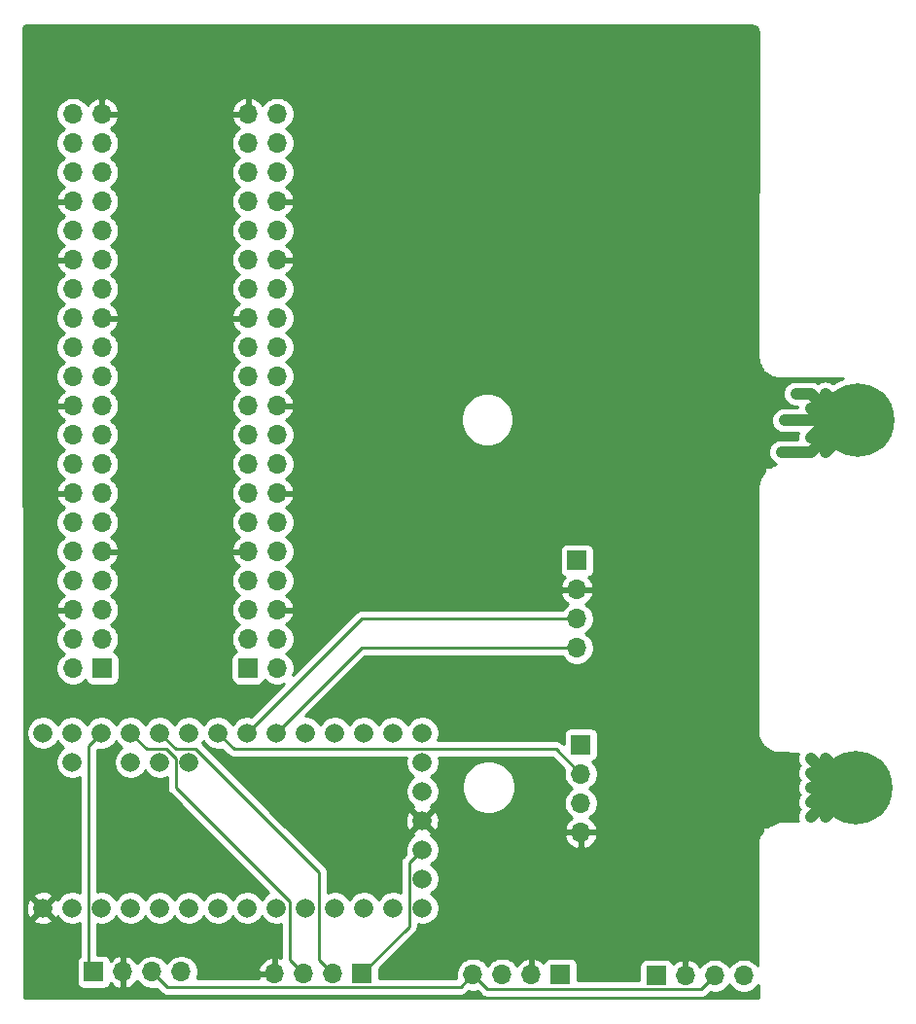
<source format=gbr>
%TF.GenerationSoftware,KiCad,Pcbnew,5.1.10-1.fc34*%
%TF.CreationDate,2021-07-27T15:58:01+02:00*%
%TF.ProjectId,SpotAI,53706f74-4149-42e6-9b69-6361645f7063,rev?*%
%TF.SameCoordinates,Original*%
%TF.FileFunction,Copper,L2,Bot*%
%TF.FilePolarity,Positive*%
%FSLAX46Y46*%
G04 Gerber Fmt 4.6, Leading zero omitted, Abs format (unit mm)*
G04 Created by KiCad (PCBNEW 5.1.10-1.fc34) date 2021-07-27 15:58:01*
%MOMM*%
%LPD*%
G01*
G04 APERTURE LIST*
%TA.AperFunction,ComponentPad*%
%ADD10C,6.400000*%
%TD*%
%TA.AperFunction,ComponentPad*%
%ADD11O,1.700000X1.700000*%
%TD*%
%TA.AperFunction,ComponentPad*%
%ADD12R,1.700000X1.700000*%
%TD*%
%TA.AperFunction,ComponentPad*%
%ADD13C,1.665000*%
%TD*%
%TA.AperFunction,ViaPad*%
%ADD14C,0.800000*%
%TD*%
%TA.AperFunction,Conductor*%
%ADD15C,0.250000*%
%TD*%
%TA.AperFunction,Conductor*%
%ADD16C,1.000000*%
%TD*%
%TA.AperFunction,Conductor*%
%ADD17C,0.254000*%
%TD*%
%TA.AperFunction,Conductor*%
%ADD18C,0.100000*%
%TD*%
G04 APERTURE END LIST*
D10*
%TO.P,REF\u002A\u002A,1*%
%TO.N,N/C*%
X146300000Y-78500000D03*
%TD*%
%TO.P,REF\u002A\u002A,1*%
%TO.N,N/C*%
X146200000Y-110500000D03*
%TD*%
D11*
%TO.P,J1,40*%
%TO.N,I2S_DAC*%
X78000000Y-51840000D03*
%TO.P,J1,39*%
%TO.N,GND*%
X80540000Y-51840000D03*
%TO.P,J1,38*%
%TO.N,I2S_ADC*%
X78000000Y-54380000D03*
%TO.P,J1,37*%
%TO.N,Net-(J1-Pad37)*%
X80540000Y-54380000D03*
%TO.P,J1,36*%
%TO.N,Net-(J1-Pad36)*%
X78000000Y-56920000D03*
%TO.P,J1,35*%
%TO.N,I2S_LRCLK*%
X80540000Y-56920000D03*
%TO.P,J1,34*%
%TO.N,GND*%
X78000000Y-59460000D03*
%TO.P,J1,33*%
%TO.N,GPIO13*%
X80540000Y-59460000D03*
%TO.P,J1,32*%
%TO.N,GPIO12*%
X78000000Y-62000000D03*
%TO.P,J1,31*%
%TO.N,Net-(J1-Pad31)*%
X80540000Y-62000000D03*
%TO.P,J1,30*%
%TO.N,GND*%
X78000000Y-64540000D03*
%TO.P,J1,29*%
%TO.N,GPIO5*%
X80540000Y-64540000D03*
%TO.P,J1,28*%
%TO.N,Net-(J1-Pad28)*%
X78000000Y-67080000D03*
%TO.P,J1,27*%
%TO.N,Net-(J1-Pad27)*%
X80540000Y-67080000D03*
%TO.P,J1,26*%
%TO.N,Net-(J1-Pad26)*%
X78000000Y-69620000D03*
%TO.P,J1,25*%
%TO.N,GND*%
X80540000Y-69620000D03*
%TO.P,J1,24*%
%TO.N,CSO*%
X78000000Y-72160000D03*
%TO.P,J1,23*%
%TO.N,SCK*%
X80540000Y-72160000D03*
%TO.P,J1,22*%
%TO.N,Net-(J1-Pad22)*%
X78000000Y-74700000D03*
%TO.P,J1,21*%
%TO.N,Net-(J1-Pad21)*%
X80540000Y-74700000D03*
%TO.P,J1,20*%
%TO.N,GND*%
X78000000Y-77240000D03*
%TO.P,J1,19*%
%TO.N,MOSI*%
X80540000Y-77240000D03*
%TO.P,J1,18*%
%TO.N,Net-(J1-Pad18)*%
X78000000Y-79780000D03*
%TO.P,J1,17*%
%TO.N,+3V3*%
X80540000Y-79780000D03*
%TO.P,J1,16*%
%TO.N,Net-(J1-Pad16)*%
X78000000Y-82320000D03*
%TO.P,J1,15*%
%TO.N,Net-(J1-Pad15)*%
X80540000Y-82320000D03*
%TO.P,J1,14*%
%TO.N,GND*%
X78000000Y-84860000D03*
%TO.P,J1,13*%
%TO.N,Net-(J1-Pad13)*%
X80540000Y-84860000D03*
%TO.P,J1,12*%
%TO.N,I2S_CLK*%
X78000000Y-87400000D03*
%TO.P,J1,11*%
%TO.N,GPIO17*%
X80540000Y-87400000D03*
%TO.P,J1,10*%
%TO.N,J_RX*%
X78000000Y-89940000D03*
%TO.P,J1,9*%
%TO.N,GND*%
X80540000Y-89940000D03*
%TO.P,J1,8*%
%TO.N,J_TX*%
X78000000Y-92480000D03*
%TO.P,J1,7*%
%TO.N,Net-(J1-Pad7)*%
X80540000Y-92480000D03*
%TO.P,J1,6*%
%TO.N,GND*%
X78000000Y-95020000D03*
%TO.P,J1,5*%
%TO.N,I2C_SCL*%
X80540000Y-95020000D03*
%TO.P,J1,4*%
%TO.N,VCC*%
X78000000Y-97560000D03*
%TO.P,J1,3*%
%TO.N,I2C_SDA*%
X80540000Y-97560000D03*
%TO.P,J1,2*%
%TO.N,VCC*%
X78000000Y-100100000D03*
D12*
%TO.P,J1,1*%
%TO.N,Net-(J1-Pad1)*%
X80540000Y-100100000D03*
%TD*%
D11*
%TO.P,J8,40*%
%TO.N,I2S_DAC*%
X95790000Y-51830000D03*
%TO.P,J8,39*%
%TO.N,GND*%
X93250000Y-51830000D03*
%TO.P,J8,38*%
%TO.N,I2S_ADC*%
X95790000Y-54370000D03*
%TO.P,J8,37*%
%TO.N,Net-(J8-Pad37)*%
X93250000Y-54370000D03*
%TO.P,J8,36*%
%TO.N,Net-(J8-Pad36)*%
X95790000Y-56910000D03*
%TO.P,J8,35*%
%TO.N,I2S_LRCLK*%
X93250000Y-56910000D03*
%TO.P,J8,34*%
%TO.N,GND*%
X95790000Y-59450000D03*
%TO.P,J8,33*%
%TO.N,GPIO13*%
X93250000Y-59450000D03*
%TO.P,J8,32*%
%TO.N,GPIO12*%
X95790000Y-61990000D03*
%TO.P,J8,31*%
%TO.N,Net-(J8-Pad31)*%
X93250000Y-61990000D03*
%TO.P,J8,30*%
%TO.N,GND*%
X95790000Y-64530000D03*
%TO.P,J8,29*%
%TO.N,GPIO5*%
X93250000Y-64530000D03*
%TO.P,J8,28*%
%TO.N,Net-(J8-Pad28)*%
X95790000Y-67070000D03*
%TO.P,J8,27*%
%TO.N,Net-(J8-Pad27)*%
X93250000Y-67070000D03*
%TO.P,J8,26*%
%TO.N,Net-(J8-Pad26)*%
X95790000Y-69610000D03*
%TO.P,J8,25*%
%TO.N,GND*%
X93250000Y-69610000D03*
%TO.P,J8,24*%
%TO.N,CSO*%
X95790000Y-72150000D03*
%TO.P,J8,23*%
%TO.N,SCK*%
X93250000Y-72150000D03*
%TO.P,J8,22*%
%TO.N,Net-(J8-Pad22)*%
X95790000Y-74690000D03*
%TO.P,J8,21*%
%TO.N,Net-(J8-Pad21)*%
X93250000Y-74690000D03*
%TO.P,J8,20*%
%TO.N,GND*%
X95790000Y-77230000D03*
%TO.P,J8,19*%
%TO.N,MOSI*%
X93250000Y-77230000D03*
%TO.P,J8,18*%
%TO.N,Net-(J8-Pad18)*%
X95790000Y-79770000D03*
%TO.P,J8,17*%
%TO.N,+3V3*%
X93250000Y-79770000D03*
%TO.P,J8,16*%
%TO.N,Net-(J8-Pad16)*%
X95790000Y-82310000D03*
%TO.P,J8,15*%
%TO.N,Net-(J8-Pad15)*%
X93250000Y-82310000D03*
%TO.P,J8,14*%
%TO.N,GND*%
X95790000Y-84850000D03*
%TO.P,J8,13*%
%TO.N,Net-(J8-Pad13)*%
X93250000Y-84850000D03*
%TO.P,J8,12*%
%TO.N,I2S_CLK*%
X95790000Y-87390000D03*
%TO.P,J8,11*%
%TO.N,GPIO17*%
X93250000Y-87390000D03*
%TO.P,J8,10*%
%TO.N,J_RX*%
X95790000Y-89930000D03*
%TO.P,J8,9*%
%TO.N,GND*%
X93250000Y-89930000D03*
%TO.P,J8,8*%
%TO.N,J_TX*%
X95790000Y-92470000D03*
%TO.P,J8,7*%
%TO.N,Net-(J8-Pad7)*%
X93250000Y-92470000D03*
%TO.P,J8,6*%
%TO.N,GND*%
X95790000Y-95010000D03*
%TO.P,J8,5*%
%TO.N,I2C_SCL*%
X93250000Y-95010000D03*
%TO.P,J8,4*%
%TO.N,VCC*%
X95790000Y-97550000D03*
%TO.P,J8,3*%
%TO.N,I2C_SDA*%
X93250000Y-97550000D03*
%TO.P,J8,2*%
%TO.N,VCC*%
X95790000Y-100090000D03*
D12*
%TO.P,J8,1*%
%TO.N,Net-(J8-Pad1)*%
X93250000Y-100090000D03*
%TD*%
D11*
%TO.P,J7,4*%
%TO.N,GND*%
X122220000Y-114370000D03*
%TO.P,J7,3*%
%TO.N,Net-(J7-Pad3)*%
X122220000Y-111830000D03*
%TO.P,J7,2*%
%TO.N,DHT*%
X122220000Y-109290000D03*
D12*
%TO.P,J7,1*%
%TO.N,+3V3*%
X122220000Y-106750000D03*
%TD*%
D11*
%TO.P,J6,4*%
%TO.N,GND*%
X95560000Y-126670000D03*
%TO.P,J6,3*%
%TO.N,Echo*%
X98100000Y-126670000D03*
%TO.P,J6,2*%
%TO.N,TRIG*%
X100640000Y-126670000D03*
D12*
%TO.P,J6,1*%
%TO.N,+3V3*%
X103180000Y-126670000D03*
%TD*%
D11*
%TO.P,J5,4*%
%TO.N,SDA0*%
X136420000Y-126850000D03*
%TO.P,J5,3*%
%TO.N,SCL0*%
X133880000Y-126850000D03*
%TO.P,J5,2*%
%TO.N,GND*%
X131340000Y-126850000D03*
D12*
%TO.P,J5,1*%
%TO.N,+3V3*%
X128800000Y-126850000D03*
%TD*%
D11*
%TO.P,J4,4*%
%TO.N,SDA0*%
X87430000Y-126540000D03*
%TO.P,J4,3*%
%TO.N,SCL0*%
X84890000Y-126540000D03*
%TO.P,J4,2*%
%TO.N,GND*%
X82350000Y-126540000D03*
D12*
%TO.P,J4,1*%
%TO.N,+3V3*%
X79810000Y-126540000D03*
%TD*%
D11*
%TO.P,J3,4*%
%TO.N,SDA0*%
X121880000Y-98330000D03*
%TO.P,J3,3*%
%TO.N,SCL0*%
X121880000Y-95790000D03*
%TO.P,J3,2*%
%TO.N,GND*%
X121880000Y-93250000D03*
D12*
%TO.P,J3,1*%
%TO.N,+3V3*%
X121880000Y-90710000D03*
%TD*%
D11*
%TO.P,J2,4*%
%TO.N,SCL0*%
X112840000Y-126760000D03*
%TO.P,J2,3*%
%TO.N,SDA0*%
X115380000Y-126760000D03*
%TO.P,J2,2*%
%TO.N,GND*%
X117920000Y-126760000D03*
D12*
%TO.P,J2,1*%
%TO.N,+3V3*%
X120460000Y-126760000D03*
%TD*%
D13*
%TO.P,IC1,37*%
%TO.N,Net-(IC1-Pad37)*%
X77940000Y-120970000D03*
%TO.P,IC1,36*%
%TO.N,GND*%
X75400000Y-120970000D03*
%TO.P,IC1,35*%
%TO.N,Net-(IC1-Pad35)*%
X108420000Y-108270000D03*
%TO.P,IC1,34*%
%TO.N,Net-(IC1-Pad34)*%
X108420000Y-110810000D03*
%TO.P,IC1,33*%
%TO.N,GND*%
X108420000Y-113350000D03*
%TO.P,IC1,32*%
%TO.N,+3V3*%
X108420000Y-115890000D03*
%TO.P,IC1,31*%
%TO.N,Net-(IC1-Pad31)*%
X108420000Y-118430000D03*
%TO.P,IC1,30*%
%TO.N,Net-(IC1-Pad30)*%
X88100000Y-108270000D03*
%TO.P,IC1,29*%
%TO.N,Net-(IC1-Pad29)*%
X85560000Y-108270000D03*
%TO.P,IC1,28*%
%TO.N,Net-(IC1-Pad28)*%
X83020000Y-108270000D03*
%TO.P,IC1,27*%
%TO.N,Net-(IC1-Pad27)*%
X77940000Y-108270000D03*
%TO.P,IC1,26*%
%TO.N,VCC*%
X75400000Y-105730000D03*
%TO.P,IC1,25*%
%TO.N,Net-(IC1-Pad25)*%
X77940000Y-105730000D03*
%TO.P,IC1,24*%
%TO.N,+3V3*%
X80480000Y-105730000D03*
%TO.P,IC1,23*%
%TO.N,Echo*%
X83020000Y-105730000D03*
%TO.P,IC1,22*%
%TO.N,TRIG*%
X85560000Y-105730000D03*
%TO.P,IC1,21*%
%TO.N,Net-(IC1-Pad21)*%
X88100000Y-105730000D03*
%TO.P,IC1,20*%
%TO.N,DHT*%
X90640000Y-105730000D03*
%TO.P,IC1,19*%
%TO.N,SCL0*%
X93180000Y-105730000D03*
%TO.P,IC1,18*%
%TO.N,SDA0*%
X95720000Y-105730000D03*
%TO.P,IC1,17*%
%TO.N,Net-(IC1-Pad17)*%
X98260000Y-105730000D03*
%TO.P,IC1,16*%
%TO.N,Net-(IC1-Pad16)*%
X100800000Y-105730000D03*
%TO.P,IC1,15*%
%TO.N,Net-(IC1-Pad15)*%
X103340000Y-105730000D03*
%TO.P,IC1,14*%
%TO.N,Net-(IC1-Pad14)*%
X105880000Y-105730000D03*
%TO.P,IC1,13*%
%TO.N,Net-(IC1-Pad13)*%
X108420000Y-105730000D03*
%TO.P,IC1,12*%
%TO.N,Net-(IC1-Pad12)*%
X108420000Y-120970000D03*
%TO.P,IC1,11*%
%TO.N,Net-(IC1-Pad11)*%
X105880000Y-120970000D03*
%TO.P,IC1,10*%
%TO.N,J_RX*%
X103340000Y-120970000D03*
%TO.P,IC1,9*%
%TO.N,J_TX*%
X100800000Y-120970000D03*
%TO.P,IC1,8*%
%TO.N,Net-(IC1-Pad8)*%
X98260000Y-120970000D03*
%TO.P,IC1,7*%
%TO.N,Net-(IC1-Pad7)*%
X95720000Y-120970000D03*
%TO.P,IC1,6*%
%TO.N,Net-(IC1-Pad6)*%
X93180000Y-120970000D03*
%TO.P,IC1,5*%
%TO.N,Net-(IC1-Pad5)*%
X90640000Y-120970000D03*
%TO.P,IC1,4*%
%TO.N,Net-(IC1-Pad4)*%
X88100000Y-120970000D03*
%TO.P,IC1,3*%
%TO.N,Net-(IC1-Pad3)*%
X85560000Y-120970000D03*
%TO.P,IC1,2*%
%TO.N,Net-(IC1-Pad2)*%
X83020000Y-120970000D03*
%TO.P,IC1,1*%
%TO.N,Net-(IC1-Pad1)*%
X80480000Y-120970000D03*
%TD*%
D14*
%TO.N,GND*%
X138900000Y-76900000D03*
X139100000Y-79800000D03*
X139700000Y-109200000D03*
X139900000Y-111700000D03*
X130600000Y-121400000D03*
X130300000Y-112000000D03*
X130400000Y-101400000D03*
X130200000Y-89700000D03*
X130200000Y-80300000D03*
X130200000Y-70400000D03*
X130100000Y-61900000D03*
X126500000Y-55600000D03*
X121800000Y-49300000D03*
X113100000Y-48600000D03*
X104800000Y-48500000D03*
X97400000Y-48300000D03*
X89000000Y-47800000D03*
X80200000Y-48000000D03*
X75200000Y-47800000D03*
X75200000Y-54100000D03*
X75100000Y-59800000D03*
X75200000Y-66600000D03*
X75100000Y-72700000D03*
X75400000Y-79300000D03*
X75500000Y-87300000D03*
X75600000Y-93000000D03*
X75600000Y-98400000D03*
X75000000Y-110700000D03*
X80800000Y-110600000D03*
X81100000Y-117400000D03*
X75500000Y-117500000D03*
X78000000Y-114400000D03*
X75200000Y-126300000D03*
X105000000Y-55100000D03*
X104900000Y-63200000D03*
X104600000Y-72200000D03*
X104600000Y-79500000D03*
X104700000Y-87800000D03*
X105200000Y-100600000D03*
X111700000Y-100500000D03*
X117800000Y-100400000D03*
X117500000Y-105200000D03*
X113000000Y-105000000D03*
X112100000Y-93900000D03*
X111600000Y-87900000D03*
X118000000Y-87700000D03*
X118400000Y-80600000D03*
X118700000Y-71600000D03*
X118300000Y-63000000D03*
X111800000Y-63200000D03*
X111700000Y-71500000D03*
X112200000Y-55400000D03*
X119300000Y-55000000D03*
X125100000Y-63400000D03*
X124700000Y-70600000D03*
X125000000Y-80400000D03*
X123800000Y-121700000D03*
X118100000Y-117400000D03*
X124500000Y-111800000D03*
%TD*%
D15*
%TO.N,*%
X146300000Y-78500000D02*
X141210000Y-78500000D01*
D16*
X146300000Y-78500000D02*
X139940000Y-78500000D01*
X146300000Y-78500000D02*
X143750000Y-78500000D01*
X143750000Y-78500000D02*
X142240000Y-80010000D01*
X146300000Y-78500000D02*
X144540000Y-78500000D01*
X144540000Y-78500000D02*
X142240000Y-76200000D01*
X142240000Y-76200000D02*
X140970000Y-76200000D01*
X145020000Y-78500000D02*
X142240000Y-81280000D01*
X146300000Y-78500000D02*
X145020000Y-78500000D01*
X142240000Y-81280000D02*
X139700000Y-81280000D01*
X146300000Y-78500000D02*
X143270000Y-78500000D01*
X143270000Y-78500000D02*
X142240000Y-77470000D01*
X146300000Y-78500000D02*
X145810000Y-78500000D01*
X145810000Y-78500000D02*
X143510000Y-76200000D01*
X146300000Y-78500000D02*
X146290000Y-78500000D01*
X146290000Y-78500000D02*
X143510000Y-81280000D01*
X146200000Y-110500000D02*
X146060000Y-110500000D01*
X146060000Y-110500000D02*
X146050000Y-110490000D01*
X146050000Y-110490000D02*
X142240000Y-110490000D01*
X146200000Y-110500000D02*
X143520000Y-110500000D01*
X143520000Y-110500000D02*
X142240000Y-109220000D01*
X146200000Y-110500000D02*
X143500000Y-110500000D01*
X143500000Y-110500000D02*
X142240000Y-111760000D01*
X146200000Y-110500000D02*
X144790000Y-110500000D01*
X144790000Y-110500000D02*
X142240000Y-107950000D01*
X146200000Y-110500000D02*
X144770000Y-110500000D01*
X144770000Y-110500000D02*
X142240000Y-113030000D01*
X146200000Y-110500000D02*
X146040000Y-110500000D01*
X146040000Y-110500000D02*
X143510000Y-113030000D01*
X146060000Y-110500000D02*
X143510000Y-107950000D01*
D15*
%TO.N,+3V3*%
X107262499Y-117047501D02*
X108420000Y-115890000D01*
X107262499Y-122587501D02*
X107262499Y-117047501D01*
X103180000Y-126670000D02*
X107262499Y-122587501D01*
X79322499Y-106887501D02*
X80480000Y-105730000D01*
X79322499Y-126052499D02*
X79322499Y-106887501D01*
X79810000Y-126540000D02*
X79322499Y-126052499D01*
%TO.N,Echo*%
X96877501Y-125447501D02*
X98100000Y-126670000D01*
X96877501Y-120414399D02*
X96877501Y-125447501D01*
X86942499Y-110479397D02*
X96877501Y-120414399D01*
X86942499Y-107939397D02*
X86942499Y-110479397D01*
X86115601Y-107112499D02*
X86942499Y-107939397D01*
X84402499Y-107112499D02*
X86115601Y-107112499D01*
X83020000Y-105730000D02*
X84402499Y-107112499D01*
%TO.N,TRIG*%
X99417501Y-125447501D02*
X100640000Y-126670000D01*
X99417501Y-117874399D02*
X99417501Y-125447501D01*
X88655601Y-107112499D02*
X99417501Y-117874399D01*
X86942499Y-107112499D02*
X88655601Y-107112499D01*
X85560000Y-105730000D02*
X86942499Y-107112499D01*
%TO.N,DHT*%
X92022499Y-107112499D02*
X90640000Y-105730000D01*
X120042499Y-107112499D02*
X92022499Y-107112499D01*
X122220000Y-109290000D02*
X120042499Y-107112499D01*
%TO.N,SCL0*%
X103120000Y-95790000D02*
X121880000Y-95790000D01*
X93180000Y-105730000D02*
X103120000Y-95790000D01*
X111754999Y-127845001D02*
X112840000Y-126760000D01*
X86195001Y-127845001D02*
X111754999Y-127845001D01*
X84890000Y-126540000D02*
X86195001Y-127845001D01*
X132704999Y-128025001D02*
X133880000Y-126850000D01*
X114105001Y-128025001D02*
X132704999Y-128025001D01*
X112840000Y-126760000D02*
X114105001Y-128025001D01*
%TO.N,SDA0*%
X103120000Y-98330000D02*
X121880000Y-98330000D01*
X95720000Y-105730000D02*
X103120000Y-98330000D01*
%TD*%
D17*
%TO.N,GND*%
X137218156Y-44173770D02*
X137322193Y-44205181D01*
X137418150Y-44256202D01*
X137502363Y-44324884D01*
X137571637Y-44408621D01*
X137623325Y-44504216D01*
X137655462Y-44608033D01*
X137669972Y-44746093D01*
X137639967Y-72901716D01*
X137640617Y-72908385D01*
X137642993Y-73032150D01*
X137648446Y-73078572D01*
X137651397Y-73125225D01*
X137652937Y-73134310D01*
X137696773Y-73382420D01*
X137712884Y-73440047D01*
X137728179Y-73497857D01*
X137731454Y-73506471D01*
X137822646Y-73741342D01*
X137849628Y-73794712D01*
X137875877Y-73848483D01*
X137880763Y-73856296D01*
X138015838Y-74068981D01*
X138052677Y-74116100D01*
X138072418Y-74142090D01*
X138073006Y-74201262D01*
X138075693Y-74226013D01*
X138083156Y-74249764D01*
X138095109Y-74271603D01*
X138111094Y-74290690D01*
X138130495Y-74306292D01*
X138152567Y-74317810D01*
X138176462Y-74324800D01*
X138198557Y-74326992D01*
X138244845Y-74327518D01*
X138268990Y-74352855D01*
X138314253Y-74391897D01*
X138359030Y-74431626D01*
X138366525Y-74436987D01*
X138572456Y-74582152D01*
X138624459Y-74611670D01*
X138676084Y-74641935D01*
X138684478Y-74645738D01*
X138914683Y-74748139D01*
X138971442Y-74766998D01*
X139027949Y-74786655D01*
X139036922Y-74788755D01*
X139260146Y-74839390D01*
X139300281Y-74851496D01*
X139397260Y-74860893D01*
X145085948Y-74851903D01*
X144483446Y-75101467D01*
X144195214Y-75294058D01*
X144143622Y-75251717D01*
X143946446Y-75146324D01*
X143732498Y-75081423D01*
X143510000Y-75059509D01*
X143287502Y-75081423D01*
X143073554Y-75146324D01*
X142876378Y-75251717D01*
X142875001Y-75252847D01*
X142873623Y-75251716D01*
X142676447Y-75146324D01*
X142462499Y-75081423D01*
X142295752Y-75065000D01*
X142295751Y-75065000D01*
X142240000Y-75059509D01*
X142184249Y-75065000D01*
X140914248Y-75065000D01*
X140747501Y-75081423D01*
X140533553Y-75146324D01*
X140336377Y-75251716D01*
X140163551Y-75393551D01*
X140021716Y-75566377D01*
X139916324Y-75763553D01*
X139851423Y-75977501D01*
X139829509Y-76200000D01*
X139851423Y-76422499D01*
X139916324Y-76636447D01*
X140021716Y-76833623D01*
X140163551Y-77006449D01*
X140336377Y-77148284D01*
X140533553Y-77253676D01*
X140747501Y-77318577D01*
X140914248Y-77335000D01*
X141112805Y-77335000D01*
X141109851Y-77365000D01*
X139884248Y-77365000D01*
X139717501Y-77381423D01*
X139503553Y-77446324D01*
X139306377Y-77551716D01*
X139133551Y-77693551D01*
X138991716Y-77866377D01*
X138886324Y-78063553D01*
X138821423Y-78277501D01*
X138799509Y-78500000D01*
X138821423Y-78722499D01*
X138886324Y-78936447D01*
X138991716Y-79133623D01*
X139133551Y-79306449D01*
X139306377Y-79448284D01*
X139503553Y-79553676D01*
X139717501Y-79618577D01*
X139884248Y-79635000D01*
X141167684Y-79635000D01*
X141121423Y-79787502D01*
X141099509Y-80010000D01*
X141112805Y-80145000D01*
X139644248Y-80145000D01*
X139477501Y-80161423D01*
X139263553Y-80226324D01*
X139066377Y-80331716D01*
X138893551Y-80473551D01*
X138751716Y-80646377D01*
X138646324Y-80843553D01*
X138581423Y-81057501D01*
X138559509Y-81280000D01*
X138581423Y-81502499D01*
X138646324Y-81716447D01*
X138751716Y-81913623D01*
X138893551Y-82086449D01*
X139066377Y-82228284D01*
X139218930Y-82309824D01*
X139173563Y-82321735D01*
X139117500Y-82342485D01*
X139061079Y-82362476D01*
X139052763Y-82366445D01*
X138770130Y-82503747D01*
X138719123Y-82535017D01*
X138667700Y-82565562D01*
X138660312Y-82571071D01*
X138657762Y-82573000D01*
X138300000Y-82573000D01*
X138275224Y-82575440D01*
X138251399Y-82582667D01*
X138229443Y-82594403D01*
X138210197Y-82610197D01*
X138194403Y-82629443D01*
X138182667Y-82651399D01*
X138175440Y-82675224D01*
X138173001Y-82699473D01*
X138171717Y-83008998D01*
X138106103Y-83082668D01*
X138070847Y-83131035D01*
X138034958Y-83178852D01*
X138030227Y-83186760D01*
X137870800Y-83457527D01*
X137845644Y-83511747D01*
X137819692Y-83565696D01*
X137816588Y-83574373D01*
X137712789Y-83870950D01*
X137698639Y-83929041D01*
X137683665Y-83986985D01*
X137682305Y-83996100D01*
X137645314Y-84256349D01*
X137641326Y-84269404D01*
X137631586Y-84366349D01*
X137589939Y-105531119D01*
X137599298Y-105628101D01*
X137599777Y-105629691D01*
X137618722Y-105816254D01*
X137630288Y-105873622D01*
X137640815Y-105931155D01*
X137643412Y-105939997D01*
X137718868Y-106190404D01*
X137741629Y-106245710D01*
X137763623Y-106301349D01*
X137767888Y-106309518D01*
X137890544Y-106540500D01*
X137923604Y-106590318D01*
X137955999Y-106640644D01*
X137961770Y-106647829D01*
X138073063Y-106784438D01*
X138073001Y-106799473D01*
X138075339Y-106824259D01*
X138082467Y-106848114D01*
X138094112Y-106870119D01*
X138109826Y-106889429D01*
X138129005Y-106905303D01*
X138150913Y-106917130D01*
X138174707Y-106924456D01*
X138197081Y-106926966D01*
X138201899Y-106927077D01*
X138210611Y-106936108D01*
X138217668Y-106942035D01*
X138419090Y-107108849D01*
X138468671Y-107142331D01*
X138517767Y-107176493D01*
X138525841Y-107180937D01*
X138755827Y-107305449D01*
X138810972Y-107328665D01*
X138865761Y-107352637D01*
X138874543Y-107355428D01*
X139124335Y-107432899D01*
X139182920Y-107444958D01*
X139241343Y-107457836D01*
X139250499Y-107458868D01*
X139250501Y-107458868D01*
X139509663Y-107486248D01*
X139540551Y-107489619D01*
X141189826Y-107507003D01*
X141186324Y-107513554D01*
X141121423Y-107727502D01*
X141099509Y-107950000D01*
X141121423Y-108172498D01*
X141186324Y-108386446D01*
X141291717Y-108583622D01*
X141292848Y-108585000D01*
X141291717Y-108586378D01*
X141186324Y-108783554D01*
X141121423Y-108997502D01*
X141099509Y-109220000D01*
X141121423Y-109442498D01*
X141186324Y-109656446D01*
X141291717Y-109853622D01*
X141292847Y-109854999D01*
X141291716Y-109856377D01*
X141186324Y-110053553D01*
X141121423Y-110267501D01*
X141099509Y-110490000D01*
X141121423Y-110712499D01*
X141186324Y-110926447D01*
X141291716Y-111123623D01*
X141292847Y-111125001D01*
X141291717Y-111126378D01*
X141186324Y-111323554D01*
X141121423Y-111537502D01*
X141099509Y-111760000D01*
X141121423Y-111982498D01*
X141186324Y-112196446D01*
X141291717Y-112393622D01*
X141292848Y-112395000D01*
X141291717Y-112396378D01*
X141186324Y-112593554D01*
X141121423Y-112807502D01*
X141099509Y-113030000D01*
X141121423Y-113252498D01*
X141161254Y-113383803D01*
X139939690Y-113379900D01*
X139918881Y-113381882D01*
X139701137Y-113394994D01*
X139654252Y-113402459D01*
X139607060Y-113407495D01*
X139598049Y-113409425D01*
X139234107Y-113490055D01*
X139177247Y-113508631D01*
X139120131Y-113526412D01*
X139111667Y-113530056D01*
X138770317Y-113679840D01*
X138718149Y-113709106D01*
X138665571Y-113737643D01*
X138657976Y-113742861D01*
X138471370Y-113873000D01*
X138200000Y-113873000D01*
X138175224Y-113875440D01*
X138151399Y-113882667D01*
X138129443Y-113894403D01*
X138110197Y-113910197D01*
X138094403Y-113929443D01*
X138082667Y-113951399D01*
X138075440Y-113975224D01*
X138073003Y-114000841D01*
X138074497Y-114226486D01*
X137995747Y-114308296D01*
X137958704Y-114355187D01*
X137920931Y-114401653D01*
X137915898Y-114409372D01*
X137734611Y-114691668D01*
X137717111Y-114713144D01*
X137656226Y-114828014D01*
X137618920Y-114952555D01*
X137609708Y-115049551D01*
X137647948Y-126014824D01*
X137573475Y-125903368D01*
X137366632Y-125696525D01*
X137123411Y-125534010D01*
X136853158Y-125422068D01*
X136566260Y-125365000D01*
X136273740Y-125365000D01*
X135986842Y-125422068D01*
X135716589Y-125534010D01*
X135473368Y-125696525D01*
X135266525Y-125903368D01*
X135150000Y-126077760D01*
X135033475Y-125903368D01*
X134826632Y-125696525D01*
X134583411Y-125534010D01*
X134313158Y-125422068D01*
X134026260Y-125365000D01*
X133733740Y-125365000D01*
X133446842Y-125422068D01*
X133176589Y-125534010D01*
X132933368Y-125696525D01*
X132726525Y-125903368D01*
X132604805Y-126085534D01*
X132535178Y-125968645D01*
X132340269Y-125752412D01*
X132106920Y-125578359D01*
X131844099Y-125453175D01*
X131696890Y-125408524D01*
X131467000Y-125529845D01*
X131467000Y-126723000D01*
X131487000Y-126723000D01*
X131487000Y-126977000D01*
X131467000Y-126977000D01*
X131467000Y-126997000D01*
X131213000Y-126997000D01*
X131213000Y-126977000D01*
X131193000Y-126977000D01*
X131193000Y-126723000D01*
X131213000Y-126723000D01*
X131213000Y-125529845D01*
X130983110Y-125408524D01*
X130835901Y-125453175D01*
X130573080Y-125578359D01*
X130339731Y-125752412D01*
X130263966Y-125836466D01*
X130239502Y-125755820D01*
X130180537Y-125645506D01*
X130101185Y-125548815D01*
X130004494Y-125469463D01*
X129894180Y-125410498D01*
X129774482Y-125374188D01*
X129650000Y-125361928D01*
X127950000Y-125361928D01*
X127825518Y-125374188D01*
X127705820Y-125410498D01*
X127595506Y-125469463D01*
X127498815Y-125548815D01*
X127419463Y-125645506D01*
X127360498Y-125755820D01*
X127324188Y-125875518D01*
X127311928Y-126000000D01*
X127311928Y-127265001D01*
X121948072Y-127265001D01*
X121948072Y-125910000D01*
X121935812Y-125785518D01*
X121899502Y-125665820D01*
X121840537Y-125555506D01*
X121761185Y-125458815D01*
X121664494Y-125379463D01*
X121554180Y-125320498D01*
X121434482Y-125284188D01*
X121310000Y-125271928D01*
X119610000Y-125271928D01*
X119485518Y-125284188D01*
X119365820Y-125320498D01*
X119255506Y-125379463D01*
X119158815Y-125458815D01*
X119079463Y-125555506D01*
X119020498Y-125665820D01*
X118996034Y-125746466D01*
X118920269Y-125662412D01*
X118686920Y-125488359D01*
X118424099Y-125363175D01*
X118276890Y-125318524D01*
X118047000Y-125439845D01*
X118047000Y-126633000D01*
X118067000Y-126633000D01*
X118067000Y-126887000D01*
X118047000Y-126887000D01*
X118047000Y-126907000D01*
X117793000Y-126907000D01*
X117793000Y-126887000D01*
X117773000Y-126887000D01*
X117773000Y-126633000D01*
X117793000Y-126633000D01*
X117793000Y-125439845D01*
X117563110Y-125318524D01*
X117415901Y-125363175D01*
X117153080Y-125488359D01*
X116919731Y-125662412D01*
X116724822Y-125878645D01*
X116655195Y-125995534D01*
X116533475Y-125813368D01*
X116326632Y-125606525D01*
X116083411Y-125444010D01*
X115813158Y-125332068D01*
X115526260Y-125275000D01*
X115233740Y-125275000D01*
X114946842Y-125332068D01*
X114676589Y-125444010D01*
X114433368Y-125606525D01*
X114226525Y-125813368D01*
X114110000Y-125987760D01*
X113993475Y-125813368D01*
X113786632Y-125606525D01*
X113543411Y-125444010D01*
X113273158Y-125332068D01*
X112986260Y-125275000D01*
X112693740Y-125275000D01*
X112406842Y-125332068D01*
X112136589Y-125444010D01*
X111893368Y-125606525D01*
X111686525Y-125813368D01*
X111524010Y-126056589D01*
X111412068Y-126326842D01*
X111355000Y-126613740D01*
X111355000Y-126906260D01*
X111390554Y-127085001D01*
X104668072Y-127085001D01*
X104668072Y-126256729D01*
X107773508Y-123151295D01*
X107802500Y-123127502D01*
X107826294Y-123098509D01*
X107826298Y-123098505D01*
X107897472Y-123011778D01*
X107897473Y-123011777D01*
X107968045Y-122879748D01*
X108011502Y-122736487D01*
X108022499Y-122624834D01*
X108022499Y-122624825D01*
X108026175Y-122587502D01*
X108022499Y-122550179D01*
X108022499Y-122387182D01*
X108275464Y-122437500D01*
X108564536Y-122437500D01*
X108848054Y-122381105D01*
X109115122Y-122270482D01*
X109355477Y-122109882D01*
X109559882Y-121905477D01*
X109720482Y-121665122D01*
X109831105Y-121398054D01*
X109887500Y-121114536D01*
X109887500Y-120825464D01*
X109831105Y-120541946D01*
X109720482Y-120274878D01*
X109559882Y-120034523D01*
X109355477Y-119830118D01*
X109160742Y-119700000D01*
X109355477Y-119569882D01*
X109559882Y-119365477D01*
X109720482Y-119125122D01*
X109831105Y-118858054D01*
X109887500Y-118574536D01*
X109887500Y-118285464D01*
X109831105Y-118001946D01*
X109720482Y-117734878D01*
X109559882Y-117494523D01*
X109355477Y-117290118D01*
X109160742Y-117160000D01*
X109355477Y-117029882D01*
X109559882Y-116825477D01*
X109720482Y-116585122D01*
X109831105Y-116318054D01*
X109887500Y-116034536D01*
X109887500Y-115745464D01*
X109831105Y-115461946D01*
X109720482Y-115194878D01*
X109559882Y-114954523D01*
X109355477Y-114750118D01*
X109320714Y-114726890D01*
X120778524Y-114726890D01*
X120823175Y-114874099D01*
X120948359Y-115136920D01*
X121122412Y-115370269D01*
X121338645Y-115565178D01*
X121588748Y-115714157D01*
X121863109Y-115811481D01*
X122093000Y-115690814D01*
X122093000Y-114497000D01*
X122347000Y-114497000D01*
X122347000Y-115690814D01*
X122576891Y-115811481D01*
X122851252Y-115714157D01*
X123101355Y-115565178D01*
X123317588Y-115370269D01*
X123491641Y-115136920D01*
X123616825Y-114874099D01*
X123661476Y-114726890D01*
X123540155Y-114497000D01*
X122347000Y-114497000D01*
X122093000Y-114497000D01*
X120899845Y-114497000D01*
X120778524Y-114726890D01*
X109320714Y-114726890D01*
X109163989Y-114622170D01*
X109180783Y-114613193D01*
X109256301Y-114365906D01*
X108420000Y-113529605D01*
X107583699Y-114365906D01*
X107659217Y-114613193D01*
X107676877Y-114621591D01*
X107484523Y-114750118D01*
X107280118Y-114954523D01*
X107119518Y-115194878D01*
X107008895Y-115461946D01*
X106952500Y-115745464D01*
X106952500Y-116034536D01*
X106993673Y-116241526D01*
X106751497Y-116483702D01*
X106722499Y-116507500D01*
X106698701Y-116536498D01*
X106698700Y-116536499D01*
X106627525Y-116623225D01*
X106556953Y-116755255D01*
X106513497Y-116898516D01*
X106498823Y-117047501D01*
X106502500Y-117084833D01*
X106502500Y-119639437D01*
X106308054Y-119558895D01*
X106024536Y-119502500D01*
X105735464Y-119502500D01*
X105451946Y-119558895D01*
X105184878Y-119669518D01*
X104944523Y-119830118D01*
X104740118Y-120034523D01*
X104610000Y-120229258D01*
X104479882Y-120034523D01*
X104275477Y-119830118D01*
X104035122Y-119669518D01*
X103768054Y-119558895D01*
X103484536Y-119502500D01*
X103195464Y-119502500D01*
X102911946Y-119558895D01*
X102644878Y-119669518D01*
X102404523Y-119830118D01*
X102200118Y-120034523D01*
X102070000Y-120229258D01*
X101939882Y-120034523D01*
X101735477Y-119830118D01*
X101495122Y-119669518D01*
X101228054Y-119558895D01*
X100944536Y-119502500D01*
X100655464Y-119502500D01*
X100371946Y-119558895D01*
X100177501Y-119639437D01*
X100177501Y-117911722D01*
X100181177Y-117874399D01*
X100177501Y-117837076D01*
X100177501Y-117837066D01*
X100166504Y-117725413D01*
X100123047Y-117582152D01*
X100076208Y-117494523D01*
X100052475Y-117450122D01*
X99981300Y-117363396D01*
X99957502Y-117334398D01*
X99928505Y-117310601D01*
X96037130Y-113419226D01*
X106947026Y-113419226D01*
X106988834Y-113705259D01*
X107085641Y-113977639D01*
X107156807Y-114110783D01*
X107404094Y-114186301D01*
X108240395Y-113350000D01*
X108599605Y-113350000D01*
X109435906Y-114186301D01*
X109683193Y-114110783D01*
X109807343Y-113849727D01*
X109878177Y-113569468D01*
X109892974Y-113280774D01*
X109851166Y-112994741D01*
X109754359Y-112722361D01*
X109683193Y-112589217D01*
X109435906Y-112513699D01*
X108599605Y-113350000D01*
X108240395Y-113350000D01*
X107404094Y-112513699D01*
X107156807Y-112589217D01*
X107032657Y-112850273D01*
X106961823Y-113130532D01*
X106947026Y-113419226D01*
X96037130Y-113419226D01*
X89257305Y-106639402D01*
X89370000Y-106470742D01*
X89500118Y-106665477D01*
X89704523Y-106869882D01*
X89944878Y-107030482D01*
X90211946Y-107141105D01*
X90495464Y-107197500D01*
X90784536Y-107197500D01*
X90991526Y-107156327D01*
X91458699Y-107623501D01*
X91482498Y-107652500D01*
X91598223Y-107747473D01*
X91730252Y-107818045D01*
X91873513Y-107861502D01*
X91985166Y-107872499D01*
X91985176Y-107872499D01*
X92022499Y-107876175D01*
X92059822Y-107872499D01*
X107002818Y-107872499D01*
X106952500Y-108125464D01*
X106952500Y-108414536D01*
X107008895Y-108698054D01*
X107119518Y-108965122D01*
X107280118Y-109205477D01*
X107484523Y-109409882D01*
X107679258Y-109540000D01*
X107484523Y-109670118D01*
X107280118Y-109874523D01*
X107119518Y-110114878D01*
X107008895Y-110381946D01*
X106952500Y-110665464D01*
X106952500Y-110954536D01*
X107008895Y-111238054D01*
X107119518Y-111505122D01*
X107280118Y-111745477D01*
X107484523Y-111949882D01*
X107676011Y-112077830D01*
X107659217Y-112086807D01*
X107583699Y-112334094D01*
X108420000Y-113170395D01*
X109256301Y-112334094D01*
X109180783Y-112086807D01*
X109163123Y-112078409D01*
X109355477Y-111949882D01*
X109559882Y-111745477D01*
X109720482Y-111505122D01*
X109831105Y-111238054D01*
X109887500Y-110954536D01*
X109887500Y-110665464D01*
X109831105Y-110381946D01*
X109764696Y-110221620D01*
X111861220Y-110221620D01*
X111861220Y-110678380D01*
X111950329Y-111126363D01*
X112125123Y-111548354D01*
X112378886Y-111928136D01*
X112701864Y-112251114D01*
X113081646Y-112504877D01*
X113503637Y-112679671D01*
X113951620Y-112768780D01*
X114408380Y-112768780D01*
X114856363Y-112679671D01*
X115278354Y-112504877D01*
X115658136Y-112251114D01*
X115981114Y-111928136D01*
X116234877Y-111548354D01*
X116409671Y-111126363D01*
X116498780Y-110678380D01*
X116498780Y-110221620D01*
X116409671Y-109773637D01*
X116234877Y-109351646D01*
X115981114Y-108971864D01*
X115658136Y-108648886D01*
X115278354Y-108395123D01*
X114856363Y-108220329D01*
X114408380Y-108131220D01*
X113951620Y-108131220D01*
X113503637Y-108220329D01*
X113081646Y-108395123D01*
X112701864Y-108648886D01*
X112378886Y-108971864D01*
X112125123Y-109351646D01*
X111950329Y-109773637D01*
X111861220Y-110221620D01*
X109764696Y-110221620D01*
X109720482Y-110114878D01*
X109559882Y-109874523D01*
X109355477Y-109670118D01*
X109160742Y-109540000D01*
X109355477Y-109409882D01*
X109559882Y-109205477D01*
X109720482Y-108965122D01*
X109831105Y-108698054D01*
X109887500Y-108414536D01*
X109887500Y-108125464D01*
X109837182Y-107872499D01*
X119727698Y-107872499D01*
X120778790Y-108923593D01*
X120735000Y-109143740D01*
X120735000Y-109436260D01*
X120792068Y-109723158D01*
X120904010Y-109993411D01*
X121066525Y-110236632D01*
X121273368Y-110443475D01*
X121447760Y-110560000D01*
X121273368Y-110676525D01*
X121066525Y-110883368D01*
X120904010Y-111126589D01*
X120792068Y-111396842D01*
X120735000Y-111683740D01*
X120735000Y-111976260D01*
X120792068Y-112263158D01*
X120904010Y-112533411D01*
X121066525Y-112776632D01*
X121273368Y-112983475D01*
X121455534Y-113105195D01*
X121338645Y-113174822D01*
X121122412Y-113369731D01*
X120948359Y-113603080D01*
X120823175Y-113865901D01*
X120778524Y-114013110D01*
X120899845Y-114243000D01*
X122093000Y-114243000D01*
X122093000Y-114223000D01*
X122347000Y-114223000D01*
X122347000Y-114243000D01*
X123540155Y-114243000D01*
X123661476Y-114013110D01*
X123616825Y-113865901D01*
X123491641Y-113603080D01*
X123317588Y-113369731D01*
X123101355Y-113174822D01*
X122984466Y-113105195D01*
X123166632Y-112983475D01*
X123373475Y-112776632D01*
X123535990Y-112533411D01*
X123647932Y-112263158D01*
X123705000Y-111976260D01*
X123705000Y-111683740D01*
X123647932Y-111396842D01*
X123535990Y-111126589D01*
X123373475Y-110883368D01*
X123166632Y-110676525D01*
X122992240Y-110560000D01*
X123166632Y-110443475D01*
X123373475Y-110236632D01*
X123535990Y-109993411D01*
X123647932Y-109723158D01*
X123705000Y-109436260D01*
X123705000Y-109143740D01*
X123647932Y-108856842D01*
X123535990Y-108586589D01*
X123373475Y-108343368D01*
X123241620Y-108211513D01*
X123314180Y-108189502D01*
X123424494Y-108130537D01*
X123521185Y-108051185D01*
X123600537Y-107954494D01*
X123659502Y-107844180D01*
X123695812Y-107724482D01*
X123708072Y-107600000D01*
X123708072Y-105900000D01*
X123695812Y-105775518D01*
X123659502Y-105655820D01*
X123600537Y-105545506D01*
X123521185Y-105448815D01*
X123424494Y-105369463D01*
X123314180Y-105310498D01*
X123194482Y-105274188D01*
X123070000Y-105261928D01*
X121370000Y-105261928D01*
X121245518Y-105274188D01*
X121125820Y-105310498D01*
X121015506Y-105369463D01*
X120918815Y-105448815D01*
X120839463Y-105545506D01*
X120780498Y-105655820D01*
X120744188Y-105775518D01*
X120731928Y-105900000D01*
X120731928Y-106727127D01*
X120606303Y-106601501D01*
X120582500Y-106572498D01*
X120466775Y-106477525D01*
X120334746Y-106406953D01*
X120191485Y-106363496D01*
X120079832Y-106352499D01*
X120079821Y-106352499D01*
X120042499Y-106348823D01*
X120005177Y-106352499D01*
X109750563Y-106352499D01*
X109831105Y-106158054D01*
X109887500Y-105874536D01*
X109887500Y-105585464D01*
X109831105Y-105301946D01*
X109720482Y-105034878D01*
X109559882Y-104794523D01*
X109355477Y-104590118D01*
X109115122Y-104429518D01*
X108848054Y-104318895D01*
X108564536Y-104262500D01*
X108275464Y-104262500D01*
X107991946Y-104318895D01*
X107724878Y-104429518D01*
X107484523Y-104590118D01*
X107280118Y-104794523D01*
X107150000Y-104989258D01*
X107019882Y-104794523D01*
X106815477Y-104590118D01*
X106575122Y-104429518D01*
X106308054Y-104318895D01*
X106024536Y-104262500D01*
X105735464Y-104262500D01*
X105451946Y-104318895D01*
X105184878Y-104429518D01*
X104944523Y-104590118D01*
X104740118Y-104794523D01*
X104610000Y-104989258D01*
X104479882Y-104794523D01*
X104275477Y-104590118D01*
X104035122Y-104429518D01*
X103768054Y-104318895D01*
X103484536Y-104262500D01*
X103195464Y-104262500D01*
X102911946Y-104318895D01*
X102644878Y-104429518D01*
X102404523Y-104590118D01*
X102200118Y-104794523D01*
X102070000Y-104989258D01*
X101939882Y-104794523D01*
X101735477Y-104590118D01*
X101495122Y-104429518D01*
X101228054Y-104318895D01*
X100944536Y-104262500D01*
X100655464Y-104262500D01*
X100371946Y-104318895D01*
X100104878Y-104429518D01*
X99864523Y-104590118D01*
X99660118Y-104794523D01*
X99530000Y-104989258D01*
X99399882Y-104794523D01*
X99195477Y-104590118D01*
X98955122Y-104429518D01*
X98688054Y-104318895D01*
X98404536Y-104262500D01*
X98262301Y-104262500D01*
X103434802Y-99090000D01*
X120601822Y-99090000D01*
X120726525Y-99276632D01*
X120933368Y-99483475D01*
X121176589Y-99645990D01*
X121446842Y-99757932D01*
X121733740Y-99815000D01*
X122026260Y-99815000D01*
X122313158Y-99757932D01*
X122583411Y-99645990D01*
X122826632Y-99483475D01*
X123033475Y-99276632D01*
X123195990Y-99033411D01*
X123307932Y-98763158D01*
X123365000Y-98476260D01*
X123365000Y-98183740D01*
X123307932Y-97896842D01*
X123195990Y-97626589D01*
X123033475Y-97383368D01*
X122826632Y-97176525D01*
X122652240Y-97060000D01*
X122826632Y-96943475D01*
X123033475Y-96736632D01*
X123195990Y-96493411D01*
X123307932Y-96223158D01*
X123365000Y-95936260D01*
X123365000Y-95643740D01*
X123307932Y-95356842D01*
X123195990Y-95086589D01*
X123033475Y-94843368D01*
X122826632Y-94636525D01*
X122644466Y-94514805D01*
X122761355Y-94445178D01*
X122977588Y-94250269D01*
X123151641Y-94016920D01*
X123276825Y-93754099D01*
X123321476Y-93606890D01*
X123200155Y-93377000D01*
X122007000Y-93377000D01*
X122007000Y-93397000D01*
X121753000Y-93397000D01*
X121753000Y-93377000D01*
X120559845Y-93377000D01*
X120438524Y-93606890D01*
X120483175Y-93754099D01*
X120608359Y-94016920D01*
X120782412Y-94250269D01*
X120998645Y-94445178D01*
X121115534Y-94514805D01*
X120933368Y-94636525D01*
X120726525Y-94843368D01*
X120601822Y-95030000D01*
X103157323Y-95030000D01*
X103120000Y-95026324D01*
X103082677Y-95030000D01*
X103082667Y-95030000D01*
X102971014Y-95040997D01*
X102827753Y-95084454D01*
X102695724Y-95155026D01*
X102579999Y-95249999D01*
X102556201Y-95278997D01*
X97151388Y-100683811D01*
X97217932Y-100523158D01*
X97275000Y-100236260D01*
X97275000Y-99943740D01*
X97217932Y-99656842D01*
X97105990Y-99386589D01*
X96943475Y-99143368D01*
X96736632Y-98936525D01*
X96562240Y-98820000D01*
X96736632Y-98703475D01*
X96943475Y-98496632D01*
X97105990Y-98253411D01*
X97217932Y-97983158D01*
X97275000Y-97696260D01*
X97275000Y-97403740D01*
X97217932Y-97116842D01*
X97105990Y-96846589D01*
X96943475Y-96603368D01*
X96736632Y-96396525D01*
X96554466Y-96274805D01*
X96671355Y-96205178D01*
X96887588Y-96010269D01*
X97061641Y-95776920D01*
X97186825Y-95514099D01*
X97231476Y-95366890D01*
X97110155Y-95137000D01*
X95917000Y-95137000D01*
X95917000Y-95157000D01*
X95663000Y-95157000D01*
X95663000Y-95137000D01*
X95643000Y-95137000D01*
X95643000Y-94883000D01*
X95663000Y-94883000D01*
X95663000Y-94863000D01*
X95917000Y-94863000D01*
X95917000Y-94883000D01*
X97110155Y-94883000D01*
X97231476Y-94653110D01*
X97186825Y-94505901D01*
X97061641Y-94243080D01*
X96887588Y-94009731D01*
X96671355Y-93814822D01*
X96554466Y-93745195D01*
X96736632Y-93623475D01*
X96943475Y-93416632D01*
X97105990Y-93173411D01*
X97217932Y-92903158D01*
X97275000Y-92616260D01*
X97275000Y-92323740D01*
X97217932Y-92036842D01*
X97105990Y-91766589D01*
X96943475Y-91523368D01*
X96736632Y-91316525D01*
X96562240Y-91200000D01*
X96736632Y-91083475D01*
X96943475Y-90876632D01*
X97105990Y-90633411D01*
X97217932Y-90363158D01*
X97275000Y-90076260D01*
X97275000Y-89860000D01*
X120391928Y-89860000D01*
X120391928Y-91560000D01*
X120404188Y-91684482D01*
X120440498Y-91804180D01*
X120499463Y-91914494D01*
X120578815Y-92011185D01*
X120675506Y-92090537D01*
X120785820Y-92149502D01*
X120866466Y-92173966D01*
X120782412Y-92249731D01*
X120608359Y-92483080D01*
X120483175Y-92745901D01*
X120438524Y-92893110D01*
X120559845Y-93123000D01*
X121753000Y-93123000D01*
X121753000Y-93103000D01*
X122007000Y-93103000D01*
X122007000Y-93123000D01*
X123200155Y-93123000D01*
X123321476Y-92893110D01*
X123276825Y-92745901D01*
X123151641Y-92483080D01*
X122977588Y-92249731D01*
X122893534Y-92173966D01*
X122974180Y-92149502D01*
X123084494Y-92090537D01*
X123181185Y-92011185D01*
X123260537Y-91914494D01*
X123319502Y-91804180D01*
X123355812Y-91684482D01*
X123368072Y-91560000D01*
X123368072Y-89860000D01*
X123355812Y-89735518D01*
X123319502Y-89615820D01*
X123260537Y-89505506D01*
X123181185Y-89408815D01*
X123084494Y-89329463D01*
X122974180Y-89270498D01*
X122854482Y-89234188D01*
X122730000Y-89221928D01*
X121030000Y-89221928D01*
X120905518Y-89234188D01*
X120785820Y-89270498D01*
X120675506Y-89329463D01*
X120578815Y-89408815D01*
X120499463Y-89505506D01*
X120440498Y-89615820D01*
X120404188Y-89735518D01*
X120391928Y-89860000D01*
X97275000Y-89860000D01*
X97275000Y-89783740D01*
X97217932Y-89496842D01*
X97105990Y-89226589D01*
X96943475Y-88983368D01*
X96736632Y-88776525D01*
X96562240Y-88660000D01*
X96736632Y-88543475D01*
X96943475Y-88336632D01*
X97105990Y-88093411D01*
X97217932Y-87823158D01*
X97275000Y-87536260D01*
X97275000Y-87243740D01*
X97217932Y-86956842D01*
X97105990Y-86686589D01*
X96943475Y-86443368D01*
X96736632Y-86236525D01*
X96554466Y-86114805D01*
X96671355Y-86045178D01*
X96887588Y-85850269D01*
X97061641Y-85616920D01*
X97186825Y-85354099D01*
X97231476Y-85206890D01*
X97110155Y-84977000D01*
X95917000Y-84977000D01*
X95917000Y-84997000D01*
X95663000Y-84997000D01*
X95663000Y-84977000D01*
X95643000Y-84977000D01*
X95643000Y-84723000D01*
X95663000Y-84723000D01*
X95663000Y-84703000D01*
X95917000Y-84703000D01*
X95917000Y-84723000D01*
X97110155Y-84723000D01*
X97231476Y-84493110D01*
X97186825Y-84345901D01*
X97061641Y-84083080D01*
X96887588Y-83849731D01*
X96671355Y-83654822D01*
X96554466Y-83585195D01*
X96736632Y-83463475D01*
X96943475Y-83256632D01*
X97105990Y-83013411D01*
X97217932Y-82743158D01*
X97275000Y-82456260D01*
X97275000Y-82163740D01*
X97217932Y-81876842D01*
X97105990Y-81606589D01*
X96943475Y-81363368D01*
X96736632Y-81156525D01*
X96562240Y-81040000D01*
X96736632Y-80923475D01*
X96943475Y-80716632D01*
X97105990Y-80473411D01*
X97217932Y-80203158D01*
X97275000Y-79916260D01*
X97275000Y-79623740D01*
X97217932Y-79336842D01*
X97105990Y-79066589D01*
X96943475Y-78823368D01*
X96736632Y-78616525D01*
X96554466Y-78494805D01*
X96671355Y-78425178D01*
X96887588Y-78230269D01*
X96901486Y-78211635D01*
X111751371Y-78211635D01*
X111751371Y-78668365D01*
X111840474Y-79116319D01*
X112015258Y-79538283D01*
X112269003Y-79918040D01*
X112591960Y-80240997D01*
X112971717Y-80494742D01*
X113393681Y-80669526D01*
X113841635Y-80758629D01*
X114298365Y-80758629D01*
X114746319Y-80669526D01*
X115168283Y-80494742D01*
X115548040Y-80240997D01*
X115870997Y-79918040D01*
X116124742Y-79538283D01*
X116299526Y-79116319D01*
X116388629Y-78668365D01*
X116388629Y-78211635D01*
X116299526Y-77763681D01*
X116124742Y-77341717D01*
X115870997Y-76961960D01*
X115548040Y-76639003D01*
X115168283Y-76385258D01*
X114746319Y-76210474D01*
X114298365Y-76121371D01*
X113841635Y-76121371D01*
X113393681Y-76210474D01*
X112971717Y-76385258D01*
X112591960Y-76639003D01*
X112269003Y-76961960D01*
X112015258Y-77341717D01*
X111840474Y-77763681D01*
X111751371Y-78211635D01*
X96901486Y-78211635D01*
X97061641Y-77996920D01*
X97186825Y-77734099D01*
X97231476Y-77586890D01*
X97110155Y-77357000D01*
X95917000Y-77357000D01*
X95917000Y-77377000D01*
X95663000Y-77377000D01*
X95663000Y-77357000D01*
X95643000Y-77357000D01*
X95643000Y-77103000D01*
X95663000Y-77103000D01*
X95663000Y-77083000D01*
X95917000Y-77083000D01*
X95917000Y-77103000D01*
X97110155Y-77103000D01*
X97231476Y-76873110D01*
X97186825Y-76725901D01*
X97061641Y-76463080D01*
X96887588Y-76229731D01*
X96671355Y-76034822D01*
X96554466Y-75965195D01*
X96736632Y-75843475D01*
X96943475Y-75636632D01*
X97105990Y-75393411D01*
X97217932Y-75123158D01*
X97275000Y-74836260D01*
X97275000Y-74543740D01*
X97217932Y-74256842D01*
X97105990Y-73986589D01*
X96943475Y-73743368D01*
X96736632Y-73536525D01*
X96562240Y-73420000D01*
X96736632Y-73303475D01*
X96943475Y-73096632D01*
X97105990Y-72853411D01*
X97217932Y-72583158D01*
X97275000Y-72296260D01*
X97275000Y-72003740D01*
X97217932Y-71716842D01*
X97105990Y-71446589D01*
X96943475Y-71203368D01*
X96736632Y-70996525D01*
X96562240Y-70880000D01*
X96736632Y-70763475D01*
X96943475Y-70556632D01*
X97105990Y-70313411D01*
X97217932Y-70043158D01*
X97275000Y-69756260D01*
X97275000Y-69463740D01*
X97217932Y-69176842D01*
X97105990Y-68906589D01*
X96943475Y-68663368D01*
X96736632Y-68456525D01*
X96562240Y-68340000D01*
X96736632Y-68223475D01*
X96943475Y-68016632D01*
X97105990Y-67773411D01*
X97217932Y-67503158D01*
X97275000Y-67216260D01*
X97275000Y-66923740D01*
X97217932Y-66636842D01*
X97105990Y-66366589D01*
X96943475Y-66123368D01*
X96736632Y-65916525D01*
X96554466Y-65794805D01*
X96671355Y-65725178D01*
X96887588Y-65530269D01*
X97061641Y-65296920D01*
X97186825Y-65034099D01*
X97231476Y-64886890D01*
X97110155Y-64657000D01*
X95917000Y-64657000D01*
X95917000Y-64677000D01*
X95663000Y-64677000D01*
X95663000Y-64657000D01*
X95643000Y-64657000D01*
X95643000Y-64403000D01*
X95663000Y-64403000D01*
X95663000Y-64383000D01*
X95917000Y-64383000D01*
X95917000Y-64403000D01*
X97110155Y-64403000D01*
X97231476Y-64173110D01*
X97186825Y-64025901D01*
X97061641Y-63763080D01*
X96887588Y-63529731D01*
X96671355Y-63334822D01*
X96554466Y-63265195D01*
X96736632Y-63143475D01*
X96943475Y-62936632D01*
X97105990Y-62693411D01*
X97217932Y-62423158D01*
X97275000Y-62136260D01*
X97275000Y-61843740D01*
X97217932Y-61556842D01*
X97105990Y-61286589D01*
X96943475Y-61043368D01*
X96736632Y-60836525D01*
X96554466Y-60714805D01*
X96671355Y-60645178D01*
X96887588Y-60450269D01*
X97061641Y-60216920D01*
X97186825Y-59954099D01*
X97231476Y-59806890D01*
X97110155Y-59577000D01*
X95917000Y-59577000D01*
X95917000Y-59597000D01*
X95663000Y-59597000D01*
X95663000Y-59577000D01*
X95643000Y-59577000D01*
X95643000Y-59323000D01*
X95663000Y-59323000D01*
X95663000Y-59303000D01*
X95917000Y-59303000D01*
X95917000Y-59323000D01*
X97110155Y-59323000D01*
X97231476Y-59093110D01*
X97186825Y-58945901D01*
X97061641Y-58683080D01*
X96887588Y-58449731D01*
X96671355Y-58254822D01*
X96554466Y-58185195D01*
X96736632Y-58063475D01*
X96943475Y-57856632D01*
X97105990Y-57613411D01*
X97217932Y-57343158D01*
X97275000Y-57056260D01*
X97275000Y-56763740D01*
X97217932Y-56476842D01*
X97105990Y-56206589D01*
X96943475Y-55963368D01*
X96736632Y-55756525D01*
X96562240Y-55640000D01*
X96736632Y-55523475D01*
X96943475Y-55316632D01*
X97105990Y-55073411D01*
X97217932Y-54803158D01*
X97275000Y-54516260D01*
X97275000Y-54223740D01*
X97217932Y-53936842D01*
X97105990Y-53666589D01*
X96943475Y-53423368D01*
X96736632Y-53216525D01*
X96562240Y-53100000D01*
X96736632Y-52983475D01*
X96943475Y-52776632D01*
X97105990Y-52533411D01*
X97217932Y-52263158D01*
X97275000Y-51976260D01*
X97275000Y-51683740D01*
X97217932Y-51396842D01*
X97105990Y-51126589D01*
X96943475Y-50883368D01*
X96736632Y-50676525D01*
X96493411Y-50514010D01*
X96223158Y-50402068D01*
X95936260Y-50345000D01*
X95643740Y-50345000D01*
X95356842Y-50402068D01*
X95086589Y-50514010D01*
X94843368Y-50676525D01*
X94636525Y-50883368D01*
X94518900Y-51059406D01*
X94347588Y-50829731D01*
X94131355Y-50634822D01*
X93881252Y-50485843D01*
X93606891Y-50388519D01*
X93377000Y-50509186D01*
X93377000Y-51703000D01*
X93397000Y-51703000D01*
X93397000Y-51957000D01*
X93377000Y-51957000D01*
X93377000Y-51977000D01*
X93123000Y-51977000D01*
X93123000Y-51957000D01*
X91929845Y-51957000D01*
X91808524Y-52186890D01*
X91853175Y-52334099D01*
X91978359Y-52596920D01*
X92152412Y-52830269D01*
X92368645Y-53025178D01*
X92485534Y-53094805D01*
X92303368Y-53216525D01*
X92096525Y-53423368D01*
X91934010Y-53666589D01*
X91822068Y-53936842D01*
X91765000Y-54223740D01*
X91765000Y-54516260D01*
X91822068Y-54803158D01*
X91934010Y-55073411D01*
X92096525Y-55316632D01*
X92303368Y-55523475D01*
X92477760Y-55640000D01*
X92303368Y-55756525D01*
X92096525Y-55963368D01*
X91934010Y-56206589D01*
X91822068Y-56476842D01*
X91765000Y-56763740D01*
X91765000Y-57056260D01*
X91822068Y-57343158D01*
X91934010Y-57613411D01*
X92096525Y-57856632D01*
X92303368Y-58063475D01*
X92477760Y-58180000D01*
X92303368Y-58296525D01*
X92096525Y-58503368D01*
X91934010Y-58746589D01*
X91822068Y-59016842D01*
X91765000Y-59303740D01*
X91765000Y-59596260D01*
X91822068Y-59883158D01*
X91934010Y-60153411D01*
X92096525Y-60396632D01*
X92303368Y-60603475D01*
X92477760Y-60720000D01*
X92303368Y-60836525D01*
X92096525Y-61043368D01*
X91934010Y-61286589D01*
X91822068Y-61556842D01*
X91765000Y-61843740D01*
X91765000Y-62136260D01*
X91822068Y-62423158D01*
X91934010Y-62693411D01*
X92096525Y-62936632D01*
X92303368Y-63143475D01*
X92477760Y-63260000D01*
X92303368Y-63376525D01*
X92096525Y-63583368D01*
X91934010Y-63826589D01*
X91822068Y-64096842D01*
X91765000Y-64383740D01*
X91765000Y-64676260D01*
X91822068Y-64963158D01*
X91934010Y-65233411D01*
X92096525Y-65476632D01*
X92303368Y-65683475D01*
X92477760Y-65800000D01*
X92303368Y-65916525D01*
X92096525Y-66123368D01*
X91934010Y-66366589D01*
X91822068Y-66636842D01*
X91765000Y-66923740D01*
X91765000Y-67216260D01*
X91822068Y-67503158D01*
X91934010Y-67773411D01*
X92096525Y-68016632D01*
X92303368Y-68223475D01*
X92485534Y-68345195D01*
X92368645Y-68414822D01*
X92152412Y-68609731D01*
X91978359Y-68843080D01*
X91853175Y-69105901D01*
X91808524Y-69253110D01*
X91929845Y-69483000D01*
X93123000Y-69483000D01*
X93123000Y-69463000D01*
X93377000Y-69463000D01*
X93377000Y-69483000D01*
X93397000Y-69483000D01*
X93397000Y-69737000D01*
X93377000Y-69737000D01*
X93377000Y-69757000D01*
X93123000Y-69757000D01*
X93123000Y-69737000D01*
X91929845Y-69737000D01*
X91808524Y-69966890D01*
X91853175Y-70114099D01*
X91978359Y-70376920D01*
X92152412Y-70610269D01*
X92368645Y-70805178D01*
X92485534Y-70874805D01*
X92303368Y-70996525D01*
X92096525Y-71203368D01*
X91934010Y-71446589D01*
X91822068Y-71716842D01*
X91765000Y-72003740D01*
X91765000Y-72296260D01*
X91822068Y-72583158D01*
X91934010Y-72853411D01*
X92096525Y-73096632D01*
X92303368Y-73303475D01*
X92477760Y-73420000D01*
X92303368Y-73536525D01*
X92096525Y-73743368D01*
X91934010Y-73986589D01*
X91822068Y-74256842D01*
X91765000Y-74543740D01*
X91765000Y-74836260D01*
X91822068Y-75123158D01*
X91934010Y-75393411D01*
X92096525Y-75636632D01*
X92303368Y-75843475D01*
X92477760Y-75960000D01*
X92303368Y-76076525D01*
X92096525Y-76283368D01*
X91934010Y-76526589D01*
X91822068Y-76796842D01*
X91765000Y-77083740D01*
X91765000Y-77376260D01*
X91822068Y-77663158D01*
X91934010Y-77933411D01*
X92096525Y-78176632D01*
X92303368Y-78383475D01*
X92477760Y-78500000D01*
X92303368Y-78616525D01*
X92096525Y-78823368D01*
X91934010Y-79066589D01*
X91822068Y-79336842D01*
X91765000Y-79623740D01*
X91765000Y-79916260D01*
X91822068Y-80203158D01*
X91934010Y-80473411D01*
X92096525Y-80716632D01*
X92303368Y-80923475D01*
X92477760Y-81040000D01*
X92303368Y-81156525D01*
X92096525Y-81363368D01*
X91934010Y-81606589D01*
X91822068Y-81876842D01*
X91765000Y-82163740D01*
X91765000Y-82456260D01*
X91822068Y-82743158D01*
X91934010Y-83013411D01*
X92096525Y-83256632D01*
X92303368Y-83463475D01*
X92477760Y-83580000D01*
X92303368Y-83696525D01*
X92096525Y-83903368D01*
X91934010Y-84146589D01*
X91822068Y-84416842D01*
X91765000Y-84703740D01*
X91765000Y-84996260D01*
X91822068Y-85283158D01*
X91934010Y-85553411D01*
X92096525Y-85796632D01*
X92303368Y-86003475D01*
X92477760Y-86120000D01*
X92303368Y-86236525D01*
X92096525Y-86443368D01*
X91934010Y-86686589D01*
X91822068Y-86956842D01*
X91765000Y-87243740D01*
X91765000Y-87536260D01*
X91822068Y-87823158D01*
X91934010Y-88093411D01*
X92096525Y-88336632D01*
X92303368Y-88543475D01*
X92485534Y-88665195D01*
X92368645Y-88734822D01*
X92152412Y-88929731D01*
X91978359Y-89163080D01*
X91853175Y-89425901D01*
X91808524Y-89573110D01*
X91929845Y-89803000D01*
X93123000Y-89803000D01*
X93123000Y-89783000D01*
X93377000Y-89783000D01*
X93377000Y-89803000D01*
X93397000Y-89803000D01*
X93397000Y-90057000D01*
X93377000Y-90057000D01*
X93377000Y-90077000D01*
X93123000Y-90077000D01*
X93123000Y-90057000D01*
X91929845Y-90057000D01*
X91808524Y-90286890D01*
X91853175Y-90434099D01*
X91978359Y-90696920D01*
X92152412Y-90930269D01*
X92368645Y-91125178D01*
X92485534Y-91194805D01*
X92303368Y-91316525D01*
X92096525Y-91523368D01*
X91934010Y-91766589D01*
X91822068Y-92036842D01*
X91765000Y-92323740D01*
X91765000Y-92616260D01*
X91822068Y-92903158D01*
X91934010Y-93173411D01*
X92096525Y-93416632D01*
X92303368Y-93623475D01*
X92477760Y-93740000D01*
X92303368Y-93856525D01*
X92096525Y-94063368D01*
X91934010Y-94306589D01*
X91822068Y-94576842D01*
X91765000Y-94863740D01*
X91765000Y-95156260D01*
X91822068Y-95443158D01*
X91934010Y-95713411D01*
X92096525Y-95956632D01*
X92303368Y-96163475D01*
X92477760Y-96280000D01*
X92303368Y-96396525D01*
X92096525Y-96603368D01*
X91934010Y-96846589D01*
X91822068Y-97116842D01*
X91765000Y-97403740D01*
X91765000Y-97696260D01*
X91822068Y-97983158D01*
X91934010Y-98253411D01*
X92096525Y-98496632D01*
X92228380Y-98628487D01*
X92155820Y-98650498D01*
X92045506Y-98709463D01*
X91948815Y-98788815D01*
X91869463Y-98885506D01*
X91810498Y-98995820D01*
X91774188Y-99115518D01*
X91761928Y-99240000D01*
X91761928Y-100940000D01*
X91774188Y-101064482D01*
X91810498Y-101184180D01*
X91869463Y-101294494D01*
X91948815Y-101391185D01*
X92045506Y-101470537D01*
X92155820Y-101529502D01*
X92275518Y-101565812D01*
X92400000Y-101578072D01*
X94100000Y-101578072D01*
X94224482Y-101565812D01*
X94344180Y-101529502D01*
X94454494Y-101470537D01*
X94551185Y-101391185D01*
X94630537Y-101294494D01*
X94689502Y-101184180D01*
X94711513Y-101111620D01*
X94843368Y-101243475D01*
X95086589Y-101405990D01*
X95356842Y-101517932D01*
X95643740Y-101575000D01*
X95936260Y-101575000D01*
X96223158Y-101517932D01*
X96383811Y-101451388D01*
X93531526Y-104303673D01*
X93324536Y-104262500D01*
X93035464Y-104262500D01*
X92751946Y-104318895D01*
X92484878Y-104429518D01*
X92244523Y-104590118D01*
X92040118Y-104794523D01*
X91910000Y-104989258D01*
X91779882Y-104794523D01*
X91575477Y-104590118D01*
X91335122Y-104429518D01*
X91068054Y-104318895D01*
X90784536Y-104262500D01*
X90495464Y-104262500D01*
X90211946Y-104318895D01*
X89944878Y-104429518D01*
X89704523Y-104590118D01*
X89500118Y-104794523D01*
X89370000Y-104989258D01*
X89239882Y-104794523D01*
X89035477Y-104590118D01*
X88795122Y-104429518D01*
X88528054Y-104318895D01*
X88244536Y-104262500D01*
X87955464Y-104262500D01*
X87671946Y-104318895D01*
X87404878Y-104429518D01*
X87164523Y-104590118D01*
X86960118Y-104794523D01*
X86830000Y-104989258D01*
X86699882Y-104794523D01*
X86495477Y-104590118D01*
X86255122Y-104429518D01*
X85988054Y-104318895D01*
X85704536Y-104262500D01*
X85415464Y-104262500D01*
X85131946Y-104318895D01*
X84864878Y-104429518D01*
X84624523Y-104590118D01*
X84420118Y-104794523D01*
X84290000Y-104989258D01*
X84159882Y-104794523D01*
X83955477Y-104590118D01*
X83715122Y-104429518D01*
X83448054Y-104318895D01*
X83164536Y-104262500D01*
X82875464Y-104262500D01*
X82591946Y-104318895D01*
X82324878Y-104429518D01*
X82084523Y-104590118D01*
X81880118Y-104794523D01*
X81750000Y-104989258D01*
X81619882Y-104794523D01*
X81415477Y-104590118D01*
X81175122Y-104429518D01*
X80908054Y-104318895D01*
X80624536Y-104262500D01*
X80335464Y-104262500D01*
X80051946Y-104318895D01*
X79784878Y-104429518D01*
X79544523Y-104590118D01*
X79340118Y-104794523D01*
X79210000Y-104989258D01*
X79079882Y-104794523D01*
X78875477Y-104590118D01*
X78635122Y-104429518D01*
X78368054Y-104318895D01*
X78084536Y-104262500D01*
X77795464Y-104262500D01*
X77511946Y-104318895D01*
X77244878Y-104429518D01*
X77004523Y-104590118D01*
X76800118Y-104794523D01*
X76670000Y-104989258D01*
X76539882Y-104794523D01*
X76335477Y-104590118D01*
X76095122Y-104429518D01*
X75828054Y-104318895D01*
X75544536Y-104262500D01*
X75255464Y-104262500D01*
X74971946Y-104318895D01*
X74704878Y-104429518D01*
X74464523Y-104590118D01*
X74260118Y-104794523D01*
X74099518Y-105034878D01*
X73988895Y-105301946D01*
X73932500Y-105585464D01*
X73932500Y-105874536D01*
X73988895Y-106158054D01*
X74099518Y-106425122D01*
X74260118Y-106665477D01*
X74464523Y-106869882D01*
X74704878Y-107030482D01*
X74971946Y-107141105D01*
X75255464Y-107197500D01*
X75544536Y-107197500D01*
X75828054Y-107141105D01*
X76095122Y-107030482D01*
X76335477Y-106869882D01*
X76539882Y-106665477D01*
X76670000Y-106470742D01*
X76800118Y-106665477D01*
X77004523Y-106869882D01*
X77199258Y-107000000D01*
X77004523Y-107130118D01*
X76800118Y-107334523D01*
X76639518Y-107574878D01*
X76528895Y-107841946D01*
X76472500Y-108125464D01*
X76472500Y-108414536D01*
X76528895Y-108698054D01*
X76639518Y-108965122D01*
X76800118Y-109205477D01*
X77004523Y-109409882D01*
X77244878Y-109570482D01*
X77511946Y-109681105D01*
X77795464Y-109737500D01*
X78084536Y-109737500D01*
X78368054Y-109681105D01*
X78562500Y-109600563D01*
X78562499Y-119639437D01*
X78368054Y-119558895D01*
X78084536Y-119502500D01*
X77795464Y-119502500D01*
X77511946Y-119558895D01*
X77244878Y-119669518D01*
X77004523Y-119830118D01*
X76800118Y-120034523D01*
X76672170Y-120226011D01*
X76663193Y-120209217D01*
X76415906Y-120133699D01*
X75579605Y-120970000D01*
X76415906Y-121806301D01*
X76663193Y-121730783D01*
X76671591Y-121713123D01*
X76800118Y-121905477D01*
X77004523Y-122109882D01*
X77244878Y-122270482D01*
X77511946Y-122381105D01*
X77795464Y-122437500D01*
X78084536Y-122437500D01*
X78368054Y-122381105D01*
X78562499Y-122300563D01*
X78562499Y-125194758D01*
X78508815Y-125238815D01*
X78429463Y-125335506D01*
X78370498Y-125445820D01*
X78334188Y-125565518D01*
X78321928Y-125690000D01*
X78321928Y-127390000D01*
X78334188Y-127514482D01*
X78370498Y-127634180D01*
X78429463Y-127744494D01*
X78508815Y-127841185D01*
X78605506Y-127920537D01*
X78715820Y-127979502D01*
X78835518Y-128015812D01*
X78960000Y-128028072D01*
X80660000Y-128028072D01*
X80784482Y-128015812D01*
X80904180Y-127979502D01*
X81014494Y-127920537D01*
X81111185Y-127841185D01*
X81190537Y-127744494D01*
X81249502Y-127634180D01*
X81273966Y-127553534D01*
X81349731Y-127637588D01*
X81583080Y-127811641D01*
X81845901Y-127936825D01*
X81993110Y-127981476D01*
X82223000Y-127860155D01*
X82223000Y-126667000D01*
X82203000Y-126667000D01*
X82203000Y-126413000D01*
X82223000Y-126413000D01*
X82223000Y-125219845D01*
X81993110Y-125098524D01*
X81845901Y-125143175D01*
X81583080Y-125268359D01*
X81349731Y-125442412D01*
X81273966Y-125526466D01*
X81249502Y-125445820D01*
X81190537Y-125335506D01*
X81111185Y-125238815D01*
X81014494Y-125159463D01*
X80904180Y-125100498D01*
X80784482Y-125064188D01*
X80660000Y-125051928D01*
X80082499Y-125051928D01*
X80082499Y-122387182D01*
X80335464Y-122437500D01*
X80624536Y-122437500D01*
X80908054Y-122381105D01*
X81175122Y-122270482D01*
X81415477Y-122109882D01*
X81619882Y-121905477D01*
X81750000Y-121710742D01*
X81880118Y-121905477D01*
X82084523Y-122109882D01*
X82324878Y-122270482D01*
X82591946Y-122381105D01*
X82875464Y-122437500D01*
X83164536Y-122437500D01*
X83448054Y-122381105D01*
X83715122Y-122270482D01*
X83955477Y-122109882D01*
X84159882Y-121905477D01*
X84290000Y-121710742D01*
X84420118Y-121905477D01*
X84624523Y-122109882D01*
X84864878Y-122270482D01*
X85131946Y-122381105D01*
X85415464Y-122437500D01*
X85704536Y-122437500D01*
X85988054Y-122381105D01*
X86255122Y-122270482D01*
X86495477Y-122109882D01*
X86699882Y-121905477D01*
X86830000Y-121710742D01*
X86960118Y-121905477D01*
X87164523Y-122109882D01*
X87404878Y-122270482D01*
X87671946Y-122381105D01*
X87955464Y-122437500D01*
X88244536Y-122437500D01*
X88528054Y-122381105D01*
X88795122Y-122270482D01*
X89035477Y-122109882D01*
X89239882Y-121905477D01*
X89370000Y-121710742D01*
X89500118Y-121905477D01*
X89704523Y-122109882D01*
X89944878Y-122270482D01*
X90211946Y-122381105D01*
X90495464Y-122437500D01*
X90784536Y-122437500D01*
X91068054Y-122381105D01*
X91335122Y-122270482D01*
X91575477Y-122109882D01*
X91779882Y-121905477D01*
X91910000Y-121710742D01*
X92040118Y-121905477D01*
X92244523Y-122109882D01*
X92484878Y-122270482D01*
X92751946Y-122381105D01*
X93035464Y-122437500D01*
X93324536Y-122437500D01*
X93608054Y-122381105D01*
X93875122Y-122270482D01*
X94115477Y-122109882D01*
X94319882Y-121905477D01*
X94450000Y-121710742D01*
X94580118Y-121905477D01*
X94784523Y-122109882D01*
X95024878Y-122270482D01*
X95291946Y-122381105D01*
X95575464Y-122437500D01*
X95864536Y-122437500D01*
X96117501Y-122387182D01*
X96117502Y-125298611D01*
X96064099Y-125273175D01*
X95916890Y-125228524D01*
X95687000Y-125349845D01*
X95687000Y-126543000D01*
X95707000Y-126543000D01*
X95707000Y-126797000D01*
X95687000Y-126797000D01*
X95687000Y-126817000D01*
X95433000Y-126817000D01*
X95433000Y-126797000D01*
X94239186Y-126797000D01*
X94118519Y-127026891D01*
X94139132Y-127085001D01*
X88811605Y-127085001D01*
X88857932Y-126973158D01*
X88915000Y-126686260D01*
X88915000Y-126393740D01*
X88898962Y-126313109D01*
X94118519Y-126313109D01*
X94239186Y-126543000D01*
X95433000Y-126543000D01*
X95433000Y-125349845D01*
X95203110Y-125228524D01*
X95055901Y-125273175D01*
X94793080Y-125398359D01*
X94559731Y-125572412D01*
X94364822Y-125788645D01*
X94215843Y-126038748D01*
X94118519Y-126313109D01*
X88898962Y-126313109D01*
X88857932Y-126106842D01*
X88745990Y-125836589D01*
X88583475Y-125593368D01*
X88376632Y-125386525D01*
X88133411Y-125224010D01*
X87863158Y-125112068D01*
X87576260Y-125055000D01*
X87283740Y-125055000D01*
X86996842Y-125112068D01*
X86726589Y-125224010D01*
X86483368Y-125386525D01*
X86276525Y-125593368D01*
X86160000Y-125767760D01*
X86043475Y-125593368D01*
X85836632Y-125386525D01*
X85593411Y-125224010D01*
X85323158Y-125112068D01*
X85036260Y-125055000D01*
X84743740Y-125055000D01*
X84456842Y-125112068D01*
X84186589Y-125224010D01*
X83943368Y-125386525D01*
X83736525Y-125593368D01*
X83614805Y-125775534D01*
X83545178Y-125658645D01*
X83350269Y-125442412D01*
X83116920Y-125268359D01*
X82854099Y-125143175D01*
X82706890Y-125098524D01*
X82477000Y-125219845D01*
X82477000Y-126413000D01*
X82497000Y-126413000D01*
X82497000Y-126667000D01*
X82477000Y-126667000D01*
X82477000Y-127860155D01*
X82706890Y-127981476D01*
X82854099Y-127936825D01*
X83116920Y-127811641D01*
X83350269Y-127637588D01*
X83545178Y-127421355D01*
X83614805Y-127304466D01*
X83736525Y-127486632D01*
X83943368Y-127693475D01*
X84186589Y-127855990D01*
X84456842Y-127967932D01*
X84743740Y-128025000D01*
X85036260Y-128025000D01*
X85256408Y-127981210D01*
X85631202Y-128356004D01*
X85655000Y-128385002D01*
X85683998Y-128408800D01*
X85770724Y-128479975D01*
X85851023Y-128522896D01*
X85902754Y-128550547D01*
X86046015Y-128594004D01*
X86157668Y-128605001D01*
X86157677Y-128605001D01*
X86195000Y-128608677D01*
X86232323Y-128605001D01*
X111717677Y-128605001D01*
X111754999Y-128608677D01*
X111792321Y-128605001D01*
X111792332Y-128605001D01*
X111903985Y-128594004D01*
X112047246Y-128550547D01*
X112179275Y-128479975D01*
X112295000Y-128385002D01*
X112318803Y-128355999D01*
X112473592Y-128201209D01*
X112693740Y-128245000D01*
X112986260Y-128245000D01*
X113206408Y-128201210D01*
X113541202Y-128536004D01*
X113565000Y-128565002D01*
X113593998Y-128588800D01*
X113680725Y-128659975D01*
X113812754Y-128730547D01*
X113956015Y-128774004D01*
X114105001Y-128788678D01*
X114142334Y-128785001D01*
X132667677Y-128785001D01*
X132704999Y-128788677D01*
X132742321Y-128785001D01*
X132742332Y-128785001D01*
X132853985Y-128774004D01*
X132997246Y-128730547D01*
X133129275Y-128659975D01*
X133245000Y-128565002D01*
X133268803Y-128535998D01*
X133513592Y-128291209D01*
X133733740Y-128335000D01*
X134026260Y-128335000D01*
X134313158Y-128277932D01*
X134583411Y-128165990D01*
X134826632Y-128003475D01*
X135033475Y-127796632D01*
X135150000Y-127622240D01*
X135266525Y-127796632D01*
X135473368Y-128003475D01*
X135716589Y-128165990D01*
X135986842Y-128277932D01*
X136273740Y-128335000D01*
X136566260Y-128335000D01*
X136853158Y-128277932D01*
X137123411Y-128165990D01*
X137366632Y-128003475D01*
X137573475Y-127796632D01*
X137653742Y-127676503D01*
X137657696Y-128810103D01*
X73769926Y-128819990D01*
X73762648Y-121985906D01*
X74563699Y-121985906D01*
X74639217Y-122233193D01*
X74900273Y-122357343D01*
X75180532Y-122428177D01*
X75469226Y-122442974D01*
X75755259Y-122401166D01*
X76027639Y-122304359D01*
X76160783Y-122233193D01*
X76236301Y-121985906D01*
X75400000Y-121149605D01*
X74563699Y-121985906D01*
X73762648Y-121985906D01*
X73761639Y-121039226D01*
X73927026Y-121039226D01*
X73968834Y-121325259D01*
X74065641Y-121597639D01*
X74136807Y-121730783D01*
X74384094Y-121806301D01*
X75220395Y-120970000D01*
X74384094Y-120133699D01*
X74136807Y-120209217D01*
X74012657Y-120470273D01*
X73941823Y-120750532D01*
X73927026Y-121039226D01*
X73761639Y-121039226D01*
X73760484Y-119954094D01*
X74563699Y-119954094D01*
X75400000Y-120790395D01*
X76236301Y-119954094D01*
X76160783Y-119706807D01*
X75899727Y-119582657D01*
X75619468Y-119511823D01*
X75330774Y-119497026D01*
X75044741Y-119538834D01*
X74772361Y-119635641D01*
X74639217Y-119706807D01*
X74563699Y-119954094D01*
X73760484Y-119954094D01*
X73687780Y-51693740D01*
X76515000Y-51693740D01*
X76515000Y-51986260D01*
X76572068Y-52273158D01*
X76684010Y-52543411D01*
X76846525Y-52786632D01*
X77053368Y-52993475D01*
X77227760Y-53110000D01*
X77053368Y-53226525D01*
X76846525Y-53433368D01*
X76684010Y-53676589D01*
X76572068Y-53946842D01*
X76515000Y-54233740D01*
X76515000Y-54526260D01*
X76572068Y-54813158D01*
X76684010Y-55083411D01*
X76846525Y-55326632D01*
X77053368Y-55533475D01*
X77227760Y-55650000D01*
X77053368Y-55766525D01*
X76846525Y-55973368D01*
X76684010Y-56216589D01*
X76572068Y-56486842D01*
X76515000Y-56773740D01*
X76515000Y-57066260D01*
X76572068Y-57353158D01*
X76684010Y-57623411D01*
X76846525Y-57866632D01*
X77053368Y-58073475D01*
X77235534Y-58195195D01*
X77118645Y-58264822D01*
X76902412Y-58459731D01*
X76728359Y-58693080D01*
X76603175Y-58955901D01*
X76558524Y-59103110D01*
X76679845Y-59333000D01*
X77873000Y-59333000D01*
X77873000Y-59313000D01*
X78127000Y-59313000D01*
X78127000Y-59333000D01*
X78147000Y-59333000D01*
X78147000Y-59587000D01*
X78127000Y-59587000D01*
X78127000Y-59607000D01*
X77873000Y-59607000D01*
X77873000Y-59587000D01*
X76679845Y-59587000D01*
X76558524Y-59816890D01*
X76603175Y-59964099D01*
X76728359Y-60226920D01*
X76902412Y-60460269D01*
X77118645Y-60655178D01*
X77235534Y-60724805D01*
X77053368Y-60846525D01*
X76846525Y-61053368D01*
X76684010Y-61296589D01*
X76572068Y-61566842D01*
X76515000Y-61853740D01*
X76515000Y-62146260D01*
X76572068Y-62433158D01*
X76684010Y-62703411D01*
X76846525Y-62946632D01*
X77053368Y-63153475D01*
X77235534Y-63275195D01*
X77118645Y-63344822D01*
X76902412Y-63539731D01*
X76728359Y-63773080D01*
X76603175Y-64035901D01*
X76558524Y-64183110D01*
X76679845Y-64413000D01*
X77873000Y-64413000D01*
X77873000Y-64393000D01*
X78127000Y-64393000D01*
X78127000Y-64413000D01*
X78147000Y-64413000D01*
X78147000Y-64667000D01*
X78127000Y-64667000D01*
X78127000Y-64687000D01*
X77873000Y-64687000D01*
X77873000Y-64667000D01*
X76679845Y-64667000D01*
X76558524Y-64896890D01*
X76603175Y-65044099D01*
X76728359Y-65306920D01*
X76902412Y-65540269D01*
X77118645Y-65735178D01*
X77235534Y-65804805D01*
X77053368Y-65926525D01*
X76846525Y-66133368D01*
X76684010Y-66376589D01*
X76572068Y-66646842D01*
X76515000Y-66933740D01*
X76515000Y-67226260D01*
X76572068Y-67513158D01*
X76684010Y-67783411D01*
X76846525Y-68026632D01*
X77053368Y-68233475D01*
X77227760Y-68350000D01*
X77053368Y-68466525D01*
X76846525Y-68673368D01*
X76684010Y-68916589D01*
X76572068Y-69186842D01*
X76515000Y-69473740D01*
X76515000Y-69766260D01*
X76572068Y-70053158D01*
X76684010Y-70323411D01*
X76846525Y-70566632D01*
X77053368Y-70773475D01*
X77227760Y-70890000D01*
X77053368Y-71006525D01*
X76846525Y-71213368D01*
X76684010Y-71456589D01*
X76572068Y-71726842D01*
X76515000Y-72013740D01*
X76515000Y-72306260D01*
X76572068Y-72593158D01*
X76684010Y-72863411D01*
X76846525Y-73106632D01*
X77053368Y-73313475D01*
X77227760Y-73430000D01*
X77053368Y-73546525D01*
X76846525Y-73753368D01*
X76684010Y-73996589D01*
X76572068Y-74266842D01*
X76515000Y-74553740D01*
X76515000Y-74846260D01*
X76572068Y-75133158D01*
X76684010Y-75403411D01*
X76846525Y-75646632D01*
X77053368Y-75853475D01*
X77235534Y-75975195D01*
X77118645Y-76044822D01*
X76902412Y-76239731D01*
X76728359Y-76473080D01*
X76603175Y-76735901D01*
X76558524Y-76883110D01*
X76679845Y-77113000D01*
X77873000Y-77113000D01*
X77873000Y-77093000D01*
X78127000Y-77093000D01*
X78127000Y-77113000D01*
X78147000Y-77113000D01*
X78147000Y-77367000D01*
X78127000Y-77367000D01*
X78127000Y-77387000D01*
X77873000Y-77387000D01*
X77873000Y-77367000D01*
X76679845Y-77367000D01*
X76558524Y-77596890D01*
X76603175Y-77744099D01*
X76728359Y-78006920D01*
X76902412Y-78240269D01*
X77118645Y-78435178D01*
X77235534Y-78504805D01*
X77053368Y-78626525D01*
X76846525Y-78833368D01*
X76684010Y-79076589D01*
X76572068Y-79346842D01*
X76515000Y-79633740D01*
X76515000Y-79926260D01*
X76572068Y-80213158D01*
X76684010Y-80483411D01*
X76846525Y-80726632D01*
X77053368Y-80933475D01*
X77227760Y-81050000D01*
X77053368Y-81166525D01*
X76846525Y-81373368D01*
X76684010Y-81616589D01*
X76572068Y-81886842D01*
X76515000Y-82173740D01*
X76515000Y-82466260D01*
X76572068Y-82753158D01*
X76684010Y-83023411D01*
X76846525Y-83266632D01*
X77053368Y-83473475D01*
X77235534Y-83595195D01*
X77118645Y-83664822D01*
X76902412Y-83859731D01*
X76728359Y-84093080D01*
X76603175Y-84355901D01*
X76558524Y-84503110D01*
X76679845Y-84733000D01*
X77873000Y-84733000D01*
X77873000Y-84713000D01*
X78127000Y-84713000D01*
X78127000Y-84733000D01*
X78147000Y-84733000D01*
X78147000Y-84987000D01*
X78127000Y-84987000D01*
X78127000Y-85007000D01*
X77873000Y-85007000D01*
X77873000Y-84987000D01*
X76679845Y-84987000D01*
X76558524Y-85216890D01*
X76603175Y-85364099D01*
X76728359Y-85626920D01*
X76902412Y-85860269D01*
X77118645Y-86055178D01*
X77235534Y-86124805D01*
X77053368Y-86246525D01*
X76846525Y-86453368D01*
X76684010Y-86696589D01*
X76572068Y-86966842D01*
X76515000Y-87253740D01*
X76515000Y-87546260D01*
X76572068Y-87833158D01*
X76684010Y-88103411D01*
X76846525Y-88346632D01*
X77053368Y-88553475D01*
X77227760Y-88670000D01*
X77053368Y-88786525D01*
X76846525Y-88993368D01*
X76684010Y-89236589D01*
X76572068Y-89506842D01*
X76515000Y-89793740D01*
X76515000Y-90086260D01*
X76572068Y-90373158D01*
X76684010Y-90643411D01*
X76846525Y-90886632D01*
X77053368Y-91093475D01*
X77227760Y-91210000D01*
X77053368Y-91326525D01*
X76846525Y-91533368D01*
X76684010Y-91776589D01*
X76572068Y-92046842D01*
X76515000Y-92333740D01*
X76515000Y-92626260D01*
X76572068Y-92913158D01*
X76684010Y-93183411D01*
X76846525Y-93426632D01*
X77053368Y-93633475D01*
X77235534Y-93755195D01*
X77118645Y-93824822D01*
X76902412Y-94019731D01*
X76728359Y-94253080D01*
X76603175Y-94515901D01*
X76558524Y-94663110D01*
X76679845Y-94893000D01*
X77873000Y-94893000D01*
X77873000Y-94873000D01*
X78127000Y-94873000D01*
X78127000Y-94893000D01*
X78147000Y-94893000D01*
X78147000Y-95147000D01*
X78127000Y-95147000D01*
X78127000Y-95167000D01*
X77873000Y-95167000D01*
X77873000Y-95147000D01*
X76679845Y-95147000D01*
X76558524Y-95376890D01*
X76603175Y-95524099D01*
X76728359Y-95786920D01*
X76902412Y-96020269D01*
X77118645Y-96215178D01*
X77235534Y-96284805D01*
X77053368Y-96406525D01*
X76846525Y-96613368D01*
X76684010Y-96856589D01*
X76572068Y-97126842D01*
X76515000Y-97413740D01*
X76515000Y-97706260D01*
X76572068Y-97993158D01*
X76684010Y-98263411D01*
X76846525Y-98506632D01*
X77053368Y-98713475D01*
X77227760Y-98830000D01*
X77053368Y-98946525D01*
X76846525Y-99153368D01*
X76684010Y-99396589D01*
X76572068Y-99666842D01*
X76515000Y-99953740D01*
X76515000Y-100246260D01*
X76572068Y-100533158D01*
X76684010Y-100803411D01*
X76846525Y-101046632D01*
X77053368Y-101253475D01*
X77296589Y-101415990D01*
X77566842Y-101527932D01*
X77853740Y-101585000D01*
X78146260Y-101585000D01*
X78433158Y-101527932D01*
X78703411Y-101415990D01*
X78946632Y-101253475D01*
X79078487Y-101121620D01*
X79100498Y-101194180D01*
X79159463Y-101304494D01*
X79238815Y-101401185D01*
X79335506Y-101480537D01*
X79445820Y-101539502D01*
X79565518Y-101575812D01*
X79690000Y-101588072D01*
X81390000Y-101588072D01*
X81514482Y-101575812D01*
X81634180Y-101539502D01*
X81744494Y-101480537D01*
X81841185Y-101401185D01*
X81920537Y-101304494D01*
X81979502Y-101194180D01*
X82015812Y-101074482D01*
X82028072Y-100950000D01*
X82028072Y-99250000D01*
X82015812Y-99125518D01*
X81979502Y-99005820D01*
X81920537Y-98895506D01*
X81841185Y-98798815D01*
X81744494Y-98719463D01*
X81634180Y-98660498D01*
X81561620Y-98638487D01*
X81693475Y-98506632D01*
X81855990Y-98263411D01*
X81967932Y-97993158D01*
X82025000Y-97706260D01*
X82025000Y-97413740D01*
X81967932Y-97126842D01*
X81855990Y-96856589D01*
X81693475Y-96613368D01*
X81486632Y-96406525D01*
X81312240Y-96290000D01*
X81486632Y-96173475D01*
X81693475Y-95966632D01*
X81855990Y-95723411D01*
X81967932Y-95453158D01*
X82025000Y-95166260D01*
X82025000Y-94873740D01*
X81967932Y-94586842D01*
X81855990Y-94316589D01*
X81693475Y-94073368D01*
X81486632Y-93866525D01*
X81312240Y-93750000D01*
X81486632Y-93633475D01*
X81693475Y-93426632D01*
X81855990Y-93183411D01*
X81967932Y-92913158D01*
X82025000Y-92626260D01*
X82025000Y-92333740D01*
X81967932Y-92046842D01*
X81855990Y-91776589D01*
X81693475Y-91533368D01*
X81486632Y-91326525D01*
X81304466Y-91204805D01*
X81421355Y-91135178D01*
X81637588Y-90940269D01*
X81811641Y-90706920D01*
X81936825Y-90444099D01*
X81981476Y-90296890D01*
X81860155Y-90067000D01*
X80667000Y-90067000D01*
X80667000Y-90087000D01*
X80413000Y-90087000D01*
X80413000Y-90067000D01*
X80393000Y-90067000D01*
X80393000Y-89813000D01*
X80413000Y-89813000D01*
X80413000Y-89793000D01*
X80667000Y-89793000D01*
X80667000Y-89813000D01*
X81860155Y-89813000D01*
X81981476Y-89583110D01*
X81936825Y-89435901D01*
X81811641Y-89173080D01*
X81637588Y-88939731D01*
X81421355Y-88744822D01*
X81304466Y-88675195D01*
X81486632Y-88553475D01*
X81693475Y-88346632D01*
X81855990Y-88103411D01*
X81967932Y-87833158D01*
X82025000Y-87546260D01*
X82025000Y-87253740D01*
X81967932Y-86966842D01*
X81855990Y-86696589D01*
X81693475Y-86453368D01*
X81486632Y-86246525D01*
X81312240Y-86130000D01*
X81486632Y-86013475D01*
X81693475Y-85806632D01*
X81855990Y-85563411D01*
X81967932Y-85293158D01*
X82025000Y-85006260D01*
X82025000Y-84713740D01*
X81967932Y-84426842D01*
X81855990Y-84156589D01*
X81693475Y-83913368D01*
X81486632Y-83706525D01*
X81312240Y-83590000D01*
X81486632Y-83473475D01*
X81693475Y-83266632D01*
X81855990Y-83023411D01*
X81967932Y-82753158D01*
X82025000Y-82466260D01*
X82025000Y-82173740D01*
X81967932Y-81886842D01*
X81855990Y-81616589D01*
X81693475Y-81373368D01*
X81486632Y-81166525D01*
X81312240Y-81050000D01*
X81486632Y-80933475D01*
X81693475Y-80726632D01*
X81855990Y-80483411D01*
X81967932Y-80213158D01*
X82025000Y-79926260D01*
X82025000Y-79633740D01*
X81967932Y-79346842D01*
X81855990Y-79076589D01*
X81693475Y-78833368D01*
X81486632Y-78626525D01*
X81312240Y-78510000D01*
X81486632Y-78393475D01*
X81693475Y-78186632D01*
X81855990Y-77943411D01*
X81967932Y-77673158D01*
X82025000Y-77386260D01*
X82025000Y-77093740D01*
X81967932Y-76806842D01*
X81855990Y-76536589D01*
X81693475Y-76293368D01*
X81486632Y-76086525D01*
X81312240Y-75970000D01*
X81486632Y-75853475D01*
X81693475Y-75646632D01*
X81855990Y-75403411D01*
X81967932Y-75133158D01*
X82025000Y-74846260D01*
X82025000Y-74553740D01*
X81967932Y-74266842D01*
X81855990Y-73996589D01*
X81693475Y-73753368D01*
X81486632Y-73546525D01*
X81312240Y-73430000D01*
X81486632Y-73313475D01*
X81693475Y-73106632D01*
X81855990Y-72863411D01*
X81967932Y-72593158D01*
X82025000Y-72306260D01*
X82025000Y-72013740D01*
X81967932Y-71726842D01*
X81855990Y-71456589D01*
X81693475Y-71213368D01*
X81486632Y-71006525D01*
X81304466Y-70884805D01*
X81421355Y-70815178D01*
X81637588Y-70620269D01*
X81811641Y-70386920D01*
X81936825Y-70124099D01*
X81981476Y-69976890D01*
X81860155Y-69747000D01*
X80667000Y-69747000D01*
X80667000Y-69767000D01*
X80413000Y-69767000D01*
X80413000Y-69747000D01*
X80393000Y-69747000D01*
X80393000Y-69493000D01*
X80413000Y-69493000D01*
X80413000Y-69473000D01*
X80667000Y-69473000D01*
X80667000Y-69493000D01*
X81860155Y-69493000D01*
X81981476Y-69263110D01*
X81936825Y-69115901D01*
X81811641Y-68853080D01*
X81637588Y-68619731D01*
X81421355Y-68424822D01*
X81304466Y-68355195D01*
X81486632Y-68233475D01*
X81693475Y-68026632D01*
X81855990Y-67783411D01*
X81967932Y-67513158D01*
X82025000Y-67226260D01*
X82025000Y-66933740D01*
X81967932Y-66646842D01*
X81855990Y-66376589D01*
X81693475Y-66133368D01*
X81486632Y-65926525D01*
X81312240Y-65810000D01*
X81486632Y-65693475D01*
X81693475Y-65486632D01*
X81855990Y-65243411D01*
X81967932Y-64973158D01*
X82025000Y-64686260D01*
X82025000Y-64393740D01*
X81967932Y-64106842D01*
X81855990Y-63836589D01*
X81693475Y-63593368D01*
X81486632Y-63386525D01*
X81312240Y-63270000D01*
X81486632Y-63153475D01*
X81693475Y-62946632D01*
X81855990Y-62703411D01*
X81967932Y-62433158D01*
X82025000Y-62146260D01*
X82025000Y-61853740D01*
X81967932Y-61566842D01*
X81855990Y-61296589D01*
X81693475Y-61053368D01*
X81486632Y-60846525D01*
X81312240Y-60730000D01*
X81486632Y-60613475D01*
X81693475Y-60406632D01*
X81855990Y-60163411D01*
X81967932Y-59893158D01*
X82025000Y-59606260D01*
X82025000Y-59313740D01*
X81967932Y-59026842D01*
X81855990Y-58756589D01*
X81693475Y-58513368D01*
X81486632Y-58306525D01*
X81312240Y-58190000D01*
X81486632Y-58073475D01*
X81693475Y-57866632D01*
X81855990Y-57623411D01*
X81967932Y-57353158D01*
X82025000Y-57066260D01*
X82025000Y-56773740D01*
X81967932Y-56486842D01*
X81855990Y-56216589D01*
X81693475Y-55973368D01*
X81486632Y-55766525D01*
X81312240Y-55650000D01*
X81486632Y-55533475D01*
X81693475Y-55326632D01*
X81855990Y-55083411D01*
X81967932Y-54813158D01*
X82025000Y-54526260D01*
X82025000Y-54233740D01*
X81967932Y-53946842D01*
X81855990Y-53676589D01*
X81693475Y-53433368D01*
X81486632Y-53226525D01*
X81304466Y-53104805D01*
X81421355Y-53035178D01*
X81637588Y-52840269D01*
X81811641Y-52606920D01*
X81936825Y-52344099D01*
X81981476Y-52196890D01*
X81860155Y-51967000D01*
X80667000Y-51967000D01*
X80667000Y-51987000D01*
X80413000Y-51987000D01*
X80413000Y-51967000D01*
X80393000Y-51967000D01*
X80393000Y-51713000D01*
X80413000Y-51713000D01*
X80413000Y-50519186D01*
X80667000Y-50519186D01*
X80667000Y-51713000D01*
X81860155Y-51713000D01*
X81981476Y-51483110D01*
X81978443Y-51473110D01*
X91808524Y-51473110D01*
X91929845Y-51703000D01*
X93123000Y-51703000D01*
X93123000Y-50509186D01*
X92893109Y-50388519D01*
X92618748Y-50485843D01*
X92368645Y-50634822D01*
X92152412Y-50829731D01*
X91978359Y-51063080D01*
X91853175Y-51325901D01*
X91808524Y-51473110D01*
X81978443Y-51473110D01*
X81936825Y-51335901D01*
X81811641Y-51073080D01*
X81637588Y-50839731D01*
X81421355Y-50644822D01*
X81171252Y-50495843D01*
X80896891Y-50398519D01*
X80667000Y-50519186D01*
X80413000Y-50519186D01*
X80183109Y-50398519D01*
X79908748Y-50495843D01*
X79658645Y-50644822D01*
X79442412Y-50839731D01*
X79271100Y-51069406D01*
X79153475Y-50893368D01*
X78946632Y-50686525D01*
X78703411Y-50524010D01*
X78433158Y-50412068D01*
X78146260Y-50355000D01*
X77853740Y-50355000D01*
X77566842Y-50412068D01*
X77296589Y-50524010D01*
X77053368Y-50686525D01*
X76846525Y-50893368D01*
X76684010Y-51136589D01*
X76572068Y-51406842D01*
X76515000Y-51693740D01*
X73687780Y-51693740D01*
X73680034Y-44421929D01*
X73687485Y-44345941D01*
X73700281Y-44303559D01*
X73721064Y-44264472D01*
X73749045Y-44230164D01*
X73783155Y-44201946D01*
X73822097Y-44180890D01*
X73864389Y-44167799D01*
X73938588Y-44160000D01*
X137077721Y-44160000D01*
X137218156Y-44173770D01*
%TA.AperFunction,Conductor*%
D18*
G36*
X137218156Y-44173770D02*
G01*
X137322193Y-44205181D01*
X137418150Y-44256202D01*
X137502363Y-44324884D01*
X137571637Y-44408621D01*
X137623325Y-44504216D01*
X137655462Y-44608033D01*
X137669972Y-44746093D01*
X137639967Y-72901716D01*
X137640617Y-72908385D01*
X137642993Y-73032150D01*
X137648446Y-73078572D01*
X137651397Y-73125225D01*
X137652937Y-73134310D01*
X137696773Y-73382420D01*
X137712884Y-73440047D01*
X137728179Y-73497857D01*
X137731454Y-73506471D01*
X137822646Y-73741342D01*
X137849628Y-73794712D01*
X137875877Y-73848483D01*
X137880763Y-73856296D01*
X138015838Y-74068981D01*
X138052677Y-74116100D01*
X138072418Y-74142090D01*
X138073006Y-74201262D01*
X138075693Y-74226013D01*
X138083156Y-74249764D01*
X138095109Y-74271603D01*
X138111094Y-74290690D01*
X138130495Y-74306292D01*
X138152567Y-74317810D01*
X138176462Y-74324800D01*
X138198557Y-74326992D01*
X138244845Y-74327518D01*
X138268990Y-74352855D01*
X138314253Y-74391897D01*
X138359030Y-74431626D01*
X138366525Y-74436987D01*
X138572456Y-74582152D01*
X138624459Y-74611670D01*
X138676084Y-74641935D01*
X138684478Y-74645738D01*
X138914683Y-74748139D01*
X138971442Y-74766998D01*
X139027949Y-74786655D01*
X139036922Y-74788755D01*
X139260146Y-74839390D01*
X139300281Y-74851496D01*
X139397260Y-74860893D01*
X145085948Y-74851903D01*
X144483446Y-75101467D01*
X144195214Y-75294058D01*
X144143622Y-75251717D01*
X143946446Y-75146324D01*
X143732498Y-75081423D01*
X143510000Y-75059509D01*
X143287502Y-75081423D01*
X143073554Y-75146324D01*
X142876378Y-75251717D01*
X142875001Y-75252847D01*
X142873623Y-75251716D01*
X142676447Y-75146324D01*
X142462499Y-75081423D01*
X142295752Y-75065000D01*
X142295751Y-75065000D01*
X142240000Y-75059509D01*
X142184249Y-75065000D01*
X140914248Y-75065000D01*
X140747501Y-75081423D01*
X140533553Y-75146324D01*
X140336377Y-75251716D01*
X140163551Y-75393551D01*
X140021716Y-75566377D01*
X139916324Y-75763553D01*
X139851423Y-75977501D01*
X139829509Y-76200000D01*
X139851423Y-76422499D01*
X139916324Y-76636447D01*
X140021716Y-76833623D01*
X140163551Y-77006449D01*
X140336377Y-77148284D01*
X140533553Y-77253676D01*
X140747501Y-77318577D01*
X140914248Y-77335000D01*
X141112805Y-77335000D01*
X141109851Y-77365000D01*
X139884248Y-77365000D01*
X139717501Y-77381423D01*
X139503553Y-77446324D01*
X139306377Y-77551716D01*
X139133551Y-77693551D01*
X138991716Y-77866377D01*
X138886324Y-78063553D01*
X138821423Y-78277501D01*
X138799509Y-78500000D01*
X138821423Y-78722499D01*
X138886324Y-78936447D01*
X138991716Y-79133623D01*
X139133551Y-79306449D01*
X139306377Y-79448284D01*
X139503553Y-79553676D01*
X139717501Y-79618577D01*
X139884248Y-79635000D01*
X141167684Y-79635000D01*
X141121423Y-79787502D01*
X141099509Y-80010000D01*
X141112805Y-80145000D01*
X139644248Y-80145000D01*
X139477501Y-80161423D01*
X139263553Y-80226324D01*
X139066377Y-80331716D01*
X138893551Y-80473551D01*
X138751716Y-80646377D01*
X138646324Y-80843553D01*
X138581423Y-81057501D01*
X138559509Y-81280000D01*
X138581423Y-81502499D01*
X138646324Y-81716447D01*
X138751716Y-81913623D01*
X138893551Y-82086449D01*
X139066377Y-82228284D01*
X139218930Y-82309824D01*
X139173563Y-82321735D01*
X139117500Y-82342485D01*
X139061079Y-82362476D01*
X139052763Y-82366445D01*
X138770130Y-82503747D01*
X138719123Y-82535017D01*
X138667700Y-82565562D01*
X138660312Y-82571071D01*
X138657762Y-82573000D01*
X138300000Y-82573000D01*
X138275224Y-82575440D01*
X138251399Y-82582667D01*
X138229443Y-82594403D01*
X138210197Y-82610197D01*
X138194403Y-82629443D01*
X138182667Y-82651399D01*
X138175440Y-82675224D01*
X138173001Y-82699473D01*
X138171717Y-83008998D01*
X138106103Y-83082668D01*
X138070847Y-83131035D01*
X138034958Y-83178852D01*
X138030227Y-83186760D01*
X137870800Y-83457527D01*
X137845644Y-83511747D01*
X137819692Y-83565696D01*
X137816588Y-83574373D01*
X137712789Y-83870950D01*
X137698639Y-83929041D01*
X137683665Y-83986985D01*
X137682305Y-83996100D01*
X137645314Y-84256349D01*
X137641326Y-84269404D01*
X137631586Y-84366349D01*
X137589939Y-105531119D01*
X137599298Y-105628101D01*
X137599777Y-105629691D01*
X137618722Y-105816254D01*
X137630288Y-105873622D01*
X137640815Y-105931155D01*
X137643412Y-105939997D01*
X137718868Y-106190404D01*
X137741629Y-106245710D01*
X137763623Y-106301349D01*
X137767888Y-106309518D01*
X137890544Y-106540500D01*
X137923604Y-106590318D01*
X137955999Y-106640644D01*
X137961770Y-106647829D01*
X138073063Y-106784438D01*
X138073001Y-106799473D01*
X138075339Y-106824259D01*
X138082467Y-106848114D01*
X138094112Y-106870119D01*
X138109826Y-106889429D01*
X138129005Y-106905303D01*
X138150913Y-106917130D01*
X138174707Y-106924456D01*
X138197081Y-106926966D01*
X138201899Y-106927077D01*
X138210611Y-106936108D01*
X138217668Y-106942035D01*
X138419090Y-107108849D01*
X138468671Y-107142331D01*
X138517767Y-107176493D01*
X138525841Y-107180937D01*
X138755827Y-107305449D01*
X138810972Y-107328665D01*
X138865761Y-107352637D01*
X138874543Y-107355428D01*
X139124335Y-107432899D01*
X139182920Y-107444958D01*
X139241343Y-107457836D01*
X139250499Y-107458868D01*
X139250501Y-107458868D01*
X139509663Y-107486248D01*
X139540551Y-107489619D01*
X141189826Y-107507003D01*
X141186324Y-107513554D01*
X141121423Y-107727502D01*
X141099509Y-107950000D01*
X141121423Y-108172498D01*
X141186324Y-108386446D01*
X141291717Y-108583622D01*
X141292848Y-108585000D01*
X141291717Y-108586378D01*
X141186324Y-108783554D01*
X141121423Y-108997502D01*
X141099509Y-109220000D01*
X141121423Y-109442498D01*
X141186324Y-109656446D01*
X141291717Y-109853622D01*
X141292847Y-109854999D01*
X141291716Y-109856377D01*
X141186324Y-110053553D01*
X141121423Y-110267501D01*
X141099509Y-110490000D01*
X141121423Y-110712499D01*
X141186324Y-110926447D01*
X141291716Y-111123623D01*
X141292847Y-111125001D01*
X141291717Y-111126378D01*
X141186324Y-111323554D01*
X141121423Y-111537502D01*
X141099509Y-111760000D01*
X141121423Y-111982498D01*
X141186324Y-112196446D01*
X141291717Y-112393622D01*
X141292848Y-112395000D01*
X141291717Y-112396378D01*
X141186324Y-112593554D01*
X141121423Y-112807502D01*
X141099509Y-113030000D01*
X141121423Y-113252498D01*
X141161254Y-113383803D01*
X139939690Y-113379900D01*
X139918881Y-113381882D01*
X139701137Y-113394994D01*
X139654252Y-113402459D01*
X139607060Y-113407495D01*
X139598049Y-113409425D01*
X139234107Y-113490055D01*
X139177247Y-113508631D01*
X139120131Y-113526412D01*
X139111667Y-113530056D01*
X138770317Y-113679840D01*
X138718149Y-113709106D01*
X138665571Y-113737643D01*
X138657976Y-113742861D01*
X138471370Y-113873000D01*
X138200000Y-113873000D01*
X138175224Y-113875440D01*
X138151399Y-113882667D01*
X138129443Y-113894403D01*
X138110197Y-113910197D01*
X138094403Y-113929443D01*
X138082667Y-113951399D01*
X138075440Y-113975224D01*
X138073003Y-114000841D01*
X138074497Y-114226486D01*
X137995747Y-114308296D01*
X137958704Y-114355187D01*
X137920931Y-114401653D01*
X137915898Y-114409372D01*
X137734611Y-114691668D01*
X137717111Y-114713144D01*
X137656226Y-114828014D01*
X137618920Y-114952555D01*
X137609708Y-115049551D01*
X137647948Y-126014824D01*
X137573475Y-125903368D01*
X137366632Y-125696525D01*
X137123411Y-125534010D01*
X136853158Y-125422068D01*
X136566260Y-125365000D01*
X136273740Y-125365000D01*
X135986842Y-125422068D01*
X135716589Y-125534010D01*
X135473368Y-125696525D01*
X135266525Y-125903368D01*
X135150000Y-126077760D01*
X135033475Y-125903368D01*
X134826632Y-125696525D01*
X134583411Y-125534010D01*
X134313158Y-125422068D01*
X134026260Y-125365000D01*
X133733740Y-125365000D01*
X133446842Y-125422068D01*
X133176589Y-125534010D01*
X132933368Y-125696525D01*
X132726525Y-125903368D01*
X132604805Y-126085534D01*
X132535178Y-125968645D01*
X132340269Y-125752412D01*
X132106920Y-125578359D01*
X131844099Y-125453175D01*
X131696890Y-125408524D01*
X131467000Y-125529845D01*
X131467000Y-126723000D01*
X131487000Y-126723000D01*
X131487000Y-126977000D01*
X131467000Y-126977000D01*
X131467000Y-126997000D01*
X131213000Y-126997000D01*
X131213000Y-126977000D01*
X131193000Y-126977000D01*
X131193000Y-126723000D01*
X131213000Y-126723000D01*
X131213000Y-125529845D01*
X130983110Y-125408524D01*
X130835901Y-125453175D01*
X130573080Y-125578359D01*
X130339731Y-125752412D01*
X130263966Y-125836466D01*
X130239502Y-125755820D01*
X130180537Y-125645506D01*
X130101185Y-125548815D01*
X130004494Y-125469463D01*
X129894180Y-125410498D01*
X129774482Y-125374188D01*
X129650000Y-125361928D01*
X127950000Y-125361928D01*
X127825518Y-125374188D01*
X127705820Y-125410498D01*
X127595506Y-125469463D01*
X127498815Y-125548815D01*
X127419463Y-125645506D01*
X127360498Y-125755820D01*
X127324188Y-125875518D01*
X127311928Y-126000000D01*
X127311928Y-127265001D01*
X121948072Y-127265001D01*
X121948072Y-125910000D01*
X121935812Y-125785518D01*
X121899502Y-125665820D01*
X121840537Y-125555506D01*
X121761185Y-125458815D01*
X121664494Y-125379463D01*
X121554180Y-125320498D01*
X121434482Y-125284188D01*
X121310000Y-125271928D01*
X119610000Y-125271928D01*
X119485518Y-125284188D01*
X119365820Y-125320498D01*
X119255506Y-125379463D01*
X119158815Y-125458815D01*
X119079463Y-125555506D01*
X119020498Y-125665820D01*
X118996034Y-125746466D01*
X118920269Y-125662412D01*
X118686920Y-125488359D01*
X118424099Y-125363175D01*
X118276890Y-125318524D01*
X118047000Y-125439845D01*
X118047000Y-126633000D01*
X118067000Y-126633000D01*
X118067000Y-126887000D01*
X118047000Y-126887000D01*
X118047000Y-126907000D01*
X117793000Y-126907000D01*
X117793000Y-126887000D01*
X117773000Y-126887000D01*
X117773000Y-126633000D01*
X117793000Y-126633000D01*
X117793000Y-125439845D01*
X117563110Y-125318524D01*
X117415901Y-125363175D01*
X117153080Y-125488359D01*
X116919731Y-125662412D01*
X116724822Y-125878645D01*
X116655195Y-125995534D01*
X116533475Y-125813368D01*
X116326632Y-125606525D01*
X116083411Y-125444010D01*
X115813158Y-125332068D01*
X115526260Y-125275000D01*
X115233740Y-125275000D01*
X114946842Y-125332068D01*
X114676589Y-125444010D01*
X114433368Y-125606525D01*
X114226525Y-125813368D01*
X114110000Y-125987760D01*
X113993475Y-125813368D01*
X113786632Y-125606525D01*
X113543411Y-125444010D01*
X113273158Y-125332068D01*
X112986260Y-125275000D01*
X112693740Y-125275000D01*
X112406842Y-125332068D01*
X112136589Y-125444010D01*
X111893368Y-125606525D01*
X111686525Y-125813368D01*
X111524010Y-126056589D01*
X111412068Y-126326842D01*
X111355000Y-126613740D01*
X111355000Y-126906260D01*
X111390554Y-127085001D01*
X104668072Y-127085001D01*
X104668072Y-126256729D01*
X107773508Y-123151295D01*
X107802500Y-123127502D01*
X107826294Y-123098509D01*
X107826298Y-123098505D01*
X107897472Y-123011778D01*
X107897473Y-123011777D01*
X107968045Y-122879748D01*
X108011502Y-122736487D01*
X108022499Y-122624834D01*
X108022499Y-122624825D01*
X108026175Y-122587502D01*
X108022499Y-122550179D01*
X108022499Y-122387182D01*
X108275464Y-122437500D01*
X108564536Y-122437500D01*
X108848054Y-122381105D01*
X109115122Y-122270482D01*
X109355477Y-122109882D01*
X109559882Y-121905477D01*
X109720482Y-121665122D01*
X109831105Y-121398054D01*
X109887500Y-121114536D01*
X109887500Y-120825464D01*
X109831105Y-120541946D01*
X109720482Y-120274878D01*
X109559882Y-120034523D01*
X109355477Y-119830118D01*
X109160742Y-119700000D01*
X109355477Y-119569882D01*
X109559882Y-119365477D01*
X109720482Y-119125122D01*
X109831105Y-118858054D01*
X109887500Y-118574536D01*
X109887500Y-118285464D01*
X109831105Y-118001946D01*
X109720482Y-117734878D01*
X109559882Y-117494523D01*
X109355477Y-117290118D01*
X109160742Y-117160000D01*
X109355477Y-117029882D01*
X109559882Y-116825477D01*
X109720482Y-116585122D01*
X109831105Y-116318054D01*
X109887500Y-116034536D01*
X109887500Y-115745464D01*
X109831105Y-115461946D01*
X109720482Y-115194878D01*
X109559882Y-114954523D01*
X109355477Y-114750118D01*
X109320714Y-114726890D01*
X120778524Y-114726890D01*
X120823175Y-114874099D01*
X120948359Y-115136920D01*
X121122412Y-115370269D01*
X121338645Y-115565178D01*
X121588748Y-115714157D01*
X121863109Y-115811481D01*
X122093000Y-115690814D01*
X122093000Y-114497000D01*
X122347000Y-114497000D01*
X122347000Y-115690814D01*
X122576891Y-115811481D01*
X122851252Y-115714157D01*
X123101355Y-115565178D01*
X123317588Y-115370269D01*
X123491641Y-115136920D01*
X123616825Y-114874099D01*
X123661476Y-114726890D01*
X123540155Y-114497000D01*
X122347000Y-114497000D01*
X122093000Y-114497000D01*
X120899845Y-114497000D01*
X120778524Y-114726890D01*
X109320714Y-114726890D01*
X109163989Y-114622170D01*
X109180783Y-114613193D01*
X109256301Y-114365906D01*
X108420000Y-113529605D01*
X107583699Y-114365906D01*
X107659217Y-114613193D01*
X107676877Y-114621591D01*
X107484523Y-114750118D01*
X107280118Y-114954523D01*
X107119518Y-115194878D01*
X107008895Y-115461946D01*
X106952500Y-115745464D01*
X106952500Y-116034536D01*
X106993673Y-116241526D01*
X106751497Y-116483702D01*
X106722499Y-116507500D01*
X106698701Y-116536498D01*
X106698700Y-116536499D01*
X106627525Y-116623225D01*
X106556953Y-116755255D01*
X106513497Y-116898516D01*
X106498823Y-117047501D01*
X106502500Y-117084833D01*
X106502500Y-119639437D01*
X106308054Y-119558895D01*
X106024536Y-119502500D01*
X105735464Y-119502500D01*
X105451946Y-119558895D01*
X105184878Y-119669518D01*
X104944523Y-119830118D01*
X104740118Y-120034523D01*
X104610000Y-120229258D01*
X104479882Y-120034523D01*
X104275477Y-119830118D01*
X104035122Y-119669518D01*
X103768054Y-119558895D01*
X103484536Y-119502500D01*
X103195464Y-119502500D01*
X102911946Y-119558895D01*
X102644878Y-119669518D01*
X102404523Y-119830118D01*
X102200118Y-120034523D01*
X102070000Y-120229258D01*
X101939882Y-120034523D01*
X101735477Y-119830118D01*
X101495122Y-119669518D01*
X101228054Y-119558895D01*
X100944536Y-119502500D01*
X100655464Y-119502500D01*
X100371946Y-119558895D01*
X100177501Y-119639437D01*
X100177501Y-117911722D01*
X100181177Y-117874399D01*
X100177501Y-117837076D01*
X100177501Y-117837066D01*
X100166504Y-117725413D01*
X100123047Y-117582152D01*
X100076208Y-117494523D01*
X100052475Y-117450122D01*
X99981300Y-117363396D01*
X99957502Y-117334398D01*
X99928505Y-117310601D01*
X96037130Y-113419226D01*
X106947026Y-113419226D01*
X106988834Y-113705259D01*
X107085641Y-113977639D01*
X107156807Y-114110783D01*
X107404094Y-114186301D01*
X108240395Y-113350000D01*
X108599605Y-113350000D01*
X109435906Y-114186301D01*
X109683193Y-114110783D01*
X109807343Y-113849727D01*
X109878177Y-113569468D01*
X109892974Y-113280774D01*
X109851166Y-112994741D01*
X109754359Y-112722361D01*
X109683193Y-112589217D01*
X109435906Y-112513699D01*
X108599605Y-113350000D01*
X108240395Y-113350000D01*
X107404094Y-112513699D01*
X107156807Y-112589217D01*
X107032657Y-112850273D01*
X106961823Y-113130532D01*
X106947026Y-113419226D01*
X96037130Y-113419226D01*
X89257305Y-106639402D01*
X89370000Y-106470742D01*
X89500118Y-106665477D01*
X89704523Y-106869882D01*
X89944878Y-107030482D01*
X90211946Y-107141105D01*
X90495464Y-107197500D01*
X90784536Y-107197500D01*
X90991526Y-107156327D01*
X91458699Y-107623501D01*
X91482498Y-107652500D01*
X91598223Y-107747473D01*
X91730252Y-107818045D01*
X91873513Y-107861502D01*
X91985166Y-107872499D01*
X91985176Y-107872499D01*
X92022499Y-107876175D01*
X92059822Y-107872499D01*
X107002818Y-107872499D01*
X106952500Y-108125464D01*
X106952500Y-108414536D01*
X107008895Y-108698054D01*
X107119518Y-108965122D01*
X107280118Y-109205477D01*
X107484523Y-109409882D01*
X107679258Y-109540000D01*
X107484523Y-109670118D01*
X107280118Y-109874523D01*
X107119518Y-110114878D01*
X107008895Y-110381946D01*
X106952500Y-110665464D01*
X106952500Y-110954536D01*
X107008895Y-111238054D01*
X107119518Y-111505122D01*
X107280118Y-111745477D01*
X107484523Y-111949882D01*
X107676011Y-112077830D01*
X107659217Y-112086807D01*
X107583699Y-112334094D01*
X108420000Y-113170395D01*
X109256301Y-112334094D01*
X109180783Y-112086807D01*
X109163123Y-112078409D01*
X109355477Y-111949882D01*
X109559882Y-111745477D01*
X109720482Y-111505122D01*
X109831105Y-111238054D01*
X109887500Y-110954536D01*
X109887500Y-110665464D01*
X109831105Y-110381946D01*
X109764696Y-110221620D01*
X111861220Y-110221620D01*
X111861220Y-110678380D01*
X111950329Y-111126363D01*
X112125123Y-111548354D01*
X112378886Y-111928136D01*
X112701864Y-112251114D01*
X113081646Y-112504877D01*
X113503637Y-112679671D01*
X113951620Y-112768780D01*
X114408380Y-112768780D01*
X114856363Y-112679671D01*
X115278354Y-112504877D01*
X115658136Y-112251114D01*
X115981114Y-111928136D01*
X116234877Y-111548354D01*
X116409671Y-111126363D01*
X116498780Y-110678380D01*
X116498780Y-110221620D01*
X116409671Y-109773637D01*
X116234877Y-109351646D01*
X115981114Y-108971864D01*
X115658136Y-108648886D01*
X115278354Y-108395123D01*
X114856363Y-108220329D01*
X114408380Y-108131220D01*
X113951620Y-108131220D01*
X113503637Y-108220329D01*
X113081646Y-108395123D01*
X112701864Y-108648886D01*
X112378886Y-108971864D01*
X112125123Y-109351646D01*
X111950329Y-109773637D01*
X111861220Y-110221620D01*
X109764696Y-110221620D01*
X109720482Y-110114878D01*
X109559882Y-109874523D01*
X109355477Y-109670118D01*
X109160742Y-109540000D01*
X109355477Y-109409882D01*
X109559882Y-109205477D01*
X109720482Y-108965122D01*
X109831105Y-108698054D01*
X109887500Y-108414536D01*
X109887500Y-108125464D01*
X109837182Y-107872499D01*
X119727698Y-107872499D01*
X120778790Y-108923593D01*
X120735000Y-109143740D01*
X120735000Y-109436260D01*
X120792068Y-109723158D01*
X120904010Y-109993411D01*
X121066525Y-110236632D01*
X121273368Y-110443475D01*
X121447760Y-110560000D01*
X121273368Y-110676525D01*
X121066525Y-110883368D01*
X120904010Y-111126589D01*
X120792068Y-111396842D01*
X120735000Y-111683740D01*
X120735000Y-111976260D01*
X120792068Y-112263158D01*
X120904010Y-112533411D01*
X121066525Y-112776632D01*
X121273368Y-112983475D01*
X121455534Y-113105195D01*
X121338645Y-113174822D01*
X121122412Y-113369731D01*
X120948359Y-113603080D01*
X120823175Y-113865901D01*
X120778524Y-114013110D01*
X120899845Y-114243000D01*
X122093000Y-114243000D01*
X122093000Y-114223000D01*
X122347000Y-114223000D01*
X122347000Y-114243000D01*
X123540155Y-114243000D01*
X123661476Y-114013110D01*
X123616825Y-113865901D01*
X123491641Y-113603080D01*
X123317588Y-113369731D01*
X123101355Y-113174822D01*
X122984466Y-113105195D01*
X123166632Y-112983475D01*
X123373475Y-112776632D01*
X123535990Y-112533411D01*
X123647932Y-112263158D01*
X123705000Y-111976260D01*
X123705000Y-111683740D01*
X123647932Y-111396842D01*
X123535990Y-111126589D01*
X123373475Y-110883368D01*
X123166632Y-110676525D01*
X122992240Y-110560000D01*
X123166632Y-110443475D01*
X123373475Y-110236632D01*
X123535990Y-109993411D01*
X123647932Y-109723158D01*
X123705000Y-109436260D01*
X123705000Y-109143740D01*
X123647932Y-108856842D01*
X123535990Y-108586589D01*
X123373475Y-108343368D01*
X123241620Y-108211513D01*
X123314180Y-108189502D01*
X123424494Y-108130537D01*
X123521185Y-108051185D01*
X123600537Y-107954494D01*
X123659502Y-107844180D01*
X123695812Y-107724482D01*
X123708072Y-107600000D01*
X123708072Y-105900000D01*
X123695812Y-105775518D01*
X123659502Y-105655820D01*
X123600537Y-105545506D01*
X123521185Y-105448815D01*
X123424494Y-105369463D01*
X123314180Y-105310498D01*
X123194482Y-105274188D01*
X123070000Y-105261928D01*
X121370000Y-105261928D01*
X121245518Y-105274188D01*
X121125820Y-105310498D01*
X121015506Y-105369463D01*
X120918815Y-105448815D01*
X120839463Y-105545506D01*
X120780498Y-105655820D01*
X120744188Y-105775518D01*
X120731928Y-105900000D01*
X120731928Y-106727127D01*
X120606303Y-106601501D01*
X120582500Y-106572498D01*
X120466775Y-106477525D01*
X120334746Y-106406953D01*
X120191485Y-106363496D01*
X120079832Y-106352499D01*
X120079821Y-106352499D01*
X120042499Y-106348823D01*
X120005177Y-106352499D01*
X109750563Y-106352499D01*
X109831105Y-106158054D01*
X109887500Y-105874536D01*
X109887500Y-105585464D01*
X109831105Y-105301946D01*
X109720482Y-105034878D01*
X109559882Y-104794523D01*
X109355477Y-104590118D01*
X109115122Y-104429518D01*
X108848054Y-104318895D01*
X108564536Y-104262500D01*
X108275464Y-104262500D01*
X107991946Y-104318895D01*
X107724878Y-104429518D01*
X107484523Y-104590118D01*
X107280118Y-104794523D01*
X107150000Y-104989258D01*
X107019882Y-104794523D01*
X106815477Y-104590118D01*
X106575122Y-104429518D01*
X106308054Y-104318895D01*
X106024536Y-104262500D01*
X105735464Y-104262500D01*
X105451946Y-104318895D01*
X105184878Y-104429518D01*
X104944523Y-104590118D01*
X104740118Y-104794523D01*
X104610000Y-104989258D01*
X104479882Y-104794523D01*
X104275477Y-104590118D01*
X104035122Y-104429518D01*
X103768054Y-104318895D01*
X103484536Y-104262500D01*
X103195464Y-104262500D01*
X102911946Y-104318895D01*
X102644878Y-104429518D01*
X102404523Y-104590118D01*
X102200118Y-104794523D01*
X102070000Y-104989258D01*
X101939882Y-104794523D01*
X101735477Y-104590118D01*
X101495122Y-104429518D01*
X101228054Y-104318895D01*
X100944536Y-104262500D01*
X100655464Y-104262500D01*
X100371946Y-104318895D01*
X100104878Y-104429518D01*
X99864523Y-104590118D01*
X99660118Y-104794523D01*
X99530000Y-104989258D01*
X99399882Y-104794523D01*
X99195477Y-104590118D01*
X98955122Y-104429518D01*
X98688054Y-104318895D01*
X98404536Y-104262500D01*
X98262301Y-104262500D01*
X103434802Y-99090000D01*
X120601822Y-99090000D01*
X120726525Y-99276632D01*
X120933368Y-99483475D01*
X121176589Y-99645990D01*
X121446842Y-99757932D01*
X121733740Y-99815000D01*
X122026260Y-99815000D01*
X122313158Y-99757932D01*
X122583411Y-99645990D01*
X122826632Y-99483475D01*
X123033475Y-99276632D01*
X123195990Y-99033411D01*
X123307932Y-98763158D01*
X123365000Y-98476260D01*
X123365000Y-98183740D01*
X123307932Y-97896842D01*
X123195990Y-97626589D01*
X123033475Y-97383368D01*
X122826632Y-97176525D01*
X122652240Y-97060000D01*
X122826632Y-96943475D01*
X123033475Y-96736632D01*
X123195990Y-96493411D01*
X123307932Y-96223158D01*
X123365000Y-95936260D01*
X123365000Y-95643740D01*
X123307932Y-95356842D01*
X123195990Y-95086589D01*
X123033475Y-94843368D01*
X122826632Y-94636525D01*
X122644466Y-94514805D01*
X122761355Y-94445178D01*
X122977588Y-94250269D01*
X123151641Y-94016920D01*
X123276825Y-93754099D01*
X123321476Y-93606890D01*
X123200155Y-93377000D01*
X122007000Y-93377000D01*
X122007000Y-93397000D01*
X121753000Y-93397000D01*
X121753000Y-93377000D01*
X120559845Y-93377000D01*
X120438524Y-93606890D01*
X120483175Y-93754099D01*
X120608359Y-94016920D01*
X120782412Y-94250269D01*
X120998645Y-94445178D01*
X121115534Y-94514805D01*
X120933368Y-94636525D01*
X120726525Y-94843368D01*
X120601822Y-95030000D01*
X103157323Y-95030000D01*
X103120000Y-95026324D01*
X103082677Y-95030000D01*
X103082667Y-95030000D01*
X102971014Y-95040997D01*
X102827753Y-95084454D01*
X102695724Y-95155026D01*
X102579999Y-95249999D01*
X102556201Y-95278997D01*
X97151388Y-100683811D01*
X97217932Y-100523158D01*
X97275000Y-100236260D01*
X97275000Y-99943740D01*
X97217932Y-99656842D01*
X97105990Y-99386589D01*
X96943475Y-99143368D01*
X96736632Y-98936525D01*
X96562240Y-98820000D01*
X96736632Y-98703475D01*
X96943475Y-98496632D01*
X97105990Y-98253411D01*
X97217932Y-97983158D01*
X97275000Y-97696260D01*
X97275000Y-97403740D01*
X97217932Y-97116842D01*
X97105990Y-96846589D01*
X96943475Y-96603368D01*
X96736632Y-96396525D01*
X96554466Y-96274805D01*
X96671355Y-96205178D01*
X96887588Y-96010269D01*
X97061641Y-95776920D01*
X97186825Y-95514099D01*
X97231476Y-95366890D01*
X97110155Y-95137000D01*
X95917000Y-95137000D01*
X95917000Y-95157000D01*
X95663000Y-95157000D01*
X95663000Y-95137000D01*
X95643000Y-95137000D01*
X95643000Y-94883000D01*
X95663000Y-94883000D01*
X95663000Y-94863000D01*
X95917000Y-94863000D01*
X95917000Y-94883000D01*
X97110155Y-94883000D01*
X97231476Y-94653110D01*
X97186825Y-94505901D01*
X97061641Y-94243080D01*
X96887588Y-94009731D01*
X96671355Y-93814822D01*
X96554466Y-93745195D01*
X96736632Y-93623475D01*
X96943475Y-93416632D01*
X97105990Y-93173411D01*
X97217932Y-92903158D01*
X97275000Y-92616260D01*
X97275000Y-92323740D01*
X97217932Y-92036842D01*
X97105990Y-91766589D01*
X96943475Y-91523368D01*
X96736632Y-91316525D01*
X96562240Y-91200000D01*
X96736632Y-91083475D01*
X96943475Y-90876632D01*
X97105990Y-90633411D01*
X97217932Y-90363158D01*
X97275000Y-90076260D01*
X97275000Y-89860000D01*
X120391928Y-89860000D01*
X120391928Y-91560000D01*
X120404188Y-91684482D01*
X120440498Y-91804180D01*
X120499463Y-91914494D01*
X120578815Y-92011185D01*
X120675506Y-92090537D01*
X120785820Y-92149502D01*
X120866466Y-92173966D01*
X120782412Y-92249731D01*
X120608359Y-92483080D01*
X120483175Y-92745901D01*
X120438524Y-92893110D01*
X120559845Y-93123000D01*
X121753000Y-93123000D01*
X121753000Y-93103000D01*
X122007000Y-93103000D01*
X122007000Y-93123000D01*
X123200155Y-93123000D01*
X123321476Y-92893110D01*
X123276825Y-92745901D01*
X123151641Y-92483080D01*
X122977588Y-92249731D01*
X122893534Y-92173966D01*
X122974180Y-92149502D01*
X123084494Y-92090537D01*
X123181185Y-92011185D01*
X123260537Y-91914494D01*
X123319502Y-91804180D01*
X123355812Y-91684482D01*
X123368072Y-91560000D01*
X123368072Y-89860000D01*
X123355812Y-89735518D01*
X123319502Y-89615820D01*
X123260537Y-89505506D01*
X123181185Y-89408815D01*
X123084494Y-89329463D01*
X122974180Y-89270498D01*
X122854482Y-89234188D01*
X122730000Y-89221928D01*
X121030000Y-89221928D01*
X120905518Y-89234188D01*
X120785820Y-89270498D01*
X120675506Y-89329463D01*
X120578815Y-89408815D01*
X120499463Y-89505506D01*
X120440498Y-89615820D01*
X120404188Y-89735518D01*
X120391928Y-89860000D01*
X97275000Y-89860000D01*
X97275000Y-89783740D01*
X97217932Y-89496842D01*
X97105990Y-89226589D01*
X96943475Y-88983368D01*
X96736632Y-88776525D01*
X96562240Y-88660000D01*
X96736632Y-88543475D01*
X96943475Y-88336632D01*
X97105990Y-88093411D01*
X97217932Y-87823158D01*
X97275000Y-87536260D01*
X97275000Y-87243740D01*
X97217932Y-86956842D01*
X97105990Y-86686589D01*
X96943475Y-86443368D01*
X96736632Y-86236525D01*
X96554466Y-86114805D01*
X96671355Y-86045178D01*
X96887588Y-85850269D01*
X97061641Y-85616920D01*
X97186825Y-85354099D01*
X97231476Y-85206890D01*
X97110155Y-84977000D01*
X95917000Y-84977000D01*
X95917000Y-84997000D01*
X95663000Y-84997000D01*
X95663000Y-84977000D01*
X95643000Y-84977000D01*
X95643000Y-84723000D01*
X95663000Y-84723000D01*
X95663000Y-84703000D01*
X95917000Y-84703000D01*
X95917000Y-84723000D01*
X97110155Y-84723000D01*
X97231476Y-84493110D01*
X97186825Y-84345901D01*
X97061641Y-84083080D01*
X96887588Y-83849731D01*
X96671355Y-83654822D01*
X96554466Y-83585195D01*
X96736632Y-83463475D01*
X96943475Y-83256632D01*
X97105990Y-83013411D01*
X97217932Y-82743158D01*
X97275000Y-82456260D01*
X97275000Y-82163740D01*
X97217932Y-81876842D01*
X97105990Y-81606589D01*
X96943475Y-81363368D01*
X96736632Y-81156525D01*
X96562240Y-81040000D01*
X96736632Y-80923475D01*
X96943475Y-80716632D01*
X97105990Y-80473411D01*
X97217932Y-80203158D01*
X97275000Y-79916260D01*
X97275000Y-79623740D01*
X97217932Y-79336842D01*
X97105990Y-79066589D01*
X96943475Y-78823368D01*
X96736632Y-78616525D01*
X96554466Y-78494805D01*
X96671355Y-78425178D01*
X96887588Y-78230269D01*
X96901486Y-78211635D01*
X111751371Y-78211635D01*
X111751371Y-78668365D01*
X111840474Y-79116319D01*
X112015258Y-79538283D01*
X112269003Y-79918040D01*
X112591960Y-80240997D01*
X112971717Y-80494742D01*
X113393681Y-80669526D01*
X113841635Y-80758629D01*
X114298365Y-80758629D01*
X114746319Y-80669526D01*
X115168283Y-80494742D01*
X115548040Y-80240997D01*
X115870997Y-79918040D01*
X116124742Y-79538283D01*
X116299526Y-79116319D01*
X116388629Y-78668365D01*
X116388629Y-78211635D01*
X116299526Y-77763681D01*
X116124742Y-77341717D01*
X115870997Y-76961960D01*
X115548040Y-76639003D01*
X115168283Y-76385258D01*
X114746319Y-76210474D01*
X114298365Y-76121371D01*
X113841635Y-76121371D01*
X113393681Y-76210474D01*
X112971717Y-76385258D01*
X112591960Y-76639003D01*
X112269003Y-76961960D01*
X112015258Y-77341717D01*
X111840474Y-77763681D01*
X111751371Y-78211635D01*
X96901486Y-78211635D01*
X97061641Y-77996920D01*
X97186825Y-77734099D01*
X97231476Y-77586890D01*
X97110155Y-77357000D01*
X95917000Y-77357000D01*
X95917000Y-77377000D01*
X95663000Y-77377000D01*
X95663000Y-77357000D01*
X95643000Y-77357000D01*
X95643000Y-77103000D01*
X95663000Y-77103000D01*
X95663000Y-77083000D01*
X95917000Y-77083000D01*
X95917000Y-77103000D01*
X97110155Y-77103000D01*
X97231476Y-76873110D01*
X97186825Y-76725901D01*
X97061641Y-76463080D01*
X96887588Y-76229731D01*
X96671355Y-76034822D01*
X96554466Y-75965195D01*
X96736632Y-75843475D01*
X96943475Y-75636632D01*
X97105990Y-75393411D01*
X97217932Y-75123158D01*
X97275000Y-74836260D01*
X97275000Y-74543740D01*
X97217932Y-74256842D01*
X97105990Y-73986589D01*
X96943475Y-73743368D01*
X96736632Y-73536525D01*
X96562240Y-73420000D01*
X96736632Y-73303475D01*
X96943475Y-73096632D01*
X97105990Y-72853411D01*
X97217932Y-72583158D01*
X97275000Y-72296260D01*
X97275000Y-72003740D01*
X97217932Y-71716842D01*
X97105990Y-71446589D01*
X96943475Y-71203368D01*
X96736632Y-70996525D01*
X96562240Y-70880000D01*
X96736632Y-70763475D01*
X96943475Y-70556632D01*
X97105990Y-70313411D01*
X97217932Y-70043158D01*
X97275000Y-69756260D01*
X97275000Y-69463740D01*
X97217932Y-69176842D01*
X97105990Y-68906589D01*
X96943475Y-68663368D01*
X96736632Y-68456525D01*
X96562240Y-68340000D01*
X96736632Y-68223475D01*
X96943475Y-68016632D01*
X97105990Y-67773411D01*
X97217932Y-67503158D01*
X97275000Y-67216260D01*
X97275000Y-66923740D01*
X97217932Y-66636842D01*
X97105990Y-66366589D01*
X96943475Y-66123368D01*
X96736632Y-65916525D01*
X96554466Y-65794805D01*
X96671355Y-65725178D01*
X96887588Y-65530269D01*
X97061641Y-65296920D01*
X97186825Y-65034099D01*
X97231476Y-64886890D01*
X97110155Y-64657000D01*
X95917000Y-64657000D01*
X95917000Y-64677000D01*
X95663000Y-64677000D01*
X95663000Y-64657000D01*
X95643000Y-64657000D01*
X95643000Y-64403000D01*
X95663000Y-64403000D01*
X95663000Y-64383000D01*
X95917000Y-64383000D01*
X95917000Y-64403000D01*
X97110155Y-64403000D01*
X97231476Y-64173110D01*
X97186825Y-64025901D01*
X97061641Y-63763080D01*
X96887588Y-63529731D01*
X96671355Y-63334822D01*
X96554466Y-63265195D01*
X96736632Y-63143475D01*
X96943475Y-62936632D01*
X97105990Y-62693411D01*
X97217932Y-62423158D01*
X97275000Y-62136260D01*
X97275000Y-61843740D01*
X97217932Y-61556842D01*
X97105990Y-61286589D01*
X96943475Y-61043368D01*
X96736632Y-60836525D01*
X96554466Y-60714805D01*
X96671355Y-60645178D01*
X96887588Y-60450269D01*
X97061641Y-60216920D01*
X97186825Y-59954099D01*
X97231476Y-59806890D01*
X97110155Y-59577000D01*
X95917000Y-59577000D01*
X95917000Y-59597000D01*
X95663000Y-59597000D01*
X95663000Y-59577000D01*
X95643000Y-59577000D01*
X95643000Y-59323000D01*
X95663000Y-59323000D01*
X95663000Y-59303000D01*
X95917000Y-59303000D01*
X95917000Y-59323000D01*
X97110155Y-59323000D01*
X97231476Y-59093110D01*
X97186825Y-58945901D01*
X97061641Y-58683080D01*
X96887588Y-58449731D01*
X96671355Y-58254822D01*
X96554466Y-58185195D01*
X96736632Y-58063475D01*
X96943475Y-57856632D01*
X97105990Y-57613411D01*
X97217932Y-57343158D01*
X97275000Y-57056260D01*
X97275000Y-56763740D01*
X97217932Y-56476842D01*
X97105990Y-56206589D01*
X96943475Y-55963368D01*
X96736632Y-55756525D01*
X96562240Y-55640000D01*
X96736632Y-55523475D01*
X96943475Y-55316632D01*
X97105990Y-55073411D01*
X97217932Y-54803158D01*
X97275000Y-54516260D01*
X97275000Y-54223740D01*
X97217932Y-53936842D01*
X97105990Y-53666589D01*
X96943475Y-53423368D01*
X96736632Y-53216525D01*
X96562240Y-53100000D01*
X96736632Y-52983475D01*
X96943475Y-52776632D01*
X97105990Y-52533411D01*
X97217932Y-52263158D01*
X97275000Y-51976260D01*
X97275000Y-51683740D01*
X97217932Y-51396842D01*
X97105990Y-51126589D01*
X96943475Y-50883368D01*
X96736632Y-50676525D01*
X96493411Y-50514010D01*
X96223158Y-50402068D01*
X95936260Y-50345000D01*
X95643740Y-50345000D01*
X95356842Y-50402068D01*
X95086589Y-50514010D01*
X94843368Y-50676525D01*
X94636525Y-50883368D01*
X94518900Y-51059406D01*
X94347588Y-50829731D01*
X94131355Y-50634822D01*
X93881252Y-50485843D01*
X93606891Y-50388519D01*
X93377000Y-50509186D01*
X93377000Y-51703000D01*
X93397000Y-51703000D01*
X93397000Y-51957000D01*
X93377000Y-51957000D01*
X93377000Y-51977000D01*
X93123000Y-51977000D01*
X93123000Y-51957000D01*
X91929845Y-51957000D01*
X91808524Y-52186890D01*
X91853175Y-52334099D01*
X91978359Y-52596920D01*
X92152412Y-52830269D01*
X92368645Y-53025178D01*
X92485534Y-53094805D01*
X92303368Y-53216525D01*
X92096525Y-53423368D01*
X91934010Y-53666589D01*
X91822068Y-53936842D01*
X91765000Y-54223740D01*
X91765000Y-54516260D01*
X91822068Y-54803158D01*
X91934010Y-55073411D01*
X92096525Y-55316632D01*
X92303368Y-55523475D01*
X92477760Y-55640000D01*
X92303368Y-55756525D01*
X92096525Y-55963368D01*
X91934010Y-56206589D01*
X91822068Y-56476842D01*
X91765000Y-56763740D01*
X91765000Y-57056260D01*
X91822068Y-57343158D01*
X91934010Y-57613411D01*
X92096525Y-57856632D01*
X92303368Y-58063475D01*
X92477760Y-58180000D01*
X92303368Y-58296525D01*
X92096525Y-58503368D01*
X91934010Y-58746589D01*
X91822068Y-59016842D01*
X91765000Y-59303740D01*
X91765000Y-59596260D01*
X91822068Y-59883158D01*
X91934010Y-60153411D01*
X92096525Y-60396632D01*
X92303368Y-60603475D01*
X92477760Y-60720000D01*
X92303368Y-60836525D01*
X92096525Y-61043368D01*
X91934010Y-61286589D01*
X91822068Y-61556842D01*
X91765000Y-61843740D01*
X91765000Y-62136260D01*
X91822068Y-62423158D01*
X91934010Y-62693411D01*
X92096525Y-62936632D01*
X92303368Y-63143475D01*
X92477760Y-63260000D01*
X92303368Y-63376525D01*
X92096525Y-63583368D01*
X91934010Y-63826589D01*
X91822068Y-64096842D01*
X91765000Y-64383740D01*
X91765000Y-64676260D01*
X91822068Y-64963158D01*
X91934010Y-65233411D01*
X92096525Y-65476632D01*
X92303368Y-65683475D01*
X92477760Y-65800000D01*
X92303368Y-65916525D01*
X92096525Y-66123368D01*
X91934010Y-66366589D01*
X91822068Y-66636842D01*
X91765000Y-66923740D01*
X91765000Y-67216260D01*
X91822068Y-67503158D01*
X91934010Y-67773411D01*
X92096525Y-68016632D01*
X92303368Y-68223475D01*
X92485534Y-68345195D01*
X92368645Y-68414822D01*
X92152412Y-68609731D01*
X91978359Y-68843080D01*
X91853175Y-69105901D01*
X91808524Y-69253110D01*
X91929845Y-69483000D01*
X93123000Y-69483000D01*
X93123000Y-69463000D01*
X93377000Y-69463000D01*
X93377000Y-69483000D01*
X93397000Y-69483000D01*
X93397000Y-69737000D01*
X93377000Y-69737000D01*
X93377000Y-69757000D01*
X93123000Y-69757000D01*
X93123000Y-69737000D01*
X91929845Y-69737000D01*
X91808524Y-69966890D01*
X91853175Y-70114099D01*
X91978359Y-70376920D01*
X92152412Y-70610269D01*
X92368645Y-70805178D01*
X92485534Y-70874805D01*
X92303368Y-70996525D01*
X92096525Y-71203368D01*
X91934010Y-71446589D01*
X91822068Y-71716842D01*
X91765000Y-72003740D01*
X91765000Y-72296260D01*
X91822068Y-72583158D01*
X91934010Y-72853411D01*
X92096525Y-73096632D01*
X92303368Y-73303475D01*
X92477760Y-73420000D01*
X92303368Y-73536525D01*
X92096525Y-73743368D01*
X91934010Y-73986589D01*
X91822068Y-74256842D01*
X91765000Y-74543740D01*
X91765000Y-74836260D01*
X91822068Y-75123158D01*
X91934010Y-75393411D01*
X92096525Y-75636632D01*
X92303368Y-75843475D01*
X92477760Y-75960000D01*
X92303368Y-76076525D01*
X92096525Y-76283368D01*
X91934010Y-76526589D01*
X91822068Y-76796842D01*
X91765000Y-77083740D01*
X91765000Y-77376260D01*
X91822068Y-77663158D01*
X91934010Y-77933411D01*
X92096525Y-78176632D01*
X92303368Y-78383475D01*
X92477760Y-78500000D01*
X92303368Y-78616525D01*
X92096525Y-78823368D01*
X91934010Y-79066589D01*
X91822068Y-79336842D01*
X91765000Y-79623740D01*
X91765000Y-79916260D01*
X91822068Y-80203158D01*
X91934010Y-80473411D01*
X92096525Y-80716632D01*
X92303368Y-80923475D01*
X92477760Y-81040000D01*
X92303368Y-81156525D01*
X92096525Y-81363368D01*
X91934010Y-81606589D01*
X91822068Y-81876842D01*
X91765000Y-82163740D01*
X91765000Y-82456260D01*
X91822068Y-82743158D01*
X91934010Y-83013411D01*
X92096525Y-83256632D01*
X92303368Y-83463475D01*
X92477760Y-83580000D01*
X92303368Y-83696525D01*
X92096525Y-83903368D01*
X91934010Y-84146589D01*
X91822068Y-84416842D01*
X91765000Y-84703740D01*
X91765000Y-84996260D01*
X91822068Y-85283158D01*
X91934010Y-85553411D01*
X92096525Y-85796632D01*
X92303368Y-86003475D01*
X92477760Y-86120000D01*
X92303368Y-86236525D01*
X92096525Y-86443368D01*
X91934010Y-86686589D01*
X91822068Y-86956842D01*
X91765000Y-87243740D01*
X91765000Y-87536260D01*
X91822068Y-87823158D01*
X91934010Y-88093411D01*
X92096525Y-88336632D01*
X92303368Y-88543475D01*
X92485534Y-88665195D01*
X92368645Y-88734822D01*
X92152412Y-88929731D01*
X91978359Y-89163080D01*
X91853175Y-89425901D01*
X91808524Y-89573110D01*
X91929845Y-89803000D01*
X93123000Y-89803000D01*
X93123000Y-89783000D01*
X93377000Y-89783000D01*
X93377000Y-89803000D01*
X93397000Y-89803000D01*
X93397000Y-90057000D01*
X93377000Y-90057000D01*
X93377000Y-90077000D01*
X93123000Y-90077000D01*
X93123000Y-90057000D01*
X91929845Y-90057000D01*
X91808524Y-90286890D01*
X91853175Y-90434099D01*
X91978359Y-90696920D01*
X92152412Y-90930269D01*
X92368645Y-91125178D01*
X92485534Y-91194805D01*
X92303368Y-91316525D01*
X92096525Y-91523368D01*
X91934010Y-91766589D01*
X91822068Y-92036842D01*
X91765000Y-92323740D01*
X91765000Y-92616260D01*
X91822068Y-92903158D01*
X91934010Y-93173411D01*
X92096525Y-93416632D01*
X92303368Y-93623475D01*
X92477760Y-93740000D01*
X92303368Y-93856525D01*
X92096525Y-94063368D01*
X91934010Y-94306589D01*
X91822068Y-94576842D01*
X91765000Y-94863740D01*
X91765000Y-95156260D01*
X91822068Y-95443158D01*
X91934010Y-95713411D01*
X92096525Y-95956632D01*
X92303368Y-96163475D01*
X92477760Y-96280000D01*
X92303368Y-96396525D01*
X92096525Y-96603368D01*
X91934010Y-96846589D01*
X91822068Y-97116842D01*
X91765000Y-97403740D01*
X91765000Y-97696260D01*
X91822068Y-97983158D01*
X91934010Y-98253411D01*
X92096525Y-98496632D01*
X92228380Y-98628487D01*
X92155820Y-98650498D01*
X92045506Y-98709463D01*
X91948815Y-98788815D01*
X91869463Y-98885506D01*
X91810498Y-98995820D01*
X91774188Y-99115518D01*
X91761928Y-99240000D01*
X91761928Y-100940000D01*
X91774188Y-101064482D01*
X91810498Y-101184180D01*
X91869463Y-101294494D01*
X91948815Y-101391185D01*
X92045506Y-101470537D01*
X92155820Y-101529502D01*
X92275518Y-101565812D01*
X92400000Y-101578072D01*
X94100000Y-101578072D01*
X94224482Y-101565812D01*
X94344180Y-101529502D01*
X94454494Y-101470537D01*
X94551185Y-101391185D01*
X94630537Y-101294494D01*
X94689502Y-101184180D01*
X94711513Y-101111620D01*
X94843368Y-101243475D01*
X95086589Y-101405990D01*
X95356842Y-101517932D01*
X95643740Y-101575000D01*
X95936260Y-101575000D01*
X96223158Y-101517932D01*
X96383811Y-101451388D01*
X93531526Y-104303673D01*
X93324536Y-104262500D01*
X93035464Y-104262500D01*
X92751946Y-104318895D01*
X92484878Y-104429518D01*
X92244523Y-104590118D01*
X92040118Y-104794523D01*
X91910000Y-104989258D01*
X91779882Y-104794523D01*
X91575477Y-104590118D01*
X91335122Y-104429518D01*
X91068054Y-104318895D01*
X90784536Y-104262500D01*
X90495464Y-104262500D01*
X90211946Y-104318895D01*
X89944878Y-104429518D01*
X89704523Y-104590118D01*
X89500118Y-104794523D01*
X89370000Y-104989258D01*
X89239882Y-104794523D01*
X89035477Y-104590118D01*
X88795122Y-104429518D01*
X88528054Y-104318895D01*
X88244536Y-104262500D01*
X87955464Y-104262500D01*
X87671946Y-104318895D01*
X87404878Y-104429518D01*
X87164523Y-104590118D01*
X86960118Y-104794523D01*
X86830000Y-104989258D01*
X86699882Y-104794523D01*
X86495477Y-104590118D01*
X86255122Y-104429518D01*
X85988054Y-104318895D01*
X85704536Y-104262500D01*
X85415464Y-104262500D01*
X85131946Y-104318895D01*
X84864878Y-104429518D01*
X84624523Y-104590118D01*
X84420118Y-104794523D01*
X84290000Y-104989258D01*
X84159882Y-104794523D01*
X83955477Y-104590118D01*
X83715122Y-104429518D01*
X83448054Y-104318895D01*
X83164536Y-104262500D01*
X82875464Y-104262500D01*
X82591946Y-104318895D01*
X82324878Y-104429518D01*
X82084523Y-104590118D01*
X81880118Y-104794523D01*
X81750000Y-104989258D01*
X81619882Y-104794523D01*
X81415477Y-104590118D01*
X81175122Y-104429518D01*
X80908054Y-104318895D01*
X80624536Y-104262500D01*
X80335464Y-104262500D01*
X80051946Y-104318895D01*
X79784878Y-104429518D01*
X79544523Y-104590118D01*
X79340118Y-104794523D01*
X79210000Y-104989258D01*
X79079882Y-104794523D01*
X78875477Y-104590118D01*
X78635122Y-104429518D01*
X78368054Y-104318895D01*
X78084536Y-104262500D01*
X77795464Y-104262500D01*
X77511946Y-104318895D01*
X77244878Y-104429518D01*
X77004523Y-104590118D01*
X76800118Y-104794523D01*
X76670000Y-104989258D01*
X76539882Y-104794523D01*
X76335477Y-104590118D01*
X76095122Y-104429518D01*
X75828054Y-104318895D01*
X75544536Y-104262500D01*
X75255464Y-104262500D01*
X74971946Y-104318895D01*
X74704878Y-104429518D01*
X74464523Y-104590118D01*
X74260118Y-104794523D01*
X74099518Y-105034878D01*
X73988895Y-105301946D01*
X73932500Y-105585464D01*
X73932500Y-105874536D01*
X73988895Y-106158054D01*
X74099518Y-106425122D01*
X74260118Y-106665477D01*
X74464523Y-106869882D01*
X74704878Y-107030482D01*
X74971946Y-107141105D01*
X75255464Y-107197500D01*
X75544536Y-107197500D01*
X75828054Y-107141105D01*
X76095122Y-107030482D01*
X76335477Y-106869882D01*
X76539882Y-106665477D01*
X76670000Y-106470742D01*
X76800118Y-106665477D01*
X77004523Y-106869882D01*
X77199258Y-107000000D01*
X77004523Y-107130118D01*
X76800118Y-107334523D01*
X76639518Y-107574878D01*
X76528895Y-107841946D01*
X76472500Y-108125464D01*
X76472500Y-108414536D01*
X76528895Y-108698054D01*
X76639518Y-108965122D01*
X76800118Y-109205477D01*
X77004523Y-109409882D01*
X77244878Y-109570482D01*
X77511946Y-109681105D01*
X77795464Y-109737500D01*
X78084536Y-109737500D01*
X78368054Y-109681105D01*
X78562500Y-109600563D01*
X78562499Y-119639437D01*
X78368054Y-119558895D01*
X78084536Y-119502500D01*
X77795464Y-119502500D01*
X77511946Y-119558895D01*
X77244878Y-119669518D01*
X77004523Y-119830118D01*
X76800118Y-120034523D01*
X76672170Y-120226011D01*
X76663193Y-120209217D01*
X76415906Y-120133699D01*
X75579605Y-120970000D01*
X76415906Y-121806301D01*
X76663193Y-121730783D01*
X76671591Y-121713123D01*
X76800118Y-121905477D01*
X77004523Y-122109882D01*
X77244878Y-122270482D01*
X77511946Y-122381105D01*
X77795464Y-122437500D01*
X78084536Y-122437500D01*
X78368054Y-122381105D01*
X78562499Y-122300563D01*
X78562499Y-125194758D01*
X78508815Y-125238815D01*
X78429463Y-125335506D01*
X78370498Y-125445820D01*
X78334188Y-125565518D01*
X78321928Y-125690000D01*
X78321928Y-127390000D01*
X78334188Y-127514482D01*
X78370498Y-127634180D01*
X78429463Y-127744494D01*
X78508815Y-127841185D01*
X78605506Y-127920537D01*
X78715820Y-127979502D01*
X78835518Y-128015812D01*
X78960000Y-128028072D01*
X80660000Y-128028072D01*
X80784482Y-128015812D01*
X80904180Y-127979502D01*
X81014494Y-127920537D01*
X81111185Y-127841185D01*
X81190537Y-127744494D01*
X81249502Y-127634180D01*
X81273966Y-127553534D01*
X81349731Y-127637588D01*
X81583080Y-127811641D01*
X81845901Y-127936825D01*
X81993110Y-127981476D01*
X82223000Y-127860155D01*
X82223000Y-126667000D01*
X82203000Y-126667000D01*
X82203000Y-126413000D01*
X82223000Y-126413000D01*
X82223000Y-125219845D01*
X81993110Y-125098524D01*
X81845901Y-125143175D01*
X81583080Y-125268359D01*
X81349731Y-125442412D01*
X81273966Y-125526466D01*
X81249502Y-125445820D01*
X81190537Y-125335506D01*
X81111185Y-125238815D01*
X81014494Y-125159463D01*
X80904180Y-125100498D01*
X80784482Y-125064188D01*
X80660000Y-125051928D01*
X80082499Y-125051928D01*
X80082499Y-122387182D01*
X80335464Y-122437500D01*
X80624536Y-122437500D01*
X80908054Y-122381105D01*
X81175122Y-122270482D01*
X81415477Y-122109882D01*
X81619882Y-121905477D01*
X81750000Y-121710742D01*
X81880118Y-121905477D01*
X82084523Y-122109882D01*
X82324878Y-122270482D01*
X82591946Y-122381105D01*
X82875464Y-122437500D01*
X83164536Y-122437500D01*
X83448054Y-122381105D01*
X83715122Y-122270482D01*
X83955477Y-122109882D01*
X84159882Y-121905477D01*
X84290000Y-121710742D01*
X84420118Y-121905477D01*
X84624523Y-122109882D01*
X84864878Y-122270482D01*
X85131946Y-122381105D01*
X85415464Y-122437500D01*
X85704536Y-122437500D01*
X85988054Y-122381105D01*
X86255122Y-122270482D01*
X86495477Y-122109882D01*
X86699882Y-121905477D01*
X86830000Y-121710742D01*
X86960118Y-121905477D01*
X87164523Y-122109882D01*
X87404878Y-122270482D01*
X87671946Y-122381105D01*
X87955464Y-122437500D01*
X88244536Y-122437500D01*
X88528054Y-122381105D01*
X88795122Y-122270482D01*
X89035477Y-122109882D01*
X89239882Y-121905477D01*
X89370000Y-121710742D01*
X89500118Y-121905477D01*
X89704523Y-122109882D01*
X89944878Y-122270482D01*
X90211946Y-122381105D01*
X90495464Y-122437500D01*
X90784536Y-122437500D01*
X91068054Y-122381105D01*
X91335122Y-122270482D01*
X91575477Y-122109882D01*
X91779882Y-121905477D01*
X91910000Y-121710742D01*
X92040118Y-121905477D01*
X92244523Y-122109882D01*
X92484878Y-122270482D01*
X92751946Y-122381105D01*
X93035464Y-122437500D01*
X93324536Y-122437500D01*
X93608054Y-122381105D01*
X93875122Y-122270482D01*
X94115477Y-122109882D01*
X94319882Y-121905477D01*
X94450000Y-121710742D01*
X94580118Y-121905477D01*
X94784523Y-122109882D01*
X95024878Y-122270482D01*
X95291946Y-122381105D01*
X95575464Y-122437500D01*
X95864536Y-122437500D01*
X96117501Y-122387182D01*
X96117502Y-125298611D01*
X96064099Y-125273175D01*
X95916890Y-125228524D01*
X95687000Y-125349845D01*
X95687000Y-126543000D01*
X95707000Y-126543000D01*
X95707000Y-126797000D01*
X95687000Y-126797000D01*
X95687000Y-126817000D01*
X95433000Y-126817000D01*
X95433000Y-126797000D01*
X94239186Y-126797000D01*
X94118519Y-127026891D01*
X94139132Y-127085001D01*
X88811605Y-127085001D01*
X88857932Y-126973158D01*
X88915000Y-126686260D01*
X88915000Y-126393740D01*
X88898962Y-126313109D01*
X94118519Y-126313109D01*
X94239186Y-126543000D01*
X95433000Y-126543000D01*
X95433000Y-125349845D01*
X95203110Y-125228524D01*
X95055901Y-125273175D01*
X94793080Y-125398359D01*
X94559731Y-125572412D01*
X94364822Y-125788645D01*
X94215843Y-126038748D01*
X94118519Y-126313109D01*
X88898962Y-126313109D01*
X88857932Y-126106842D01*
X88745990Y-125836589D01*
X88583475Y-125593368D01*
X88376632Y-125386525D01*
X88133411Y-125224010D01*
X87863158Y-125112068D01*
X87576260Y-125055000D01*
X87283740Y-125055000D01*
X86996842Y-125112068D01*
X86726589Y-125224010D01*
X86483368Y-125386525D01*
X86276525Y-125593368D01*
X86160000Y-125767760D01*
X86043475Y-125593368D01*
X85836632Y-125386525D01*
X85593411Y-125224010D01*
X85323158Y-125112068D01*
X85036260Y-125055000D01*
X84743740Y-125055000D01*
X84456842Y-125112068D01*
X84186589Y-125224010D01*
X83943368Y-125386525D01*
X83736525Y-125593368D01*
X83614805Y-125775534D01*
X83545178Y-125658645D01*
X83350269Y-125442412D01*
X83116920Y-125268359D01*
X82854099Y-125143175D01*
X82706890Y-125098524D01*
X82477000Y-125219845D01*
X82477000Y-126413000D01*
X82497000Y-126413000D01*
X82497000Y-126667000D01*
X82477000Y-126667000D01*
X82477000Y-127860155D01*
X82706890Y-127981476D01*
X82854099Y-127936825D01*
X83116920Y-127811641D01*
X83350269Y-127637588D01*
X83545178Y-127421355D01*
X83614805Y-127304466D01*
X83736525Y-127486632D01*
X83943368Y-127693475D01*
X84186589Y-127855990D01*
X84456842Y-127967932D01*
X84743740Y-128025000D01*
X85036260Y-128025000D01*
X85256408Y-127981210D01*
X85631202Y-128356004D01*
X85655000Y-128385002D01*
X85683998Y-128408800D01*
X85770724Y-128479975D01*
X85851023Y-128522896D01*
X85902754Y-128550547D01*
X86046015Y-128594004D01*
X86157668Y-128605001D01*
X86157677Y-128605001D01*
X86195000Y-128608677D01*
X86232323Y-128605001D01*
X111717677Y-128605001D01*
X111754999Y-128608677D01*
X111792321Y-128605001D01*
X111792332Y-128605001D01*
X111903985Y-128594004D01*
X112047246Y-128550547D01*
X112179275Y-128479975D01*
X112295000Y-128385002D01*
X112318803Y-128355999D01*
X112473592Y-128201209D01*
X112693740Y-128245000D01*
X112986260Y-128245000D01*
X113206408Y-128201210D01*
X113541202Y-128536004D01*
X113565000Y-128565002D01*
X113593998Y-128588800D01*
X113680725Y-128659975D01*
X113812754Y-128730547D01*
X113956015Y-128774004D01*
X114105001Y-128788678D01*
X114142334Y-128785001D01*
X132667677Y-128785001D01*
X132704999Y-128788677D01*
X132742321Y-128785001D01*
X132742332Y-128785001D01*
X132853985Y-128774004D01*
X132997246Y-128730547D01*
X133129275Y-128659975D01*
X133245000Y-128565002D01*
X133268803Y-128535998D01*
X133513592Y-128291209D01*
X133733740Y-128335000D01*
X134026260Y-128335000D01*
X134313158Y-128277932D01*
X134583411Y-128165990D01*
X134826632Y-128003475D01*
X135033475Y-127796632D01*
X135150000Y-127622240D01*
X135266525Y-127796632D01*
X135473368Y-128003475D01*
X135716589Y-128165990D01*
X135986842Y-128277932D01*
X136273740Y-128335000D01*
X136566260Y-128335000D01*
X136853158Y-128277932D01*
X137123411Y-128165990D01*
X137366632Y-128003475D01*
X137573475Y-127796632D01*
X137653742Y-127676503D01*
X137657696Y-128810103D01*
X73769926Y-128819990D01*
X73762648Y-121985906D01*
X74563699Y-121985906D01*
X74639217Y-122233193D01*
X74900273Y-122357343D01*
X75180532Y-122428177D01*
X75469226Y-122442974D01*
X75755259Y-122401166D01*
X76027639Y-122304359D01*
X76160783Y-122233193D01*
X76236301Y-121985906D01*
X75400000Y-121149605D01*
X74563699Y-121985906D01*
X73762648Y-121985906D01*
X73761639Y-121039226D01*
X73927026Y-121039226D01*
X73968834Y-121325259D01*
X74065641Y-121597639D01*
X74136807Y-121730783D01*
X74384094Y-121806301D01*
X75220395Y-120970000D01*
X74384094Y-120133699D01*
X74136807Y-120209217D01*
X74012657Y-120470273D01*
X73941823Y-120750532D01*
X73927026Y-121039226D01*
X73761639Y-121039226D01*
X73760484Y-119954094D01*
X74563699Y-119954094D01*
X75400000Y-120790395D01*
X76236301Y-119954094D01*
X76160783Y-119706807D01*
X75899727Y-119582657D01*
X75619468Y-119511823D01*
X75330774Y-119497026D01*
X75044741Y-119538834D01*
X74772361Y-119635641D01*
X74639217Y-119706807D01*
X74563699Y-119954094D01*
X73760484Y-119954094D01*
X73687780Y-51693740D01*
X76515000Y-51693740D01*
X76515000Y-51986260D01*
X76572068Y-52273158D01*
X76684010Y-52543411D01*
X76846525Y-52786632D01*
X77053368Y-52993475D01*
X77227760Y-53110000D01*
X77053368Y-53226525D01*
X76846525Y-53433368D01*
X76684010Y-53676589D01*
X76572068Y-53946842D01*
X76515000Y-54233740D01*
X76515000Y-54526260D01*
X76572068Y-54813158D01*
X76684010Y-55083411D01*
X76846525Y-55326632D01*
X77053368Y-55533475D01*
X77227760Y-55650000D01*
X77053368Y-55766525D01*
X76846525Y-55973368D01*
X76684010Y-56216589D01*
X76572068Y-56486842D01*
X76515000Y-56773740D01*
X76515000Y-57066260D01*
X76572068Y-57353158D01*
X76684010Y-57623411D01*
X76846525Y-57866632D01*
X77053368Y-58073475D01*
X77235534Y-58195195D01*
X77118645Y-58264822D01*
X76902412Y-58459731D01*
X76728359Y-58693080D01*
X76603175Y-58955901D01*
X76558524Y-59103110D01*
X76679845Y-59333000D01*
X77873000Y-59333000D01*
X77873000Y-59313000D01*
X78127000Y-59313000D01*
X78127000Y-59333000D01*
X78147000Y-59333000D01*
X78147000Y-59587000D01*
X78127000Y-59587000D01*
X78127000Y-59607000D01*
X77873000Y-59607000D01*
X77873000Y-59587000D01*
X76679845Y-59587000D01*
X76558524Y-59816890D01*
X76603175Y-59964099D01*
X76728359Y-60226920D01*
X76902412Y-60460269D01*
X77118645Y-60655178D01*
X77235534Y-60724805D01*
X77053368Y-60846525D01*
X76846525Y-61053368D01*
X76684010Y-61296589D01*
X76572068Y-61566842D01*
X76515000Y-61853740D01*
X76515000Y-62146260D01*
X76572068Y-62433158D01*
X76684010Y-62703411D01*
X76846525Y-62946632D01*
X77053368Y-63153475D01*
X77235534Y-63275195D01*
X77118645Y-63344822D01*
X76902412Y-63539731D01*
X76728359Y-63773080D01*
X76603175Y-64035901D01*
X76558524Y-64183110D01*
X76679845Y-64413000D01*
X77873000Y-64413000D01*
X77873000Y-64393000D01*
X78127000Y-64393000D01*
X78127000Y-64413000D01*
X78147000Y-64413000D01*
X78147000Y-64667000D01*
X78127000Y-64667000D01*
X78127000Y-64687000D01*
X77873000Y-64687000D01*
X77873000Y-64667000D01*
X76679845Y-64667000D01*
X76558524Y-64896890D01*
X76603175Y-65044099D01*
X76728359Y-65306920D01*
X76902412Y-65540269D01*
X77118645Y-65735178D01*
X77235534Y-65804805D01*
X77053368Y-65926525D01*
X76846525Y-66133368D01*
X76684010Y-66376589D01*
X76572068Y-66646842D01*
X76515000Y-66933740D01*
X76515000Y-67226260D01*
X76572068Y-67513158D01*
X76684010Y-67783411D01*
X76846525Y-68026632D01*
X77053368Y-68233475D01*
X77227760Y-68350000D01*
X77053368Y-68466525D01*
X76846525Y-68673368D01*
X76684010Y-68916589D01*
X76572068Y-69186842D01*
X76515000Y-69473740D01*
X76515000Y-69766260D01*
X76572068Y-70053158D01*
X76684010Y-70323411D01*
X76846525Y-70566632D01*
X77053368Y-70773475D01*
X77227760Y-70890000D01*
X77053368Y-71006525D01*
X76846525Y-71213368D01*
X76684010Y-71456589D01*
X76572068Y-71726842D01*
X76515000Y-72013740D01*
X76515000Y-72306260D01*
X76572068Y-72593158D01*
X76684010Y-72863411D01*
X76846525Y-73106632D01*
X77053368Y-73313475D01*
X77227760Y-73430000D01*
X77053368Y-73546525D01*
X76846525Y-73753368D01*
X76684010Y-73996589D01*
X76572068Y-74266842D01*
X76515000Y-74553740D01*
X76515000Y-74846260D01*
X76572068Y-75133158D01*
X76684010Y-75403411D01*
X76846525Y-75646632D01*
X77053368Y-75853475D01*
X77235534Y-75975195D01*
X77118645Y-76044822D01*
X76902412Y-76239731D01*
X76728359Y-76473080D01*
X76603175Y-76735901D01*
X76558524Y-76883110D01*
X76679845Y-77113000D01*
X77873000Y-77113000D01*
X77873000Y-77093000D01*
X78127000Y-77093000D01*
X78127000Y-77113000D01*
X78147000Y-77113000D01*
X78147000Y-77367000D01*
X78127000Y-77367000D01*
X78127000Y-77387000D01*
X77873000Y-77387000D01*
X77873000Y-77367000D01*
X76679845Y-77367000D01*
X76558524Y-77596890D01*
X76603175Y-77744099D01*
X76728359Y-78006920D01*
X76902412Y-78240269D01*
X77118645Y-78435178D01*
X77235534Y-78504805D01*
X77053368Y-78626525D01*
X76846525Y-78833368D01*
X76684010Y-79076589D01*
X76572068Y-79346842D01*
X76515000Y-79633740D01*
X76515000Y-79926260D01*
X76572068Y-80213158D01*
X76684010Y-80483411D01*
X76846525Y-80726632D01*
X77053368Y-80933475D01*
X77227760Y-81050000D01*
X77053368Y-81166525D01*
X76846525Y-81373368D01*
X76684010Y-81616589D01*
X76572068Y-81886842D01*
X76515000Y-82173740D01*
X76515000Y-82466260D01*
X76572068Y-82753158D01*
X76684010Y-83023411D01*
X76846525Y-83266632D01*
X77053368Y-83473475D01*
X77235534Y-83595195D01*
X77118645Y-83664822D01*
X76902412Y-83859731D01*
X76728359Y-84093080D01*
X76603175Y-84355901D01*
X76558524Y-84503110D01*
X76679845Y-84733000D01*
X77873000Y-84733000D01*
X77873000Y-84713000D01*
X78127000Y-84713000D01*
X78127000Y-84733000D01*
X78147000Y-84733000D01*
X78147000Y-84987000D01*
X78127000Y-84987000D01*
X78127000Y-85007000D01*
X77873000Y-85007000D01*
X77873000Y-84987000D01*
X76679845Y-84987000D01*
X76558524Y-85216890D01*
X76603175Y-85364099D01*
X76728359Y-85626920D01*
X76902412Y-85860269D01*
X77118645Y-86055178D01*
X77235534Y-86124805D01*
X77053368Y-86246525D01*
X76846525Y-86453368D01*
X76684010Y-86696589D01*
X76572068Y-86966842D01*
X76515000Y-87253740D01*
X76515000Y-87546260D01*
X76572068Y-87833158D01*
X76684010Y-88103411D01*
X76846525Y-88346632D01*
X77053368Y-88553475D01*
X77227760Y-88670000D01*
X77053368Y-88786525D01*
X76846525Y-88993368D01*
X76684010Y-89236589D01*
X76572068Y-89506842D01*
X76515000Y-89793740D01*
X76515000Y-90086260D01*
X76572068Y-90373158D01*
X76684010Y-90643411D01*
X76846525Y-90886632D01*
X77053368Y-91093475D01*
X77227760Y-91210000D01*
X77053368Y-91326525D01*
X76846525Y-91533368D01*
X76684010Y-91776589D01*
X76572068Y-92046842D01*
X76515000Y-92333740D01*
X76515000Y-92626260D01*
X76572068Y-92913158D01*
X76684010Y-93183411D01*
X76846525Y-93426632D01*
X77053368Y-93633475D01*
X77235534Y-93755195D01*
X77118645Y-93824822D01*
X76902412Y-94019731D01*
X76728359Y-94253080D01*
X76603175Y-94515901D01*
X76558524Y-94663110D01*
X76679845Y-94893000D01*
X77873000Y-94893000D01*
X77873000Y-94873000D01*
X78127000Y-94873000D01*
X78127000Y-94893000D01*
X78147000Y-94893000D01*
X78147000Y-95147000D01*
X78127000Y-95147000D01*
X78127000Y-95167000D01*
X77873000Y-95167000D01*
X77873000Y-95147000D01*
X76679845Y-95147000D01*
X76558524Y-95376890D01*
X76603175Y-95524099D01*
X76728359Y-95786920D01*
X76902412Y-96020269D01*
X77118645Y-96215178D01*
X77235534Y-96284805D01*
X77053368Y-96406525D01*
X76846525Y-96613368D01*
X76684010Y-96856589D01*
X76572068Y-97126842D01*
X76515000Y-97413740D01*
X76515000Y-97706260D01*
X76572068Y-97993158D01*
X76684010Y-98263411D01*
X76846525Y-98506632D01*
X77053368Y-98713475D01*
X77227760Y-98830000D01*
X77053368Y-98946525D01*
X76846525Y-99153368D01*
X76684010Y-99396589D01*
X76572068Y-99666842D01*
X76515000Y-99953740D01*
X76515000Y-100246260D01*
X76572068Y-100533158D01*
X76684010Y-100803411D01*
X76846525Y-101046632D01*
X77053368Y-101253475D01*
X77296589Y-101415990D01*
X77566842Y-101527932D01*
X77853740Y-101585000D01*
X78146260Y-101585000D01*
X78433158Y-101527932D01*
X78703411Y-101415990D01*
X78946632Y-101253475D01*
X79078487Y-101121620D01*
X79100498Y-101194180D01*
X79159463Y-101304494D01*
X79238815Y-101401185D01*
X79335506Y-101480537D01*
X79445820Y-101539502D01*
X79565518Y-101575812D01*
X79690000Y-101588072D01*
X81390000Y-101588072D01*
X81514482Y-101575812D01*
X81634180Y-101539502D01*
X81744494Y-101480537D01*
X81841185Y-101401185D01*
X81920537Y-101304494D01*
X81979502Y-101194180D01*
X82015812Y-101074482D01*
X82028072Y-100950000D01*
X82028072Y-99250000D01*
X82015812Y-99125518D01*
X81979502Y-99005820D01*
X81920537Y-98895506D01*
X81841185Y-98798815D01*
X81744494Y-98719463D01*
X81634180Y-98660498D01*
X81561620Y-98638487D01*
X81693475Y-98506632D01*
X81855990Y-98263411D01*
X81967932Y-97993158D01*
X82025000Y-97706260D01*
X82025000Y-97413740D01*
X81967932Y-97126842D01*
X81855990Y-96856589D01*
X81693475Y-96613368D01*
X81486632Y-96406525D01*
X81312240Y-96290000D01*
X81486632Y-96173475D01*
X81693475Y-95966632D01*
X81855990Y-95723411D01*
X81967932Y-95453158D01*
X82025000Y-95166260D01*
X82025000Y-94873740D01*
X81967932Y-94586842D01*
X81855990Y-94316589D01*
X81693475Y-94073368D01*
X81486632Y-93866525D01*
X81312240Y-93750000D01*
X81486632Y-93633475D01*
X81693475Y-93426632D01*
X81855990Y-93183411D01*
X81967932Y-92913158D01*
X82025000Y-92626260D01*
X82025000Y-92333740D01*
X81967932Y-92046842D01*
X81855990Y-91776589D01*
X81693475Y-91533368D01*
X81486632Y-91326525D01*
X81304466Y-91204805D01*
X81421355Y-91135178D01*
X81637588Y-90940269D01*
X81811641Y-90706920D01*
X81936825Y-90444099D01*
X81981476Y-90296890D01*
X81860155Y-90067000D01*
X80667000Y-90067000D01*
X80667000Y-90087000D01*
X80413000Y-90087000D01*
X80413000Y-90067000D01*
X80393000Y-90067000D01*
X80393000Y-89813000D01*
X80413000Y-89813000D01*
X80413000Y-89793000D01*
X80667000Y-89793000D01*
X80667000Y-89813000D01*
X81860155Y-89813000D01*
X81981476Y-89583110D01*
X81936825Y-89435901D01*
X81811641Y-89173080D01*
X81637588Y-88939731D01*
X81421355Y-88744822D01*
X81304466Y-88675195D01*
X81486632Y-88553475D01*
X81693475Y-88346632D01*
X81855990Y-88103411D01*
X81967932Y-87833158D01*
X82025000Y-87546260D01*
X82025000Y-87253740D01*
X81967932Y-86966842D01*
X81855990Y-86696589D01*
X81693475Y-86453368D01*
X81486632Y-86246525D01*
X81312240Y-86130000D01*
X81486632Y-86013475D01*
X81693475Y-85806632D01*
X81855990Y-85563411D01*
X81967932Y-85293158D01*
X82025000Y-85006260D01*
X82025000Y-84713740D01*
X81967932Y-84426842D01*
X81855990Y-84156589D01*
X81693475Y-83913368D01*
X81486632Y-83706525D01*
X81312240Y-83590000D01*
X81486632Y-83473475D01*
X81693475Y-83266632D01*
X81855990Y-83023411D01*
X81967932Y-82753158D01*
X82025000Y-82466260D01*
X82025000Y-82173740D01*
X81967932Y-81886842D01*
X81855990Y-81616589D01*
X81693475Y-81373368D01*
X81486632Y-81166525D01*
X81312240Y-81050000D01*
X81486632Y-80933475D01*
X81693475Y-80726632D01*
X81855990Y-80483411D01*
X81967932Y-80213158D01*
X82025000Y-79926260D01*
X82025000Y-79633740D01*
X81967932Y-79346842D01*
X81855990Y-79076589D01*
X81693475Y-78833368D01*
X81486632Y-78626525D01*
X81312240Y-78510000D01*
X81486632Y-78393475D01*
X81693475Y-78186632D01*
X81855990Y-77943411D01*
X81967932Y-77673158D01*
X82025000Y-77386260D01*
X82025000Y-77093740D01*
X81967932Y-76806842D01*
X81855990Y-76536589D01*
X81693475Y-76293368D01*
X81486632Y-76086525D01*
X81312240Y-75970000D01*
X81486632Y-75853475D01*
X81693475Y-75646632D01*
X81855990Y-75403411D01*
X81967932Y-75133158D01*
X82025000Y-74846260D01*
X82025000Y-74553740D01*
X81967932Y-74266842D01*
X81855990Y-73996589D01*
X81693475Y-73753368D01*
X81486632Y-73546525D01*
X81312240Y-73430000D01*
X81486632Y-73313475D01*
X81693475Y-73106632D01*
X81855990Y-72863411D01*
X81967932Y-72593158D01*
X82025000Y-72306260D01*
X82025000Y-72013740D01*
X81967932Y-71726842D01*
X81855990Y-71456589D01*
X81693475Y-71213368D01*
X81486632Y-71006525D01*
X81304466Y-70884805D01*
X81421355Y-70815178D01*
X81637588Y-70620269D01*
X81811641Y-70386920D01*
X81936825Y-70124099D01*
X81981476Y-69976890D01*
X81860155Y-69747000D01*
X80667000Y-69747000D01*
X80667000Y-69767000D01*
X80413000Y-69767000D01*
X80413000Y-69747000D01*
X80393000Y-69747000D01*
X80393000Y-69493000D01*
X80413000Y-69493000D01*
X80413000Y-69473000D01*
X80667000Y-69473000D01*
X80667000Y-69493000D01*
X81860155Y-69493000D01*
X81981476Y-69263110D01*
X81936825Y-69115901D01*
X81811641Y-68853080D01*
X81637588Y-68619731D01*
X81421355Y-68424822D01*
X81304466Y-68355195D01*
X81486632Y-68233475D01*
X81693475Y-68026632D01*
X81855990Y-67783411D01*
X81967932Y-67513158D01*
X82025000Y-67226260D01*
X82025000Y-66933740D01*
X81967932Y-66646842D01*
X81855990Y-66376589D01*
X81693475Y-66133368D01*
X81486632Y-65926525D01*
X81312240Y-65810000D01*
X81486632Y-65693475D01*
X81693475Y-65486632D01*
X81855990Y-65243411D01*
X81967932Y-64973158D01*
X82025000Y-64686260D01*
X82025000Y-64393740D01*
X81967932Y-64106842D01*
X81855990Y-63836589D01*
X81693475Y-63593368D01*
X81486632Y-63386525D01*
X81312240Y-63270000D01*
X81486632Y-63153475D01*
X81693475Y-62946632D01*
X81855990Y-62703411D01*
X81967932Y-62433158D01*
X82025000Y-62146260D01*
X82025000Y-61853740D01*
X81967932Y-61566842D01*
X81855990Y-61296589D01*
X81693475Y-61053368D01*
X81486632Y-60846525D01*
X81312240Y-60730000D01*
X81486632Y-60613475D01*
X81693475Y-60406632D01*
X81855990Y-60163411D01*
X81967932Y-59893158D01*
X82025000Y-59606260D01*
X82025000Y-59313740D01*
X81967932Y-59026842D01*
X81855990Y-58756589D01*
X81693475Y-58513368D01*
X81486632Y-58306525D01*
X81312240Y-58190000D01*
X81486632Y-58073475D01*
X81693475Y-57866632D01*
X81855990Y-57623411D01*
X81967932Y-57353158D01*
X82025000Y-57066260D01*
X82025000Y-56773740D01*
X81967932Y-56486842D01*
X81855990Y-56216589D01*
X81693475Y-55973368D01*
X81486632Y-55766525D01*
X81312240Y-55650000D01*
X81486632Y-55533475D01*
X81693475Y-55326632D01*
X81855990Y-55083411D01*
X81967932Y-54813158D01*
X82025000Y-54526260D01*
X82025000Y-54233740D01*
X81967932Y-53946842D01*
X81855990Y-53676589D01*
X81693475Y-53433368D01*
X81486632Y-53226525D01*
X81304466Y-53104805D01*
X81421355Y-53035178D01*
X81637588Y-52840269D01*
X81811641Y-52606920D01*
X81936825Y-52344099D01*
X81981476Y-52196890D01*
X81860155Y-51967000D01*
X80667000Y-51967000D01*
X80667000Y-51987000D01*
X80413000Y-51987000D01*
X80413000Y-51967000D01*
X80393000Y-51967000D01*
X80393000Y-51713000D01*
X80413000Y-51713000D01*
X80413000Y-50519186D01*
X80667000Y-50519186D01*
X80667000Y-51713000D01*
X81860155Y-51713000D01*
X81981476Y-51483110D01*
X81978443Y-51473110D01*
X91808524Y-51473110D01*
X91929845Y-51703000D01*
X93123000Y-51703000D01*
X93123000Y-50509186D01*
X92893109Y-50388519D01*
X92618748Y-50485843D01*
X92368645Y-50634822D01*
X92152412Y-50829731D01*
X91978359Y-51063080D01*
X91853175Y-51325901D01*
X91808524Y-51473110D01*
X81978443Y-51473110D01*
X81936825Y-51335901D01*
X81811641Y-51073080D01*
X81637588Y-50839731D01*
X81421355Y-50644822D01*
X81171252Y-50495843D01*
X80896891Y-50398519D01*
X80667000Y-50519186D01*
X80413000Y-50519186D01*
X80183109Y-50398519D01*
X79908748Y-50495843D01*
X79658645Y-50644822D01*
X79442412Y-50839731D01*
X79271100Y-51069406D01*
X79153475Y-50893368D01*
X78946632Y-50686525D01*
X78703411Y-50524010D01*
X78433158Y-50412068D01*
X78146260Y-50355000D01*
X77853740Y-50355000D01*
X77566842Y-50412068D01*
X77296589Y-50524010D01*
X77053368Y-50686525D01*
X76846525Y-50893368D01*
X76684010Y-51136589D01*
X76572068Y-51406842D01*
X76515000Y-51693740D01*
X73687780Y-51693740D01*
X73680034Y-44421929D01*
X73687485Y-44345941D01*
X73700281Y-44303559D01*
X73721064Y-44264472D01*
X73749045Y-44230164D01*
X73783155Y-44201946D01*
X73822097Y-44180890D01*
X73864389Y-44167799D01*
X73938588Y-44160000D01*
X137077721Y-44160000D01*
X137218156Y-44173770D01*
G37*
%TD.AperFunction*%
D17*
X81880118Y-106665477D02*
X82084523Y-106869882D01*
X82279258Y-107000000D01*
X82084523Y-107130118D01*
X81880118Y-107334523D01*
X81719518Y-107574878D01*
X81608895Y-107841946D01*
X81552500Y-108125464D01*
X81552500Y-108414536D01*
X81608895Y-108698054D01*
X81719518Y-108965122D01*
X81880118Y-109205477D01*
X82084523Y-109409882D01*
X82324878Y-109570482D01*
X82591946Y-109681105D01*
X82875464Y-109737500D01*
X83164536Y-109737500D01*
X83448054Y-109681105D01*
X83715122Y-109570482D01*
X83955477Y-109409882D01*
X84159882Y-109205477D01*
X84290000Y-109010742D01*
X84420118Y-109205477D01*
X84624523Y-109409882D01*
X84864878Y-109570482D01*
X85131946Y-109681105D01*
X85415464Y-109737500D01*
X85704536Y-109737500D01*
X85988054Y-109681105D01*
X86182500Y-109600563D01*
X86182500Y-110442065D01*
X86178823Y-110479397D01*
X86182500Y-110516730D01*
X86191292Y-110605990D01*
X86193497Y-110628382D01*
X86236953Y-110771643D01*
X86307525Y-110903673D01*
X86378700Y-110990399D01*
X86402499Y-111019398D01*
X86431497Y-111043196D01*
X95048170Y-119659870D01*
X95024878Y-119669518D01*
X94784523Y-119830118D01*
X94580118Y-120034523D01*
X94450000Y-120229258D01*
X94319882Y-120034523D01*
X94115477Y-119830118D01*
X93875122Y-119669518D01*
X93608054Y-119558895D01*
X93324536Y-119502500D01*
X93035464Y-119502500D01*
X92751946Y-119558895D01*
X92484878Y-119669518D01*
X92244523Y-119830118D01*
X92040118Y-120034523D01*
X91910000Y-120229258D01*
X91779882Y-120034523D01*
X91575477Y-119830118D01*
X91335122Y-119669518D01*
X91068054Y-119558895D01*
X90784536Y-119502500D01*
X90495464Y-119502500D01*
X90211946Y-119558895D01*
X89944878Y-119669518D01*
X89704523Y-119830118D01*
X89500118Y-120034523D01*
X89370000Y-120229258D01*
X89239882Y-120034523D01*
X89035477Y-119830118D01*
X88795122Y-119669518D01*
X88528054Y-119558895D01*
X88244536Y-119502500D01*
X87955464Y-119502500D01*
X87671946Y-119558895D01*
X87404878Y-119669518D01*
X87164523Y-119830118D01*
X86960118Y-120034523D01*
X86830000Y-120229258D01*
X86699882Y-120034523D01*
X86495477Y-119830118D01*
X86255122Y-119669518D01*
X85988054Y-119558895D01*
X85704536Y-119502500D01*
X85415464Y-119502500D01*
X85131946Y-119558895D01*
X84864878Y-119669518D01*
X84624523Y-119830118D01*
X84420118Y-120034523D01*
X84290000Y-120229258D01*
X84159882Y-120034523D01*
X83955477Y-119830118D01*
X83715122Y-119669518D01*
X83448054Y-119558895D01*
X83164536Y-119502500D01*
X82875464Y-119502500D01*
X82591946Y-119558895D01*
X82324878Y-119669518D01*
X82084523Y-119830118D01*
X81880118Y-120034523D01*
X81750000Y-120229258D01*
X81619882Y-120034523D01*
X81415477Y-119830118D01*
X81175122Y-119669518D01*
X80908054Y-119558895D01*
X80624536Y-119502500D01*
X80335464Y-119502500D01*
X80082499Y-119552818D01*
X80082499Y-107202302D01*
X80128474Y-107156327D01*
X80335464Y-107197500D01*
X80624536Y-107197500D01*
X80908054Y-107141105D01*
X81175122Y-107030482D01*
X81415477Y-106869882D01*
X81619882Y-106665477D01*
X81750000Y-106470742D01*
X81880118Y-106665477D01*
%TA.AperFunction,Conductor*%
D18*
G36*
X81880118Y-106665477D02*
G01*
X82084523Y-106869882D01*
X82279258Y-107000000D01*
X82084523Y-107130118D01*
X81880118Y-107334523D01*
X81719518Y-107574878D01*
X81608895Y-107841946D01*
X81552500Y-108125464D01*
X81552500Y-108414536D01*
X81608895Y-108698054D01*
X81719518Y-108965122D01*
X81880118Y-109205477D01*
X82084523Y-109409882D01*
X82324878Y-109570482D01*
X82591946Y-109681105D01*
X82875464Y-109737500D01*
X83164536Y-109737500D01*
X83448054Y-109681105D01*
X83715122Y-109570482D01*
X83955477Y-109409882D01*
X84159882Y-109205477D01*
X84290000Y-109010742D01*
X84420118Y-109205477D01*
X84624523Y-109409882D01*
X84864878Y-109570482D01*
X85131946Y-109681105D01*
X85415464Y-109737500D01*
X85704536Y-109737500D01*
X85988054Y-109681105D01*
X86182500Y-109600563D01*
X86182500Y-110442065D01*
X86178823Y-110479397D01*
X86182500Y-110516730D01*
X86191292Y-110605990D01*
X86193497Y-110628382D01*
X86236953Y-110771643D01*
X86307525Y-110903673D01*
X86378700Y-110990399D01*
X86402499Y-111019398D01*
X86431497Y-111043196D01*
X95048170Y-119659870D01*
X95024878Y-119669518D01*
X94784523Y-119830118D01*
X94580118Y-120034523D01*
X94450000Y-120229258D01*
X94319882Y-120034523D01*
X94115477Y-119830118D01*
X93875122Y-119669518D01*
X93608054Y-119558895D01*
X93324536Y-119502500D01*
X93035464Y-119502500D01*
X92751946Y-119558895D01*
X92484878Y-119669518D01*
X92244523Y-119830118D01*
X92040118Y-120034523D01*
X91910000Y-120229258D01*
X91779882Y-120034523D01*
X91575477Y-119830118D01*
X91335122Y-119669518D01*
X91068054Y-119558895D01*
X90784536Y-119502500D01*
X90495464Y-119502500D01*
X90211946Y-119558895D01*
X89944878Y-119669518D01*
X89704523Y-119830118D01*
X89500118Y-120034523D01*
X89370000Y-120229258D01*
X89239882Y-120034523D01*
X89035477Y-119830118D01*
X88795122Y-119669518D01*
X88528054Y-119558895D01*
X88244536Y-119502500D01*
X87955464Y-119502500D01*
X87671946Y-119558895D01*
X87404878Y-119669518D01*
X87164523Y-119830118D01*
X86960118Y-120034523D01*
X86830000Y-120229258D01*
X86699882Y-120034523D01*
X86495477Y-119830118D01*
X86255122Y-119669518D01*
X85988054Y-119558895D01*
X85704536Y-119502500D01*
X85415464Y-119502500D01*
X85131946Y-119558895D01*
X84864878Y-119669518D01*
X84624523Y-119830118D01*
X84420118Y-120034523D01*
X84290000Y-120229258D01*
X84159882Y-120034523D01*
X83955477Y-119830118D01*
X83715122Y-119669518D01*
X83448054Y-119558895D01*
X83164536Y-119502500D01*
X82875464Y-119502500D01*
X82591946Y-119558895D01*
X82324878Y-119669518D01*
X82084523Y-119830118D01*
X81880118Y-120034523D01*
X81750000Y-120229258D01*
X81619882Y-120034523D01*
X81415477Y-119830118D01*
X81175122Y-119669518D01*
X80908054Y-119558895D01*
X80624536Y-119502500D01*
X80335464Y-119502500D01*
X80082499Y-119552818D01*
X80082499Y-107202302D01*
X80128474Y-107156327D01*
X80335464Y-107197500D01*
X80624536Y-107197500D01*
X80908054Y-107141105D01*
X81175122Y-107030482D01*
X81415477Y-106869882D01*
X81619882Y-106665477D01*
X81750000Y-106470742D01*
X81880118Y-106665477D01*
G37*
%TD.AperFunction*%
%TD*%
M02*

</source>
